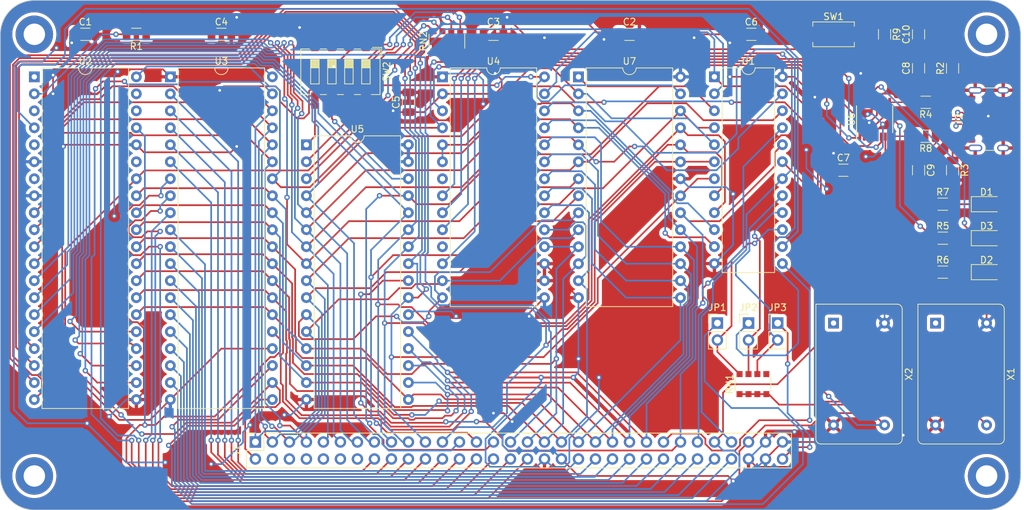
<source format=kicad_pcb>
(kicad_pcb (version 20221018) (generator pcbnew)
  (layers (0 "F.Cu" signal) (31 "B.Cu" signal) (34 "B.Paste" user) (35 "F.Paste" user) (36 "B.SilkS" user "B.Silkscreen") (37 "F.SilkS" user "F.Silkscreen") (38 "B.Mask" user) (39 "F.Mask" user) (44 "Edge.Cuts" user))
  (net 0 "")
  (net 1 "USBD-")
  (net 2 "GND")
  (net 3 "PUSBD+")
  (net 4 "VCC")
  (net 5 "Net-(D2-K)")
  (net 6 "Net-(D2-A)")
  (net 7 "Net-(D3-K)")
  (net 8 "Net-(D3-A)")
  (net 9 "~{IRQ}_{PORT}")
  (net 10 "CB_{2}")
  (net 11 "CB_{1}")
  (net 12 "PB_{7}")
  (net 13 "PB_{6}")
  (net 14 "PB_{5}")
  (net 15 "PB_{4}")
  (net 16 "PB_{3}")
  (net 17 "PB_{2}")
  (net 18 "PB_{1}")
  (net 19 "PB_{0}")
  (net 20 "CA_{2}")
  (net 21 "CA_{1}")
  (net 22 "PA_{7}")
  (net 23 "PA_{6}")
  (net 24 "PA_{5}")
  (net 25 "PA_{4}")
  (net 26 "PA_{3}")
  (net 27 "PA_{2}")
  (net 28 "PA_{1}")
  (net 29 "PA_{0}")
  (net 30 "A_{0}")
  (net 31 "A_{1}")
  (net 32 "A_{2}")
  (net 33 "A_{3}")
  (net 34 "A_{4}")
  (net 35 "A_{5}")
  (net 36 "A_{6}")
  (net 37 "A_{7}")
  (net 38 "A_{8}")
  (net 39 "A_{9}")
  (net 40 "A_{10}")
  (net 41 "A_{11}")
  (net 42 "A_{12}")
  (net 43 "A_{13}")
  (net 44 "A_{14}")
  (net 45 "A_{15}")
  (net 46 "D_{0}")
  (net 47 "D_{1}")
  (net 48 "D_{2}")
  (net 49 "D_{3}")
  (net 50 "D_{4}")
  (net 51 "D_{5}")
  (net 52 "D_{6}")
  (net 53 "D_{7}")
  (net 54 "INH")
  (net 55 "~{ROMOE}")
  (net 56 "~{RAMCS}")
  (net 57 "~{VIACS}")
  (net 58 "~{ACIACS}")
  (net 59 "CLK")
  (net 60 "Net-(J2-CC1)")
  (net 61 "PUSBD-")
  (net 62 "Net-(J2-SBU1)")
  (net 67 "~{IRQ}_{VIA}")
  (net 68 "Net-(JP1-B)")
  (net 69 "~{IRQ}_{ACIA}")
  (net 70 "Net-(JP2-B)")
  (net 71 "Net-(JP3-B)")
  (net 72 "BS_{0}")
  (net 73 "BS_{1}")
  (net 74 "BS_{2}")
  (net 75 "BS_{3}")
  (net 76 "USBD+")
  (net 77 "~{IRQ}_{CPU}")
  (net 78 "R{slash}~{W}")
  (net 79 "~{RST}")
  (net 80 "CLK_UART")
  (net 81 "~{RTS}")
  (net 82 "~{CTS}")
  (net 83 "TxD")
  (net 84 "RxD")
  (net 94 "Net-(D1-K)")
  (net 95 "Net-(U2-RDY)")
  (net 96 "Net-(U6-3V3OUT)")
  (footprint "Capacitor_SMD:C_1206_3216Metric" (layer "F.Cu") (at 157.48 45.72 -90)
    (fp_text reference "C9")
    (fp_text value "47 pF")
  )
  (footprint "Capacitor_SMD:C_1206_3216Metric" (layer "F.Cu") (at 53.34 25.4)
    (fp_text reference "C4")
    (fp_text value "100 nF")
  )
  (footprint "Package_DIP:DIP-24_W10.16mm" (layer "F.Cu") (at 126.98 31.745)
    (fp_text reference "U1")
    (fp_text value "ATF22V10B-15GM/883")
  )
  (footprint "Capacitor_SMD:C_1206_3216Metric" (layer "F.Cu") (at 33.02 25.4)
    (fp_text reference "C1")
    (fp_text value "100 nF")
  )
  (footprint "Package_DIP:DIP-40_W15.24mm" (layer "F.Cu") (at 25.395 31.755)
    (fp_text reference "U2")
    (fp_text value "W65C02SxP")
  )
  (footprint "Connector_PinSocket_2.54mm:PinSocket_2x32_P2.54mm_Vertical" (layer "F.Cu") (at 58.42 86.36 90)
    (fp_text reference "J1")
    (fp_text value "Conn_02x32_Odd_Even" hide)
  )
  (footprint "Connector_PinHeader_2.54mm:PinHeader_1x02_P2.54mm_Vertical" (layer "F.Cu") (at 136.43 68.58)
    (fp_text reference "JP3")
    (fp_text value "Jumper_2_Bridged" hide)
  )
  (footprint "Resistor_SMD:R_1206_3216Metric" (layer "F.Cu") (at 161.0975 50.8)
    (fp_text reference "R7")
    (fp_text value "1000")
  )
  (footprint "MountingHole:MountingHole_3.2mm_M3_DIN965_Pad" (layer "F.Cu") (at 167.64 25.4)
    (fp_text reference "REF**" hide)
    (fp_text value "MountingHole_3.2mm_M3_DIN965_Pad" hide)
  )
  (footprint "Resistor_SMD:R_Array_Convex_4x1206" (layer "F.Cu") (at 87.02 26.44 90)
    (fp_text reference "RN2")
    (fp_text value "R_Pack04" hide)
  )
  (footprint "Package_DIP:DIP-28_W15.24mm" (layer "F.Cu") (at 86.36 31.76)
    (fp_text reference "U4")
    (fp_text value "W65C51NxP")
  )
  (footprint "Resistor_SMD:R_1206_3216Metric" (layer "F.Cu") (at 158.5575 40.64 180)
    (fp_text reference "R8")
    (fp_text value "27")
  )
  (footprint "Capacitor_SMD:C_1206_3216Metric" (layer "F.Cu") (at 157.48 30.48 90)
    (fp_text reference "C8")
    (fp_text value "47 pF")
  )
  (footprint "Oscillator:Oscillator_DIP-14" (layer "F.Cu") (at 160.02 68.58 -90)
    (fp_text reference "X1")
    (fp_text value "ACO-1.8432MHz-A" hide)
  )
  (footprint "MountingHole:MountingHole_3.2mm_M3_DIN965_Pad" (layer "F.Cu") (at 25.4 25.4)
    (fp_text reference "REF**" hide)
    (fp_text value "MountingHole_3.2mm_M3_DIN965_Pad" hide)
  )
  (footprint "Oscillator:Oscillator_DIP-14" (layer "F.Cu") (at 144.78 68.58 -90)
    (fp_text reference "X2")
    (fp_text value "ACO-1MHz-A" hide)
  )
  (footprint "MountingHole:MountingHole_3.2mm_M3_DIN965_Pad" (layer "F.Cu") (at 167.64 91.44)
    (fp_text reference "REF**" hide)
    (fp_text value "MountingHole_3.2mm_M3_DIN965_Pad" hide)
  )
  (footprint "LED_SMD:LED_1206_3216Metric" (layer "F.Cu") (at 167.64 50.8)
    (fp_text reference "D1")
    (fp_text value "PWR")
  )
  (footprint "Resistor_SMD:R_1206_3216Metric" (layer "F.Cu") (at 161.0975 55.88)
    (fp_text reference "R5")
    (fp_text value "270")
  )
  (footprint "Capacitor_SMD:C_1206_3216Metric" (layer "F.Cu") (at 146.255 45.72)
    (fp_text reference "C7")
    (fp_text value "10 nF")
  )
  (footprint "LED_SMD:LED_1206_3216Metric" (layer "F.Cu") (at 167.64 60.96)
    (fp_text reference "D2")
    (fp_text value "LED_{Tx}")
  )
  (footprint "Button_Switch_SMD:SW_SPST_EVQPE1" (layer "F.Cu") (at 144.78 25.4)
    (fp_text reference "SW1")
    (fp_text value "SW_Push")
  )
  (footprint "Connector_PinHeader_2.54mm:PinHeader_1x02_P2.54mm_Vertical" (layer "F.Cu") (at 127.43 68.58)
    (fp_text reference "JP1")
    (fp_text value "Jumper_2_Bridged" hide)
  )
  (footprint "Package_DIP:DIP-28_W15.24mm" (layer "F.Cu") (at 106.675 31.76)
    (fp_text reference "U7")
    (fp_text value "CY62256-70PC")
  )
  (footprint "Connector_USB:USB_C_Receptacle_GCT_USB4105-xx-A_16P_TopMnt_Horizontal" (layer "F.Cu") (at 169.047846 38.083591 90)
    (fp_text reference "J2")
    (fp_text value "USB_C_Receptacle_USB2.0_16P" hide)
  )
  (footprint "Connector_PinHeader_2.54mm:PinHeader_1x02_P2.54mm_Vertical" (layer "F.Cu") (at 132.08 68.58)
    (fp_text reference "JP2")
    (fp_text value "Jumper_2_Bridged" hide)
  )
  (footprint "Package_DIP:DIP-40_W15.24mm" (layer "F.Cu") (at 45.715 31.755)
    (fp_text reference "U3")
    (fp_text value "W65C22SxP")
  )
  (footprint "LED_SMD:LED_1206_3216Metric" (layer "F.Cu") (at 167.64 55.88)
    (fp_text reference "D3")
    (fp_text value "LED_{Rx}")
  )
  (footprint "Capacitor_SMD:C_1206_3216Metric" (layer "F.Cu") (at 132.498432 25.4)
    (fp_text reference "C6")
    (fp_text value "100 nF")
  )
  (footprint "Resistor_SMD:R_Array_Convex_4x1206" (layer "F.Cu") (at 132.74 77.7 90)
    (fp_text reference "RN1")
    (fp_text value "1000")
  )
  (footprint "Capacitor_SMD:C_1206_3216Metric" (layer "F.Cu") (at 93.98 25.4)
    (fp_text reference "C3")
    (fp_text value "100 nF")
  )
  (footprint "Package_SO:SSOP-16_3.9x4.9mm_P0.635mm" (layer "F.Cu") (at 150.9375 38.1 90)
    (fp_text reference "U6")
    (fp_text value "FT230XS")
  )
  (footprint "MountingHole:MountingHole_3.2mm_M3_DIN965_Pad" (layer "F.Cu") (at 25.4 91.44)
    (fp_text reference "REF**" hide)
    (fp_text value "MountingHole_3.2mm_M3_DIN965_Pad" hide)
  )
  (footprint "Package_DIP:DIP-32_W15.24mm" (layer "F.Cu") (at 66.035 41.91)
    (fp_text reference "U5")
    (fp_text value "SST39SF040")
  )
  (footprint "Resistor_SMD:R_1206_3216Metric" (layer "F.Cu") (at 158.5575 35.56 180)
    (fp_text reference "R4")
    (fp_text value "27")
  )
  (footprint "Capacitor_SMD:C_1206_3216Metric" (layer "F.Cu") (at 157.48 25.4 90)
    (fp_text reference "C10")
    (fp_text value "10 uF")
  )
  (footprint "Resistor_SMD:R_1206_3216Metric" (layer "F.Cu") (at 152.4 25.4 -90)
    (fp_text reference "R9")
    (fp_text value "1000")
  )
  (footprint "Resistor_SMD:R_1206_3216Metric" (layer "F.Cu") (at 161.0975 60.96)
    (fp_text reference "R6")
    (fp_text value "270")
  )
  (footprint "Resistor_SMD:R_1206_3216Metric" (layer "F.Cu") (at 162.56 30.490488 90)
    (fp_text reference "R2")
    (fp_text value "5100")
  )
  (footprint "Capacitor_SMD:C_1206_3216Metric" (layer "F.Cu") (at 114.3 25.4)
    (fp_text reference "C2")
    (fp_text value "100 nF")
  )
  (footprint "Resistor_SMD:R_1206_3216Metric" (layer "F.Cu") (at 162.56 45.72 -90)
    (fp_text reference "R3")
    (fp_text value "5100")
  )
  (footprint "Button_Switch_SMD:SW_DIP_SPSTx04_Slide_6.7x11.72mm_W8.61mm_P2.54mm_LowProfile" (layer "F.Cu") (at 71.12 31.001 -90)
    (fp_text reference "SW2")
    (fp_text value "SW_DIP_x04" hide)
  )
  (footprint "Resistor_SMD:R_1206_3216Metric" (layer "F.Cu") (at 40.64 25.4 180)
    (fp_text reference "R1")
    (fp_text value "1000")
  )
  (footprint "Capacitor_SMD:C_1206_3216Metric" (layer "F.Cu") (at 81.28 35.56 90)
    (fp_text reference "C5")
    (fp_text value "100 nF")
  )
  (gr_arc (start 20.32 25.4) (mid 21.807898 21.807898) (end 25.4 20.32) (stroke (width 0.1)) (layer "Edge.Cuts"))
  (gr_arc (start 172.72 91.44) (mid 171.232102 95.032102) (end 167.64 96.52) (stroke (width 0.1)) (layer "Edge.Cuts"))
  (gr_arc (start 167.64 20.32) (mid 171.232102 21.807898) (end 172.72 25.4) (stroke (width 0.1)) (layer "Edge.Cuts"))
  (gr_line (start 20.32 25.4) (end 20.32 91.44) (stroke (width 0.1)) (layer "Edge.Cuts"))
  (gr_line (start 25.4 20.32) (end 167.64 20.32) (stroke (width 0.1)) (layer "Edge.Cuts"))
  (gr_arc (start 25.4 96.52) (mid 21.807898 95.032102) (end 20.32 91.44) (stroke (width 0.1)) (layer "Edge.Cuts"))
  (gr_line (start 167.64 96.52) (end 25.4 96.52) (stroke (width 0.1)) (layer "Edge.Cuts"))
  (gr_line (start 172.72 91.44) (end 172.72 25.4) (stroke (width 0.1)) (layer "Edge.Cuts"))
  (segment (start 153.22 35.56) (end 153.16 35.5) (width 0.2) (layer "F.Cu") (net 1))
  (segment (start 157.095 35.56) (end 153.22 35.56) (width 0.2) (layer "F.Cu") (net 1))
  (segment (start 152.146 38.862) (end 151.255 39.753) (width 0.25) (layer "F.Cu") (net 2))
  (segment (start 44.59 30.63) (end 45.715 31.755) (width 0.25) (layer "F.Cu") (net 2))
  (segment (start 78.641 38.255) (end 77.47 37.084) (width 0.25) (layer "F.Cu") (net 2))
  (segment (start 85.02 27.94) (end 84.074 28.886) (width 0.25) (layer "F.Cu") (net 2))
  (segment (start 37.846 30.988) (end 38.204 30.63) (width 0.25) (layer "F.Cu") (net 2))
  (segment (start 84.074 30.988) (end 84.846 31.76) (width 0.25) (layer "F.Cu") (net 2))
  (segment (start 77.47 36.331305) (end 78.957 34.844305) (width 0.25) (layer "F.Cu") (net 2))
  (segment (start 78.957 34.844305) (end 78.957 34.835) (width 0.25) (layer "F.Cu") (net 2))
  (segment (start 40.635 80.015) (end 41.76 78.89) (width 0.25) (layer "F.Cu") (net 2))
  (segment (start 140.716 42.672) (end 138.534 40.49) (width 0.25) (layer "F.Cu") (net 2))
  (segment (start 149.606 43.844) (end 149.606 43.688) (width 0.25) (layer "F.Cu") (net 2))
  (segment (start 88.392 67.564) (end 93.716 62.24) (width 0.25) (layer "F.Cu") (net 2))
  (segment (start 79.707 34.085) (end 81.28 34.085) (width 0.25) (layer "F.Cu") (net 2))
  (segment (start 59.145 82.296) (end 57.621 83.82) (width 0.25) (layer "F.Cu") (net 2))
  (segment (start 149.876955 37.333347) (end 150.62 36.590302) (width 0.25) (layer "F.Cu") (net 2))
  (segment (start 84.846 31.76) (end 86.36 31.76) (width 0.25) (layer "F.Cu") (net 2))
  (segment (start 138.938 84.836) (end 143.764 84.836) (width 0.25) (layer "F.Cu") (net 2))
  (segment (start 41.76 78.89) (end 41.76 69.389009) (width 0.25) (layer "F.Cu") (net 2))
  (segment (start 62.738 82.296) (end 59.145 82.296) (width 0.25) (layer "F.Cu") (net 2))
  (segment (start 150.62 36.590302) (end 150.62 35.5) (width 0.25) (layer "F.Cu") (net 2))
  (segment (start 40.810991 68.44) (end 39.992 68.44) (width 0.25) (layer "F.Cu") (net 2))
  (segment (start 138.534 40.49) (end 136.964009 40.49) (width 0.25) (layer "F.Cu") (net 2))
  (segment (start 84.074 28.886) (end 84.074 30.988) (width 0.25) (layer "F.Cu") (net 2))
  (segment (start 38.204 30.63) (end 44.59 30.63) (width 0.25) (layer "F.Cu") (net 2))
  (segment (start 133.255 90.075) (end 153.765 90.075) (width 0.25) (layer "F.Cu") (net 2))
  (segment (start 41.76 69.389009) (end 40.810991 68.44) (width 0.25) (layer "F.Cu") (net 2))
  (segment (start 92.456 35.814) (end 90.015 38.255) (width 0.25) (layer "F.Cu") (net 2))
  (segment (start 93.716 62.24) (end 101.6 62.24) (width 0.25) (layer "F.Cu") (net 2))
  (segment (start 78.957 34.835) (end 79.707 34.085) (width 0.25) (layer "F.Cu") (net 2))
  (segment (start 101.092 76.708) (end 105.918 76.708) (width 0.25) (layer "F.Cu") (net 2))
  (segment (start 151.255 39.753) (end 151.255 40.7) (width 0.25) (layer "F.Cu") (net 2))
  (segment (start 143.764 84.836) (end 144.78 83.82) (width 0.25) (layer "F.Cu") (net 2))
  (segment (start 51.816 89.662) (end 45.212 89.662) (width 0.25) (layer "F.Cu") (net 2))
  (segment (start 109.474 76.708) (end 106.68 73.914) (width 0.25) (layer "F.Cu") (net 2))
  (segment (start 45.212 89.662) (end 44.958 89.408) (width 0.25) (layer "F.Cu") (net 2))
  (segment (start 129.781 47.673009) (end 129.781 49.276) (width 0.25) (layer "F.Cu") (net 2))
  (segment (start 132.08 88.9) (end 133.255 90.075) (width 0.25) (layer "F.Cu") (net 2))
  (segment (start 149.864653 37.333347) (end 149.876955 37.333347) (width 0.25) (layer "F.Cu") (net 2))
  (segment (start 35.56 83.566) (end 36.566694 82.559306) (width 0.25) (layer "F.Cu") (net 2))
  (segment (start 147.73 45.72) (end 149.606 43.844) (width 0.25) (layer "F.Cu") (net 2))
  (segment (start 90.015 38.255) (end 78.641 38.255) (width 0.25) (layer "F.Cu") (net 2))
  (segment (start 101.6 59.7) (end 106.675 64.775) (width 0.25) (layer "F.Cu") (net 2))
  (segment (start 153.765 90.075) (end 160.02 83.82) (width 0.25) (layer "F.Cu") (net 2))
  (segment (start 37.338 65.786) (end 37.338 52.578) (width 0.25) (layer "F.Cu") (net 2))
  (segment (start 34.495 25.4) (end 32.463 27.432) (width 0.25) (layer "F.Cu") (net 2))
  (segment (start 33.274 83.566) (end 35.56 83.566) (width 0.25) (layer "F.Cu") (net 2))
  (segment (start 147.73 45.72) (end 144.936 48.514) (width 0.25) (layer "F.Cu") (net 2))
  (segment (start 136.964009 40.49) (end 129.781 47.673009) (width 0.25) (layer "F.Cu") (net 2))
  (segment (start 77.47 37.084) (end 77.47 36.331305) (width 0.25) (layer "F.Cu") (net 2))
  (segment (start 106.675 64.775) (end 106.675 64.78) (width 0.25) (layer "F.Cu") (net 2))
  (segment (start 39.992 68.44) (end 37.338 65.786) (width 0.25) (layer "F.Cu") (net 2))
  (segment (start 109.728 76.708) (end 109.474 76.708) (width 0.25) (layer "F.Cu") (net 2))
  (segment (start 32.463 27.432) (end 28.702 27.432) (width 0.25) (layer "F.Cu") (net 2))
  (segment (start 144.936 48.514) (end 143.764 48.514) (width 0.25) (layer "F.Cu") (net 2))
  (via (at 101.092 76.708) (size 0.8) (drill 0.4) (layers "F.Cu" "B.Cu") (net 2))
  (via (at 33.274 83.566) (size 0.8) (drill 0.4) (layers "F.Cu" "B.Cu") (net 2))
  (via (at 57.621 83.82) (size 0.8) (drill 0.4) (layers "F.Cu" "B.Cu") (net 2))
  (via (at 37.846 30.988) (size 0.8) (drill 0.4) (layers "F.Cu" "B.Cu") (net 2))
  (via (at 138.938 84.836) (size 0.8) (drill 0.4) (layers "F.Cu" "B.Cu") (net 2))
  (via (at 36.566694 82.559306) (size 0.8) (drill 0.4) (layers "F.Cu" "B.Cu") (net 2))
  (via (at 149.606 43.688) (size 0.8) (drill 0.4) (layers "F.Cu" "B.Cu") (net 2))
  (via (at 88.392 67.564) (size 0.8) (drill 0.4) (layers "F.Cu" "B.Cu") (net 2))
  (via (at 44.958 89.408) (size 0.8) (drill 0.4) (layers "F.Cu" "B.Cu") (net 2))
  (via (at 105.918 76.708) (size 0.8) (drill 0.4) (layers "F.Cu" "B.Cu") (net 2))
  (via (at 28.702 27.432) (size 0.8) (drill 0.4) (layers "F.Cu" "B.Cu") (net 2))
  (via (at 109.728 76.708) (size 0.8) (drill 0.4) (layers "F.Cu" "B.Cu") (net 2))
  (via (at 143.764 48.514) (size 0.8) (drill 0.4) (layers "F.Cu" "B.Cu") (net 2))
  (via (at 37.338 52.578) (size 0.8) (drill 0.4) (layers "F.Cu" "B.Cu") (net 2))
  (via (at 51.816 89.662) (size 0.8) (drill 0.4) (layers "F.Cu" "B.Cu") (net 2))
  (via (at 62.738 82.296) (size 0.8) (drill 0.4) (layers "F.Cu" "B.Cu") (net 2))
  (via (at 92.456 35.814) (size 0.8) (drill 0.4) (layers "F.Cu" "B.Cu") (net 2))
  (via (at 152.146 38.862) (size 0.8) (drill 0.4) (layers "F.Cu" "B.Cu") (net 2))
  (via (at 106.68 73.914) (size 0.8) (drill 0.4) (layers "F.Cu" "B.Cu") (net 2))
  (via (at 149.864653 37.333347) (size 0.8) (drill 0.4) (layers "F.Cu" "B.Cu") (net 2))
  (via (at 140.716 42.672) (size 0.8) (drill 0.4) (layers "F.Cu" "B.Cu") (net 2))
  (via (at 129.781 49.276) (size 0.8) (drill 0.4) (layers "F.Cu" "B.Cu") (net 2))
  (segment (start 63.749 82.296) (end 62.738 82.296) (width 0.25) (layer "B.Cu") (net 2))
  (segment (start 44.958 89.408) (end 39.116 89.408) (width 0.25) (layer "B.Cu") (net 2))
  (segment (start 105.918 76.708) (end 106.675 75.951) (width 0.25) (layer "B.Cu") (net 2))
  (segment (start 81.746 66.839) (end 87.667 66.839) (width 0.25) (layer "B.Cu") (net 2))
  (segment (start 140.716 45.466) (end 140.716 42.672) (width 0.25) (layer "B.Cu") (net 2))
  (segment (start 37.338 31.496) (end 37.846 30.988) (width 0.25) (layer "B.Cu") (net 2))
  (segment (start 104.626701 90.075) (end 105.315 89.386701) (width 0.25) (layer "B.Cu") (net 2))
  (segment (start 136.144 84.836) (end 138.938 84.836) (width 0.25) (layer "B.Cu") (net 2))
  (segment (start 26.612 29.522) (end 23.056 29.522) (width 0.25) (layer "B.Cu") (net 2))
  (segment (start 22.352 30.226) (end 22.352 81.534) (width 0.25) (layer "B.Cu") (net 2))
  (segment (start 39.116 89.408) (end 33.274 83.566) (width 0.25) (layer "B.Cu") (net 2))
  (segment (start 134.62 86.36) (end 132.08 88.9) (width 0.25) (layer "B.Cu") (net 2))
  (segment (start 56.573006 86.428994) (end 53.34 89.662) (width 0.25) (layer "B.Cu") (net 2))
  (segment (start 101.092 77.586299) (end 101.092 76.708) (width 0.25) (layer "B.Cu") (net 2))
  (segment (start 37.338 52.578) (end 37.338 31.496) (width 0.25) (layer "B.Cu") (net 2))
  (segment (start 100.425 90.075) (end 93.493299 90.075) (width 0.25) (layer "B.Cu") (net 2))
  (segment (start 93.493299 90.075) (end 92.805 89.386701) (width 0.25) (layer "B.Cu") (net 2))
  (segment (start 86.844056 31.275944) (end 91.479538 31.275944) (width 0.25) (layer "B.Cu") (net 2))
  (segment (start 150.754446 43.688) (end 152.146 42.296446) (width 0.25) (layer "B.Cu") (net 2))
  (segment (start 24.384 83.566) (end 33.274 83.566) (width 0.25) (layer "B.Cu") (net 2))
  (segment (start 36.566694 82.559306) (end 39.111 80.015) (width 0.25) (layer "B.Cu") (net 2))
  (segment (start 143.764 48.514) (end 140.716 45.466) (width 0.25) (layer "B.Cu") (net 2))
  (segment (start 149.864653 37.333347) (end 150.617347 37.333347) (width 0.25) (layer "B.Cu") (net 2))
  (segment (start 91.479538 31.275944) (end 92.456 32.252406) (width 0.25) (layer "B.Cu") (net 2))
  (segment (start 105.315 89.386701) (end 105.315 85.821396) (width 0.25) (layer "B.Cu") (net 2))
  (segment (start 57.621 83.82) (end 56.573006 84.867994) (width 0.25) (layer "B.Cu") (net 2))
  (segment (start 134.62 86.36) (end 136.144 84.836) (width 0.25) (layer "B.Cu") (net 2))
  (segment (start 128.765 48.26) (end 123.175 48.26) (width 0.25) (layer "B.Cu") (net 2))
  (segment (start 92.805 89.386701) (end 92.805 85.873299) (width 0.25) (layer "B.Cu") (net 2))
  (segment (start 126.98 59.685) (end 129.781 56.884) (width 0.25) (layer "B.Cu") (net 2))
  (segment (start 102.775 90.075) (end 104.626701 90.075) (width 0.25) (layer "B.Cu") (net 2))
  (segment (start 150.617347 37.333347) (end 152.146 38.862) (width 0.25) (layer "B.Cu") (net 2))
  (segment (start 129.781 56.884) (end 129.781 49.276) (width 0.25) (layer "B.Cu") (net 2))
  (segment (start 92.805 85.873299) (end 101.092 77.586299) (width 0.25) (layer "B.Cu") (net 2))
  (segment (start 109.728 81.408396) (end 109.728 76.708) (width 0.25) (layer "B.Cu") (net 2))
  (segment (start 56.573006 84.867994) (end 56.573006 86.428994) (width 0.25) (layer "B.Cu") (net 2))
  (segment (start 123.175 48.26) (end 121.915 47) (width 0.25) (layer "B.Cu") (net 2))
  (segment (start 92.456 32.252406) (end 92.456 35.814) (width 0.25) (layer "B.Cu") (net 2))
  (segment (start 101.6 88.9) (end 102.775 90.075) (width 0.25) (layer "B.Cu") (net 2))
  (segment (start 39.111 80.015) (end 40.635 80.015) (width 0.25) (layer "B.Cu") (net 2))
  (segment (start 105.315 85.821396) (end 109.728 81.408396) (width 0.25) (layer "B.Cu") (net 2))
  (segment (start 28.702 27.432) (end 26.612 29.522) (width 0.25) (layer "B.Cu") (net 2))
  (segment (start 81.275 67.31) (end 81.746 66.839) (width 0.25) (layer "B.Cu") (net 2))
  (segment (start 101.6 88.9) (end 100.425 90.075) (width 0.25) (layer "B.Cu") (net 2))
  (segment (start 22.352 81.534) (end 24.384 83.566) (width 0.25) (layer "B.Cu") (net 2))
  (segment (start 149.606 43.688) (end 150.754446 43.688) (width 0.25) (layer "B.Cu") (net 2))
  (segment (start 129.781 49.276) (end 128.765 48.26) (width 0.25) (layer "B.Cu") (net 2))
  (segment (start 106.675 75.951) (end 106.675 64.78) (width 0.25) (layer "B.Cu") (net 2))
  (segment (start 87.667 66.839) (end 88.392 67.564) (width 0.25) (layer "B.Cu") (net 2))
  (segment (start 23.056 29.522) (end 22.352 30.226) (width 0.25) (layer "B.Cu") (net 2))
  (segment (start 152.146 42.296446) (end 152.146 38.862) (width 0.25) (layer "B.Cu") (net 2))
  (segment (start 86.36 31.76) (end 86.844056 31.275944) (width 0.25) (layer "B.Cu") (net 2))
  (segment (start 53.34 89.662) (end 51.816 89.662) (width 0.25) (layer "B.Cu") (net 2))
  (segment (start 66.035 80.01) (end 63.749 82.296) (width 0.25) (layer "B.Cu") (net 2))
  (segment (start 160.02 41.705) (end 157.48 44.245) (width 0.2) (layer "F.Cu") (net 3))
  (segment (start 165.975256 38.333591) (end 166.242846 38.066001) (width 0.2) (layer "F.Cu") (net 3))
  (segment (start 166.242846 38.066001) (end 166.242846 37.601181) (width 0.2) (layer "F.Cu") (net 3))
  (segment (start 160.02 40.64) (end 160.02 41.705) (width 0.2) (layer "F.Cu") (net 3))
  (segment (start 160.02 40.64) (end 162.326409 38.333591) (width 0.2) (layer "F.Cu") (net 3))
  (segment (start 166.242846 37.601181) (end 165.975256 37.333591) (width 0.2) (layer "F.Cu") (net 3))
  (segment (start 165.367846 38.333591) (end 165.975256 38.333591) (width 0.2) (layer "F.Cu") (net 3))
  (segment (start 165.975256 37.333591) (end 165.367846 37.333591) (width 0.2) (layer "F.Cu") (net 3))
  (segment (start 162.326409 38.333591) (end 165.367846 38.333591) (width 0.2) (layer "F.Cu") (net 3))
  (segment (start 129.753432 26.67) (end 131.023432 25.4) (width 0.25) (layer "F.Cu") (net 4))
  (segment (start 72.39 26.696) (end 69.85 26.696) (width 0.25) (layer "F.Cu") (net 4))
  (segment (start 110.49 26.162) (end 107.188 22.86) (width 0.25) (layer "F.Cu") (net 4))
  (segment (start 167.894 38.532488) (end 167.894 37.634746) (width 0.25) (layer "F.Cu") (net 4))
  (segment (start 67.31 26.696) (end 69.85 26.696) (width 0.25) (layer "F.Cu") (net 4))
  (segment (start 38.090695 83.058) (end 42.672 83.058) (width 0.25) (layer "F.Cu") (net 4))
  (segment (start 150.114 38.608) (end 151.255 37.467) (width 0.25) (layer "F.Cu") (net 4))
  (segment (start 107.188 22.86) (end 96.012 22.86) (width 0.25) (layer "F.Cu") (net 4))
  (segment (start 40.635 41.915) (end 29.967 41.915) (width 0.25) (layer "F.Cu") (net 4))
  (segment (start 34.085 22.86) (end 41.148 22.86) (width 0.25) (layer "F.Cu") (net 4))
  (segment (start 123.952 25.908) (end 124.46 25.4) (width 0.25) (layer "F.Cu") (net 4))
  (segment (start 129.286 26.67) (end 129.753432 26.67) (width 0.25) (layer "F.Cu") (net 4))
  (segment (start 42.1025 25.4) (end 51.865 25.4) (width 0.25) (layer "F.Cu") (net 4))
  (segment (start 95.504 82.042) (end 93.98 82.042) (width 0.25) (layer "F.Cu") (net 4))
  (segment (start 95.213 32.221) (end 94.234 31.242) (width 0.25) (layer "F.Cu") (net 4))
  (segment (start 86.36 34.3) (end 94.233305 34.3) (width 0.25) (layer "F.Cu") (net 4))
  (segment (start 148.844 31.242) (end 148.844 30.4185) (width 0.25) (layer "F.Cu") (net 4))
  (segment (start 29.967 41.915) (end 29.718 42.164) (width 0.25) (layer "F.Cu") (net 4))
  (segment (start 99.314 67.564) (end 99.314 67.066) (width 0.25) (layer "F.Cu") (net 4))
  (segment (start 144.78 45.72) (end 144.78 43.18) (width 0.25) (layer "F.Cu") (net 4))
  (segment (start 152.908 80.772) (end 136.652 80.772) (width 0.25) (layer "F.Cu") (net 4))
  (segment (start 155.194 85.344) (end 155.194 83.058) (width 0.25) (layer "F.Cu") (net 4))
  (segment (start 65.639776 37.970467) (end 66.425 37.185243) (width 0.25) (layer "F.Cu") (net 4))
  (segment (start 134.74 79.2) (end 133.4 79.2) (width 0.25) (layer "F.Cu") (net 4))
  (segment (start 54.75 43.04) (end 55.626 42.164) (width 0.25) (layer "F.Cu") (net 4))
  (segment (start 66.425 33.905) (end 70.104 30.226) (width 0.25) (layer "F.Cu") (net 4))
  (segment (start 62.08 35.41) (end 64.640467 37.970467) (width 0.25) (layer "F.Cu") (net 4))
  (segment (start 60.955 72.395) (end 53.335 72.395) (width 0.25) (layer "F.Cu") (net 4))
  (segment (start 53.698 33.17) (end 61.420991 33.17) (width 0.25) (layer "F.Cu") (net 4))
  (segment (start 51.865 24.589) (end 51.865 25.4) (width 0.25) (layer "F.Cu") (net 4))
  (segment (start 28.194 31.496036) (end 28.194036 31.496) (width 0.25) (layer "F.Cu") (net 4))
  (segment (start 151.89 35.5) (end 151.255 35.5) (width 0.25) (layer "F.Cu") (net 4))
  (segment (start 83.625 37.035) (end 86.36 34.3) (width 0.25) (layer "F.Cu") (net 4))
  (segment (start 66.425 37.185243) (end 66.425 33.905) (width 0.25) (layer "F.Cu") (net 4))
  (segment (start 53.335 72.395) (end 45.715 80.015) (width 0.25) (layer "F.Cu") (net 4))
  (segment (start 167.64 67.31) (end 167.64 68.58) (width 0.25) (layer "F.Cu") (net 4))
  (segment (start 136.652 80.772) (end 135.08 79.2) (width 0.25) (layer "F.Cu") (net 4))
  (segment (start 28.194 34.29) (end 28.194 31.496036) (width 0.25) (layer "F.Cu") (net 4))
  (segment (start 61.420991 33.17) (end 62.08 33.829009) (width 0.25) (layer "F.Cu") (net 4))
  (segment (start 165.942845 35.683591) (end 167.894 37.634746) (width 0.25) (layer "F.Cu") (net 4))
  (segment (start 165.942845 35.683591) (end 165.367846 35.683591) (width 0.25) (layer "F.Cu") (net 4))
  (segment (start 95.213 33.320305) (end 95.213 32.221) (width 0.25) (layer "F.Cu") (net 4))
  (segment (start 154.178 86.36) (end 155.194 85.344) (width 0.25) (layer "F.Cu") (net 4))
  (segment (start 94.233305 34.3) (end 95.213 33.320305) (width 0.25) (layer "F.Cu") (net 4))
  (segment (start 106.675347 91.435347) (end 104.14 88.9) (width 0.25) (layer "F.Cu") (net 4))
  (segment (start 110.49 26.162) (end 112.063 26.162) (width 0.25) (layer "F.Cu") (net 4))
  (segment (start 40.635 41.915) (end 41.76 43.04) (width 0.25) (layer "F.Cu") (net 4))
  (segment (start 137.14 31.745) (end 138.933 31.745) (width 0.25) (layer "F.Cu") (net 4))
  (segment (start 72.39 27.94) (end 72.39 26.696) (width 0.25) (layer "F.Cu") (net 4))
  (segment (start 64.640467 37.970467) (end 65.639776 37.970467) (width 0.25) (layer "F.Cu") (net 4))
  (segment (start 30.988 25.957) (end 31.545 25.4) (width 0.25) (layer "F.Cu") (net 4))
  (segment (start 112.063 26.162) (end 112.825 25.4) (width 0.25) (layer "F.Cu") (net 4))
  (segment (start 81.28 37.035) (end 79.199 37.035) (width 0.25) (layer "F.Cu") (net 4))
  (segment (start 101.6 25.908) (end 99.06 25.908) (width 0.25) (layer "F.Cu") (net 4))
  (segment (start 130.74 79.2) (end 132.08 79.2) (width 0.25) (layer "F.Cu") (net 4))
  (segment (start 129.798652 92.206653) (end 129.027346 91.435347) (width 0.25) (layer "F.Cu") (net 4))
  (segment (start 79.199 37.035) (end 78.994 36.83) (width 0.25) (layer "F.Cu") (net 4))
  (segment (start 167.894 37.634746) (end 167.894 49.654) (width 0.25) (layer "F.Cu") (net 4))
  (segment (start 99.314 67.066) (end 101.6 64.78) (width 0.25) (layer "F.Cu") (net 4))
  (segment (start 137.14 31.745) (end 129.291 31.745) (width 0.25) (layer "F.Cu") (net 4))
  (segment (start 96.012 22.86) (end 95.045 22.86) (width 0.25) (layer "F.Cu") (net 4))
  (segment (start 31.545 25.4) (end 34.085 22.86) (width 0.25) (layer "F.Cu") (net 4))
  (segment (start 41.148 22.86) (end 42.1025 23.8145) (width 0.25) (layer "F.Cu") (net 4))
  (segment (start 155.194 83.058) (end 152.908 80.772) (width 0.25) (layer "F.Cu") (net 4))
  (segment (start 129.027346 91.435347) (end 106.675347 91.435347) (width 0.25) (layer "F.Cu") (net 4))
  (segment (start 138.933 31.745) (end 141.986 34.798) (width 0.25) (layer "F.Cu") (net 4))
  (segment (start 170.942 64.008) (end 167.64 67.31) (width 0.25) (layer "F.Cu") (net 4))
  (segment (start 135.08 79.2) (end 134.74 79.2) (width 0.25) (layer "F.Cu") (net 4))
  (segment (start 165.367846 40.483591) (end 165.942897 40.483591) (width 0.25) (layer "F.Cu") (net 4))
  (segment (start 53.594 22.86) (end 51.865 24.589) (width 0.25) (layer "F.Cu") (net 4))
  (segment (start 29.718 42.164) (end 29.559 42.323) (width 0.25) (layer "F.Cu") (net 4))
  (segment (start 53.086 33.782) (end 53.698 33.17) (width 0.25) (layer "F.Cu") (net 4))
  (segment (start 170.942 52.702) (end 170.942 64.008) (width 0.25) (layer "F.Cu") (net 4))
  (segment (start 30.988 26.67) (end 30.988 25.957) (width 0.25) (layer "F.Cu") (net 4))
  (segment (start 165.942897 40.483591) (end 167.894 38.532488) (width 0.25) (layer "F.Cu") (net 4))
  (segment (start 70.104 30.226) (end 72.39 27.94) (width 0.25) (layer "F.Cu") (net 4))
  (segment (start 169.04 50.8) (end 170.942 52.702) (width 0.25) (layer "F.Cu") (net 4))
  (segment (start 95.045 22.86) (end 92.505 25.4) (width 0.25) (layer "F.Cu") (net 4))
  (segment (start 72.39 26.696) (end 74.93 26.696) (width 0.25) (layer "F.Cu") (net 4))
  (segment (start 29.559 42.323) (end 29.559 74.526305) (width 0.25) (layer "F.Cu") (net 4))
  (segment (start 132.08 79.2) (end 133.4 79.2) (width 0.25) (layer "F.Cu") (net 4))
  (segment (start 99.06 25.908) (end 96.012 22.86) (width 0.25) (layer "F.Cu") (net 4))
  (segment (start 167.894 49.654) (end 169.04 50.8) (width 0.25) (layer "F.Cu") (net 4))
  (segment (start 42.672 83.058) (end 45.715 80.015) (width 0.25) (layer "F.Cu") (net 4))
  (segment (start 42.1025 23.8145) (end 42.1025 25.4) (width 0.25) (layer "F.Cu") (net 4))
  (segment (start 81.28 37.035) (end 83.625 37.035) (width 0.25) (layer "F.Cu") (net 4))
  (segment (start 124.46 25.4) (end 131.023432 25.4) (width 0.25) (layer "F.Cu") (net 4))
  (segment (start 67.31 26.67) (end 65.024 24.384) (width 0.25) (layer "F.Cu") (net 4))
  (segment (start 151.255 37.467) (end 151.255 35.5) (width 0.25) (layer "F.Cu") (net 4))
  (segment (start 96.774 83.312) (end 95.504 82.042) (width 0.25) (layer "F.Cu") (net 4))
  (segment (start 137.16 86.36) (end 134.62 88.9) (width 0.25) (layer "F.Cu") (net 4))
  (segment (start 137.16 86.36) (end 154.178 86.36) (width 0.25) (layer "F.Cu") (net 4))
  (segment (start 41.76 43.04) (end 54.75 43.04) (width 0.25) (layer "F.Cu") (net 4))
  (segment (start 67.31 26.696) (end 67.31 26.67) (width 0.25) (layer "F.Cu") (net 4))
  (segment (start 62.08 33.829009) (end 62.08 35.41) (width 0.25) (layer "F.Cu") (net 4))
  (segment (start 148.844 30.4185) (end 152.4 26.8625) (width 0.25) (layer "F.Cu") (net 4))
  (segment (start 55.626 22.86) (end 53.594 22.86) (width 0.25) (layer "F.Cu") (net 4))
  (segment (start 29.559 74.526305) (end 38.090695 83.058) (width 0.25) (layer "F.Cu") (net 4))
  (via (at 55.626 42.164) (size 0.8) (drill 0.4) (layers "F.Cu" "B.Cu") (net 4))
  (via (at 167.894 37.634746) (size 0.8) (drill 0.4) (layers "F.Cu" "B.Cu") (net 4))
  (via (at 78.994 36.83) (size 0.8) (drill 0.4) (layers "F.Cu" "B.Cu") (net 4))
  (via (at 28.194 34.29) (size 0.8) (drill 0.4) (layers "F.Cu" "B.Cu") (net 4))
  (via (at 53.086 33.782) (size 0.8) (drill 0.4) (layers "F.Cu" "B.Cu") (net 4))
  (via (at 150.114 38.608) (size 0.8) (drill 0.4) (layers "F.Cu" "B.Cu") (net 4))
  (via (at 93.98 82.042) (size 0.8) (drill 0.4) (layers "F.Cu" "B.Cu") (net 4))
  (via (at 123.952 25.908) (size 0.8) (drill 0.4) (layers "F.Cu" "B.Cu") (net 4))
  (via (at 129.798652 92.206653) (size 0.8) (drill 0.4) (layers "F.Cu" "B.Cu") (net 4))
  (via (at 65.024 24.384) (size 0.8) (drill 0.4) (layers "F.Cu" "B.Cu") (net 4))
  (via (at 155.194 85.344) (size 0.8) (drill 0.4) (layers "F.Cu" "B.Cu") (net 4))
  (via (at 70.104 30.226) (size 0.8) (drill 0.4) (layers "F.Cu" "B.Cu") (net 4))
  (via (at 28.194036 31.496) (size 0.8) (drill 0.4) (layers "F.Cu" "B.Cu") (net 4))
  (via (at 30.988 26.67) (size 0.8) (drill 0.4) (layers "F.Cu" "B.Cu") (net 4))
  (via (at 129.291 31.745) (size 0.8) (drill 0.4) (layers "F.Cu" "B.Cu") (net 4))
  (via (at 94.234 31.242) (size 0.8) (drill 0.4) (layers "F.Cu" "B.Cu") (net 4))
  (via (at 129.286 26.67) (size 0.8) (drill 0.4) (layers "F.Cu" "B.Cu") (net 4))
  (via (at 99.314 67.564) (size 0.8) (drill 0.4) (layers "F.Cu" "B.Cu") (net 4))
  (via (at 110.49 26.162) (size 0.8) (drill 0.4) (layers "F.Cu" "B.Cu") (net 4))
  (via (at 144.78 43.18) (size 0.8) (drill 0.4) (layers "F.Cu" "B.Cu") (net 4))
  (via (at 29.718 42.164) (size 0.8) (drill 0.4) (layers "F.Cu" "B.Cu") (net 4))
  (via (at 148.844 31.242) (size 0.8) (drill 0.4) (layers "F.Cu" "B.Cu") (net 4))
  (via (at 96.012 22.86) (size 0.8) (drill 0.4) (layers "F.Cu" "B.Cu") (net 4))
  (via (at 55.626 22.86) (size 0.8) (drill 0.4) (layers "F.Cu" "B.Cu") (net 4))
  (via (at 101.6 25.908) (size 0.8) (drill 0.4) (layers "F.Cu" "B.Cu") (net 4))
  (via (at 96.774 83.312) (size 0.8) (drill 0.4) (layers "F.Cu" "B.Cu") (net 4))
  (via (at 141.986 34.798) (size 0.8) (drill 0.4) (layers "F.Cu" "B.Cu") (net 4))
  (segment (start 55.626 36.322) (end 53.086 33.782) (width 0.25) (layer "B.Cu") (net 4))
  (segment (start 146.558 30.226) (end 141.986 34.798) (width 0.25) (layer "B.Cu") (net 4))
  (segment (start 104.14 88.9) (end 102.965 87.725) (width 0.25) (layer "B.Cu") (net 4))
  (segment (start 95.345 84.741) (end 96.774 83.312) (width 0.25) (layer "B.Cu") (net 4))
  (segment (start 27.427 44.455) (end 25.395 44.455) (width 0.25) (layer "B.Cu") (net 4))
  (segment (start 28.448 40.894) (end 28.194 40.64) (width 0.25) (layer "B.Cu") (net 4))
  (segment (start 129.798652 92.206653) (end 131.313347 92.206653) (width 0.25) (layer "B.Cu") (net 4))
  (segment (start 121.915 31.76) (end 116.088 31.76) (width 0.25) (layer "B.Cu") (net 4))
  (segment (start 147.828 30.226) (end 146.558 30.226) (width 0.25) (layer "B.Cu") (net 4))
  (segment (start 148.844 37.338) (end 148.844 31.242) (width 0.25) (layer "B.Cu") (net 4))
  (segment (start 121.915 31.76) (end 121.915 27.945) (width 0.25) (layer "B.Cu") (net 4))
  (segment (start 96.223299 87.725) (end 95.345 86.846701) (width 0.25) (layer "B.Cu") (net 4))
  (segment (start 96.266 31.242) (end 94.234 31.242) (width 0.25) (layer "B.Cu") (net 4))
  (segment (start 131.313347 92.206653) (end 134.62 88.9) (width 0.25) (layer "B.Cu") (net 4))
  (segment (start 93.98 73.406) (end 97.282 70.104) (width 0.25) (layer "B.Cu") (net 4))
  (segment (start 93.98 82.042) (end 93.98 73.406) (width 0.25) (layer "B.Cu") (net 4))
  (segment (start 95.345 86.846701) (end 95.345 84.741) (width 0.25) (layer "B.Cu") (net 4))
  (segment (start 97.282 70.104) (end 99.314 68.072) (width 0.25) (layer "B.Cu") (net 4))
  (segment (start 30.988 26.67) (end 30.988 28.702036) (width 0.25) (layer "B.Cu") (net 4))
  (segment (start 155.194 85.344) (end 155.194 71.374) (width 0.25) (layer "B.Cu") (net 4))
  (segment (start 144.78 43.18) (end 152.4 50.8) (width 0.25) (layer "B.Cu") (net 4))
  (segment (start 70.104 30.226) (end 72.39 30.226) (width 0.25) (layer "B.Cu") (net 4))
  (segment (start 102.965 87.725) (end 96.223299 87.725) (width 0.25) (layer "B.Cu") (net 4))
  (segment (start 57.15 24.384) (end 55.626 22.86) (width 0.25) (layer "B.Cu") (net 4))
  (segment (start 116.088 31.76) (end 110.49 26.162) (width 0.25) (layer "B.Cu") (net 4))
  (segment (start 152.4 50.8) (end 152.4 68.58) (width 0.25) (layer "B.Cu") (net 4))
  (segment (start 148.844 31.242) (end 147.828 30.226) (width 0.25) (layer "B.Cu") (net 4))
  (segment (start 29.718 42.164) (end 28.448 40.894) (width 0.25) (layer "B.Cu") (net 4))
  (segment (start 155.194 71.374) (end 152.4 68.58) (width 0.25) (layer "B.Cu") (net 4))
  (segment (start 72.39 30.226) (end 78.994 36.83) (width 0.25) (layer "B.Cu") (net 4))
  (segment (start 28.194 40.64) (end 28.194 34.29) (width 0.25) (layer "B.Cu") (net 4))
  (segment (start 29.718 42.164) (end 27.427 44.455) (width 0.25) (layer "B.Cu") (net 4))
  (segment (start 129.291 31.745) (end 129.286 31.74) (width 0.25) (layer "B.Cu") (net 4))
  (segment (start 121.915 27.945) (end 123.952 25.908) (width 0.25) (layer "B.Cu") (net 4))
  (segment (start 129.286 31.74) (end 129.286 26.67) (width 0.25) (layer "B.Cu") (net 4))
  (segment (start 30.988 28.702036) (end 28.194036 31.496) (width 0.25) (layer "B.Cu") (net 4))
  (segment (start 99.314 68.072) (end 99.314 67.564) (width 0.25) (layer "B.Cu") (net 4))
  (segment (start 101.6 25.908) (end 96.266 31.242) (width 0.25) (layer "B.Cu") (net 4))
  (segment (start 55.626 42.164) (end 55.626 36.322) (width 0.25) (layer "B.Cu") (net 4))
  (segment (start 150.114 38.608) (end 148.844 37.338) (width 0.25) (layer "B.Cu") (net 4))
  (segment (start 65.024 24.384) (end 57.15 24.384) (width 0.25) (layer "B.Cu") (net 4))
  (segment (start 157.988 63.754) (end 163.446 63.754) (width 0.25) (layer "F.Cu") (net 5))
  (segment (start 152.525 40.7) (end 152.525 58.291) (width 0.25) (layer "F.Cu") (net 5))
  (segment (start 163.446 63.754) (end 166.24 60.96) (width 0.25) (layer "F.Cu") (net 5))
  (segment (start 152.525 58.291) (end 157.988 63.754) (width 0.25) (layer "F.Cu") (net 5))
  (segment (start 164.846 58.674) (end 166.754 58.674) (width 0.25) (layer "F.Cu") (net 6))
  (segment (start 162.56 60.96) (end 164.846 58.674) (width 0.25) (layer "F.Cu") (net 6))
  (segment (start 166.754 58.674) (end 169.04 60.96) (width 0.25) (layer "F.Cu") (net 6))
  (segment (start 164.338 53.594) (end 164.338 53.978) (width 0.25) (layer "F.Cu") (net 7))
  (segment (start 149.985 34.65) (end 151.361 33.274) (width 0.25) (layer "F.Cu") (net 7))
  (segment (start 149.985 35.5) (end 149.985 34.65) (width 0.25) (layer "F.Cu") (net 7))
  (segment (start 151.361 33.274) (end 151.892 33.274) (width 0.25) (layer "F.Cu") (net 7))
  (segment (start 164.338 53.978) (end 166.24 55.88) (width 0.25) (layer "F.Cu") (net 7))
  (via (at 151.892 33.274) (size 0.8) (drill 0.4) (layers "F.Cu" "B.Cu") (net 7))
  (via (at 164.338 53.594) (size 0.8) (drill 0.4) (layers "F.Cu" "B.Cu") (net 7))
  (segment (start 151.892 33.274) (end 164.338 45.72) (width 0.25) (layer "B.Cu") (net 7))
  (segment (start 164.338 45.72) (end 164.338 53.594) (width 0.25) (layer "B.Cu") (net 7))
  (segment (start 166.696 58.224) (end 169.04 55.88) (width 0.25) (layer "F.Cu") (net 8))
  (segment (start 164.904 58.224) (end 166.696 58.224) (width 0.25) (layer "F.Cu") (net 8))
  (segment (start 162.56 55.88) (end 164.904 58.224) (width 0.25) (layer "F.Cu") (net 8))
  (segment (start 137.16 88.9) (end 138.925 87.135) (width 0.25) (layer "F.Cu") (net 9))
  (segment (start 137.922 70.072) (end 137.922 74.676) (width 0.25) (layer "F.Cu") (net 9))
  (segment (start 138.925 87.135) (end 141.224 87.135) (width 0.25) (layer "F.Cu") (net 9))
  (segment (start 136.43 68.58) (end 137.922 70.072) (width 0.25) (layer "F.Cu") (net 9))
  (via (at 137.922 74.676) (size 0.8) (drill 0.4) (layers "F.Cu" "B.Cu") (net 9))
  (via (at 141.224 87.135) (size 0.8) (drill 0.4) (layers "F.Cu" "B.Cu") (net 9))
  (segment (start 141.224 87.135) (end 141.224 85.344) (width 0.25) (layer "B.Cu") (net 9))
  (segment (start 141.224 85.344) (end 137.922 82.042) (width 0.25) (layer "B.Cu") (net 9))
  (segment (start 137.922 82.042) (end 137.922 74.676) (width 0.25) (layer "B.Cu") (net 9))
  (segment (start 129.54 88.9) (end 123.698 94.742) (width 0.25) (layer "B.Cu") (net 10))
  (segment (start 49.276 94.742) (end 46.84 92.306) (width 0.25) (layer "B.Cu") (net 10))
  (segment (start 46.84 92.306) (end 46.84 78.6) (width 0.25) (layer "B.Cu") (net 10))
  (segment (start 123.698 94.742) (end 49.276 94.742) (width 0.25) (layer "B.Cu") (net 10))
  (segment (start 46.84 78.6) (end 45.715 77.475) (width 0.25) (layer "B.Cu") (net 10))
  (segment (start 121.608 94.292) (end 49.462396 94.292) (width 0.25) (layer "B.Cu") (net 11))
  (segment (start 49.462396 94.292) (end 47.29 92.119604) (width 0.25) (layer "B.Cu") (net 11))
  (segment (start 47.29 76.51) (end 45.715 74.935) (width 0.25) (layer "B.Cu") (net 11))
  (segment (start 127 88.9) (end 121.608 94.292) (width 0.25) (layer "B.Cu") (net 11))
  (segment (start 47.29 92.119604) (end 47.29 76.51) (width 0.25) (layer "B.Cu") (net 11))
  (segment (start 45.715 72.395) (end 47.74 74.42) (width 0.25) (layer "B.Cu") (net 12))
  (segment (start 49.648792 93.842) (end 119.518 93.842) (width 0.25) (layer "B.Cu") (net 12))
  (segment (start 119.518 93.842) (end 124.46 88.9) (width 0.25) (layer "B.Cu") (net 12))
  (segment (start 47.74 74.42) (end 47.74 91.933208) (width 0.25) (layer "B.Cu") (net 12))
  (segment (start 47.74 91.933208) (end 49.648792 93.842) (width 0.25) (layer "B.Cu") (net 12))
  (segment (start 48.19 91.746812) (end 49.821188 93.378) (width 0.25) (layer "B.Cu") (net 13))
  (segment (start 117.442 93.378) (end 121.92 88.9) (width 0.25) (layer "B.Cu") (net 13))
  (segment (start 45.715 69.855) (end 48.19 72.33) (width 0.25) (layer "B.Cu") (net 13))
  (segment (start 48.19 72.33) (end 48.19 91.746812) (width 0.25) (layer "B.Cu") (net 13))
  (segment (start 49.821188 93.378) (end 117.442 93.378) (width 0.25) (layer "B.Cu") (net 13))
  (segment (start 119.38 88.9) (end 115.352 92.928) (width 0.25) (layer "B.Cu") (net 14))
  (segment (start 48.64 70.24) (end 45.715 67.315) (width 0.25) (layer "B.Cu") (net 14))
  (segment (start 50.007584 92.928) (end 48.64 91.560416) (width 0.25) (layer "B.Cu") (net 14))
  (segment (start 115.352 92.928) (end 50.007584 92.928) (width 0.25) (layer "B.Cu") (net 14))
  (segment (start 48.64 91.560416) (end 48.64 70.24) (width 0.25) (layer "B.Cu") (net 14))
  (segment (start 49.09 91.37402) (end 49.09 68.15) (width 0.25) (layer "B.Cu") (net 15))
  (segment (start 113.262 92.478) (end 50.19398 92.478) (width 0.25) (layer "B.Cu") (net 15))
  (segment (start 116.84 88.9) (end 113.262 92.478) (width 0.25) (layer "B.Cu") (net 15))
  (segment (start 49.09 68.15) (end 45.715 64.775) (width 0.25) (layer "B.Cu") (net 15))
  (segment (start 50.19398 92.478) (end 49.09 91.37402) (width 0.25) (layer "B.Cu") (net 15))
  (segment (start 111.172 92.028) (end 114.3 88.9) (width 0.25) (layer "B.Cu") (net 16))
  (segment (start 45.715 62.235) (end 49.54 66.06) (width 0.25) (layer "B.Cu") (net 16))
  (segment (start 49.54 91.187624) (end 50.380376 92.028) (width 0.25) (layer "B.Cu") (net 16))
  (segment (start 50.380376 92.028) (end 111.172 92.028) (width 0.25) (layer "B.Cu") (net 16))
  (segment (start 49.54 66.06) (end 49.54 91.187624) (width 0.25) (layer "B.Cu") (net 16))
  (segment (start 50.566772 91.578) (end 49.99 91.001228) (width 0.25) (layer "B.Cu") (net 17))
  (segment (start 109.082 91.578) (end 50.566772 91.578) (width 0.25) (layer "B.Cu") (net 17))
  (segment (start 111.76 88.9) (end 109.082 91.578) (width 0.25) (layer "B.Cu") (net 17))
  (segment (start 49.99 91.001228) (end 49.99 63.97) (width 0.25) (layer "B.Cu") (net 17))
  (segment (start 49.99 63.97) (end 45.715 59.695) (width 0.25) (layer "B.Cu") (net 17))
  (segment (start 50.44 90.814832) (end 50.753168 91.128) (width 0.25) (layer "B.Cu") (net 18))
  (segment (start 50.44 61.88) (end 50.44 90.814832) (width 0.25) (layer "B.Cu") (net 18))
  (segment (start 45.715 57.155) (end 50.44 61.88) (width 0.25) (layer "B.Cu") (net 18))
  (segment (start 106.992 91.128) (end 109.22 88.9) (width 0.25) (layer "B.Cu") (net 18))
  (segment (start 50.753168 91.128) (end 106.992 91.128) (width 0.25) (layer "B.Cu") (net 18))
  (segment (start 50.89 59.79) (end 45.715 54.615) (width 0.25) (layer "B.Cu") (net 19))
  (segment (start 50.939564 90.678) (end 50.89 90.628436) (width 0.25) (layer "B.Cu") (net 19))
  (segment (start 50.89 90.628436) (end 50.89 59.79) (width 0.25) (layer "B.Cu") (net 19))
  (segment (start 104.902 90.678) (end 50.939564 90.678) (width 0.25) (layer "B.Cu") (net 19))
  (segment (start 106.68 88.9) (end 104.902 90.678) (width 0.25) (layer "B.Cu") (net 19))
  (segment (start 45.228416 94.764) (end 39.943008 89.478592) (width 0.25) (layer "F.Cu") (net 20))
  (segment (start 99.06 88.9) (end 93.196 94.764) (width 0.25) (layer "F.Cu") (net 20))
  (segment (start 35.627006 32.445) (end 34.544006 33.528) (width 0.25) (layer "F.Cu") (net 20))
  (segment (start 38.862 32.445) (end 35.627006 32.445) (width 0.25) (layer "F.Cu") (net 20))
  (segment (start 39.943008 89.478592) (end 39.943008 86.121008) (width 0.25) (layer "F.Cu") (net 20))
  (segment (start 93.196 94.764) (end 45.228416 94.764) (width 0.25) (layer "F.Cu") (net 20))
  (via (at 39.943008 86.121008) (size 0.8) (drill 0.4) (layers "F.Cu" "B.Cu") (net 20))
  (via (at 34.544006 33.528) (size 0.8) (drill 0.4) (layers "F.Cu" "B.Cu") (net 20))
  (via (at 38.862 32.445) (size 0.8) (drill 0.4) (layers "F.Cu" "B.Cu") (net 20))
  (segment (start 38.862 32.445) (end 39.297 32.88) (width 0.25) (layer "B.Cu") (net 20))
  (segment (start 33.938294 58.782874) (end 34.405 58.316168) (width 0.25) (layer "B.Cu") (net 20))
  (segment (start 34.405 33.667006) (end 34.544006 33.528) (width 0.25) (layer "B.Cu") (net 20))
  (segment (start 47.208 32.512) (end 59.172 32.512) (width 0.25) (layer "B.Cu") (net 20))
  (segment (start 34.405 58.316168) (end 34.405 33.667006) (width 0.25) (layer "B.Cu") (net 20))
  (segment (start 39.297 32.88) (end 46.84 32.88) (width 0.25) (layer "B.Cu") (net 20))
  (segment (start 59.172 32.512) (end 60.955 34.295) (width 0.25) (layer "B.Cu") (net 20))
  (segment (start 46.84 32.88) (end 47.208 32.512) (width 0.25) (layer "B.Cu") (net 20))
  (segment (start 37.861008 86.121008) (end 33.938294 82.198294) (width 0.25) (layer "B.Cu") (net 20))
  (segment (start 39.943008 86.121008) (end 37.861008 86.121008) (width 0.25) (layer "B.Cu") (net 20))
  (segment (start 33.938294 82.198294) (end 33.938294 58.782874) (width 0.25) (layer "B.Cu") (net 20))
  (segment (start 45.414812 94.314) (end 40.992884 89.892072) (width 0.25) (layer "F.Cu") (net 21))
  (segment (start 96.52 88.9) (end 91.106 94.314) (width 0.25) (layer "F.Cu") (net 21))
  (segment (start 40.992884 89.892072) (end 40.992884 86.104714) (width 0.25) (layer "F.Cu") (net 21))
  (segment (start 91.106 94.314) (end 45.414812 94.314) (width 0.25) (layer "F.Cu") (net 21))
  (via (at 40.992884 86.104714) (size 0.8) (drill 0.4) (layers "F.Cu" "B.Cu") (net 21))
  (segment (start 59.745 30.545) (end 59.100923 30.545) (width 0.25) (layer "B.Cu") (net 21))
  (segment (start 37.898008 85.396008) (end 40.284178 85.396008) (width 0.25) (layer "B.Cu") (net 21))
  (segment (start 60.955 31.755) (end 59.745 30.545) (width 0.25) (layer "B.Cu") (net 21))
  (segment (start 59.100923 30.545) (end 58.317923 29.762) (width 0.25) (layer "B.Cu") (net 21))
  (segment (start 35.319 82.817) (end 37.898008 85.396008) (width 0.25) (layer "B.Cu") (net 21))
  (segment (start 58.317923 29.762) (end 37.548 29.762) (width 0.25) (layer "B.Cu") (net 21))
  (segment (start 35.319 31.991) (end 35.319 82.817) (width 0.25) (layer "B.Cu") (net 21))
  (segment (start 40.284178 85.396008) (end 40.992884 86.104714) (width 0.25) (layer "B.Cu") (net 21))
  (segment (start 37.548 29.762) (end 35.319 31.991) (width 0.25) (layer "B.Cu") (net 21))
  (segment (start 93.98 88.9) (end 89.016 93.864) (width 0.25) (layer "F.Cu") (net 22))
  (segment (start 89.016 93.864) (end 45.601208 93.864) (width 0.25) (layer "F.Cu") (net 22))
  (segment (start 42.042886 90.305678) (end 42.042886 86.106186) (width 0.25) (layer "F.Cu") (net 22))
  (segment (start 45.601208 93.864) (end 42.042886 90.305678) (width 0.25) (layer "F.Cu") (net 22))
  (via (at 42.042886 86.106186) (size 0.8) (drill 0.4) (layers "F.Cu" "B.Cu") (net 22))
  (segment (start 42.926 85.223072) (end 42.042886 86.106186) (width 0.25) (layer "B.Cu") (net 22))
  (segment (start 42.926 54.864) (end 42.926 85.223072) (width 0.25) (layer "B.Cu") (net 22))
  (segment (start 45.715 52.075) (end 42.926 54.864) (width 0.25) (layer "B.Cu") (net 22))
  (segment (start 40.459009 53.2) (end 39.51 54.149009) (width 0.25) (layer "F.Cu") (net 23))
  (segment (start 86.926 93.414) (end 45.787604 93.414) (width 0.25) (layer "F.Cu") (net 23))
  (segment (start 45.787604 93.414) (end 43.092888 90.719284) (width 0.25) (layer "F.Cu") (net 23))
  (segment (start 42.289604 54.864) (end 44.196 54.864) (width 0.25) (layer "F.Cu") (net 23))
  (segment (start 39.51 54.149009) (end 39.51 55.080991) (width 0.25) (layer "F.Cu") (net 23))
  (segment (start 41.413604 53.2) (end 40.459009 53.2) (width 0.25) (layer "F.Cu") (net 23))
  (segment (start 44.196 51.816) (end 42.797604 51.816) (width 0.25) (layer "F.Cu") (net 23))
  (segment (start 41.413604 55.74) (end 42.289604 54.864) (width 0.25) (layer "F.Cu") (net 23))
  (segment (start 43.092888 90.719284) (end 43.092888 86.105965) (width 0.25) (layer "F.Cu") (net 23))
  (segment (start 39.51 55.080991) (end 40.169009 55.74) (width 0.25) (layer "F.Cu") (net 23))
  (segment (start 91.44 88.9) (end 86.926 93.414) (width 0.25) (layer "F.Cu") (net 23))
  (segment (start 42.797604 51.816) (end 41.413604 53.2) (width 0.25) (layer "F.Cu") (net 23))
  (segment (start 40.169009 55.74) (end 41.413604 55.74) (width 0.25) (layer "F.Cu") (net 23))
  (via (at 44.196 54.864) (size 0.8) (drill 0.4) (layers "F.Cu" "B.Cu") (net 23))
  (via (at 44.196 51.816) (size 0.8) (drill 0.4) (layers "F.Cu" "B.Cu") (net 23))
  (via (at 43.092888 86.105965) (size 0.8) (drill 0.4) (layers "F.Cu" "B.Cu") (net 23))
  (segment (start 44.196 54.864) (end 43.471 55.589) (width 0.25) (layer "B.Cu") (net 23))
  (segment (start 44.196 51.054) (end 45.715 49.535) (width 0.25) (layer "B.Cu") (net 23))
  (segment (start 43.471 55.589) (end 43.471 85.727853) (width 0.25) (layer "B.Cu") (net 23))
  (segment (start 44.196 51.816) (end 44.196 51.054) (width 0.25) (layer "B.Cu") (net 23))
  (segment (start 43.471 85.727853) (end 43.092888 86.105965) (width 0.25) (layer "B.Cu") (net 23))
  (segment (start 44.315008 49.529466) (end 42.544138 49.529466) (width 0.25) (layer "F.Cu") (net 24))
  (segment (start 40.169009 50.95) (end 38.862 52.257009) (width 0.25) (layer "F.Cu") (net 24))
  (segment (start 41.273604 58.42) (end 42.543604 57.15) (width 0.25) (layer "F.Cu") (net 24))
  (segment (start 40.132 58.42) (end 41.273604 58.42) (width 0.25) (layer "F.Cu") (net 24))
  (segment (start 38.862 52.257009) (end 38.862 57.15) (width 0.25) (layer "F.Cu") (net 24))
  (segment (start 43.942 90.932) (end 43.942 86.306898) (width 0.25) (layer "F.Cu") (net 24))
  (segment (start 43.942 86.306898) (end 44.14289 86.106008) (width 0.25) (layer "F.Cu") (net 24))
  (segment (start 38.862 57.15) (end 40.132 58.42) (width 0.25) (layer "F.Cu") (net 24))
  (segment (start 42.544138 49.529466) (end 41.123604 50.95) (width 0.25) (layer "F.Cu") (net 24))
  (segment (start 88.9 88.9) (end 84.836 92.964) (width 0.25) (layer "F.Cu") (net 24))
  (segment (start 84.836 92.964) (end 45.974 92.964) (width 0.25) (layer "F.Cu") (net 24))
  (segment (start 42.543604 57.15) (end 44.196 57.15) (width 0.25) (layer "F.Cu") (net 24))
  (segment (start 41.123604 50.95) (end 40.169009 50.95) (width 0.25) (layer "F.Cu") (net 24))
  (segment (start 45.974 92.964) (end 43.942 90.932) (width 0.25) (layer "F.Cu") (net 24))
  (via (at 44.315008 49.529466) (size 0.8) (drill 0.4) (layers "F.Cu" "B.Cu") (net 24))
  (via (at 44.14289 86.106008) (size 0.8) (drill 0.4) (layers "F.Cu" "B.Cu") (net 24))
  (via (at 44.196 57.15) (size 0.8) (drill 0.4) (layers "F.Cu" "B.Cu") (net 24))
  (segment (start 44.196 86.052898) (end 44.14289 86.106008) (width 0.25) (layer "B.Cu") (net 24))
  (segment (start 44.315008 48.394992) (end 45.715 46.995) (width 0.25) (layer "B.Cu") (net 24))
  (segment (start 44.196 57.15) (end 44.196 86.052898) (width 0.25) (layer "B.Cu") (net 24))
  (segment (start 44.315008 49.529466) (end 44.315008 48.394992) (width 0.25) (layer "B.Cu") (net 24))
  (segment (start 51.816 87.889584) (end 56.404416 92.478) (width 0.25) (layer "F.Cu") (net 25))
  (segment (start 51.816 86.106) (end 51.816 87.889584) (width 0.25) (layer "F.Cu") (net 25))
  (segment (start 56.404416 92.478) (end 82.782 92.478) (width 0.25) (layer "F.Cu") (net 25))
  (segment (start 82.782 92.478) (end 86.36 88.9) (width 0.25) (layer "F.Cu") (net 25))
  (via (at 51.816 86.106) (size 0.8) (drill 0.4) (layers "F.Cu" "B.Cu") (net 25))
  (segment (start 51.816 50.556) (end 51.816 86.106) (width 0.25) (layer "B.Cu") (net 25))
  (segment (start 45.715 44.455) (end 51.816 50.556) (width 0.25) (layer "B.Cu") (net 25))
  (segment (start 52.832 88.269188) (end 52.832 86.106) (width 0.25) (layer "F.Cu") (net 26))
  (segment (start 56.590812 92.028) (end 52.832 88.269188) (width 0.25) (layer "F.Cu") (net 26))
  (segment (start 80.692 92.028) (end 56.590812 92.028) (width 0.25) (layer "F.Cu") (net 26))
  (segment (start 83.82 88.9) (end 80.692 92.028) (width 0.25) (layer "F.Cu") (net 26))
  (via (at 52.832 86.106) (size 0.8) (drill 0.4) (layers "F.Cu" "B.Cu") (net 26))
  (segment (start 52.832 49.032) (end 52.832 86.106) (width 0.25) (layer "B.Cu") (net 26))
  (segment (start 45.715 41.915) (end 52.832 49.032) (width 0.25) (layer "B.Cu") (net 26))
  (segment (start 78.602 91.578) (end 81.28 88.9) (width 0.25) (layer "F.Cu") (net 27))
  (segment (start 53.848 88.648792) (end 56.777208 91.578) (width 0.25) (layer "F.Cu") (net 27))
  (segment (start 56.777208 91.578) (end 78.602 91.578) (width 0.25) (layer "F.Cu") (net 27))
  (segment (start 53.848 86.106) (end 53.848 88.648792) (width 0.25) (layer "F.Cu") (net 27))
  (via (at 53.848 86.106) (size 0.8) (drill 0.4) (layers "F.Cu" "B.Cu") (net 27))
  (segment (start 45.715 39.375) (end 53.848 47.508) (width 0.25) (layer "B.Cu") (net 27))
  (segment (start 53.848 47.508) (end 53.848 86.106) (width 0.25) (layer "B.Cu") (net 27))
  (segment (start 56.963604 91.128) (end 54.848003 89.012399) (width 0.25) (layer "F.Cu") (net 28))
  (segment (start 54.848003 89.012399) (end 54.848003 86.106) (width 0.25) (layer "F.Cu") (net 28))
  (segment (start 76.512 91.128) (end 56.963604 91.128) (width 0.25) (layer "F.Cu") (net 28))
  (segment (start 78.74 88.9) (end 76.512 91.128) (width 0.25) (layer "F.Cu") (net 28))
  (via (at 54.848003 86.106) (size 0.8) (drill 0.4) (layers "F.Cu" "B.Cu") (net 28))
  (segment (start 54.848003 45.968003) (end 54.848003 86.106) (width 0.25) (layer "B.Cu") (net 28))
  (segment (start 45.715 36.835) (end 54.848003 45.968003) (width 0.25) (layer "B.Cu") (net 28))
  (segment (start 55.848006 86.106) (end 55.848006 89.376006) (width 0.25) (layer "F.Cu") (net 29))
  (segment (start 57.15 90.678) (end 74.422 90.678) (width 0.25) (layer "F.Cu") (net 29))
  (segment (start 55.848006 89.376006) (end 57.15 90.678) (width 0.25) (layer "F.Cu") (net 29))
  (segment (start 74.422 90.678) (end 76.2 88.9) (width 0.25) (layer "F.Cu") (net 29))
  (via (at 55.848006 86.106) (size 0.8) (drill 0.4) (layers "F.Cu" "B.Cu") (net 29))
  (segment (start 55.848006 44.428006) (end 55.848006 86.106) (width 0.25) (layer "B.Cu") (net 29))
  (segment (start 45.715 34.295) (end 55.848006 44.428006) (width 0.25) (layer "B.Cu") (net 29))
  (segment (start 85.862 62.738) (end 82.357991 62.738) (width 0.25) (layer "F.Cu") (net 30))
  (segment (start 79.901 63.355) (end 78.232 65.024) (width 0.25) (layer "F.Cu") (net 30))
  (segment (start 78.232 65.024) (end 70.861 65.024) (width 0.25) (layer "F.Cu") (net 30))
  (segment (start 58.918 34.798) (end 60.955 36.835) (width 0.25) (layer "F.Cu") (net 30))
  (segment (start 86.36 62.24) (end 85.862 62.738) (width 0.25) (layer "F.Cu") (net 30))
  (segment (start 46.180991 33.17) (end 47.808991 34.798) (width 0.25) (layer "F.Cu") (net 30))
  (segment (start 70.861 65.024) (end 66.035 69.85) (width 0.25) (layer "F.Cu") (net 30))
  (segment (start 47.808991 34.798) (end 58.918 34.798) (width 0.25) (layer "F.Cu") (net 30))
  (segment (start 37.056812 33.17) (end 46.180991 33.17) (width 0.25) (layer "F.Cu") (net 30))
  (segment (start 32.576812 35.11) (end 35.116812 35.11) (width 0.25) (layer "F.Cu") (net 30))
  (segment (start 35.116812 35.11) (end 37.056812 33.17) (width 0.25) (layer "F.Cu") (net 30))
  (segment (start 27.178 40.508812) (end 32.576812 35.11) (width 0.25) (layer "F.Cu") (net 30))
  (segment (start 27.178 50.292) (end 27.178 40.508812) (width 0.25) (layer "F.Cu") (net 30))
  (segment (start 82.357991 62.738) (end 81.740991 63.355) (width 0.25) (layer "F.Cu") (net 30))
  (segment (start 81.740991 63.355) (end 79.901 63.355) (width 0.25) (layer "F.Cu") (net 30))
  (segment (start 25.395 52.075) (end 27.178 50.292) (width 0.25) (layer "F.Cu") (net 30))
  (segment (start 67.44 81.658) (end 67.44 71.255) (width 0.25) (layer "B.Cu") (net 30))
  (segment (start 101.289009 55.88) (end 105.415 55.88) (width 0.25) (layer "B.Cu") (net 30))
  (segment (start 58.42 86.36) (end 58.42 86.106) (width 0.25) (layer "B.Cu") (net 30))
  (segment (start 60.955 36.835) (end 58.42 39.37) (width 0.25) (layer "B.Cu") (net 30))
  (segment (start 58.42 39.37) (end 58.42 86.36) (width 0.25) (layer "B.Cu") (net 30))
  (segment (start 67.44 71.255) (end 66.035 69.85) (width 0.25) (layer "B.Cu") (net 30))
  (segment (start 86.36 62.24) (end 94.929008 62.24) (width 0.25) (layer "B.Cu") (net 30))
  (segment (start 58.42 86.106) (end 59.791 84.735) (width 0.25) (layer "B.Cu") (net 30))
  (segment (start 64.363 84.735) (end 67.44 81.658) (width 0.25) (layer "B.Cu") (net 30))
  (segment (start 105.415 55.88) (end 106.675 54.62) (width 0.25) (layer "B.Cu") (net 30))
  (segment (start 94.929008 62.24) (end 101.289009 55.88) (width 0.25) (layer "B.Cu") (net 30))
  (segment (start 59.791 84.735) (end 64.363 84.735) (width 0.25) (layer "B.Cu") (net 30))
  (segment (start 76.451847 67.566153) (end 79.504153 67.566153) (width 0.25) (layer "F.Cu") (net 31))
  (segment (start 66.035 67.31) (end 64.91 68.435) (width 0.25) (layer "F.Cu") (net 31))
  (segment (start 27.628 40.695208) (end 32.763208 35.56) (width 0.25) (layer "F.Cu") (net 31))
  (segment (start 59.890449 85.290449) (end 60.96 86.36) (width 0.25) (layer "F.Cu") (net 31))
  (segment (start 84.328 67.564) (end 84.328 66.812) (width 0.25) (layer "F.Cu") (net 31))
  (segment (start 59.890449 84.01) (end 59.890449 85.290449) (width 0.25) (layer "F.Cu") (net 31))
  (segment (start 57.14 35.56) (end 60.955 39.375) (width 0.25) (layer "F.Cu") (net 31))
  (segment (start 64.91 68.435) (end 64.91 70.498) (width 0.25) (layer "F.Cu") (net 31))
  (segment (start 27.628 52.382) (end 27.628 40.695208) (width 0.25) (layer "F.Cu") (net 31))
  (segment (start 65.387 70.975) (end 73.043 70.975) (width 0.25) (layer "F.Cu") (net 31))
  (segment (start 84.328 66.812) (end 86.36 64.78) (width 0.25) (layer "F.Cu") (net 31))
  (segment (start 64.91 70.498) (end 65.387 70.975) (width 0.25) (layer "F.Cu") (net 31))
  (segment (start 73.043 70.975) (end 76.451847 67.566153) (width 0.25) (layer "F.Cu") (net 31))
  (segment (start 32.763208 35.56) (end 57.14 35.56) (width 0.25) (layer "F.Cu") (net 31))
  (segment (start 25.395 54.615) (end 27.628 52.382) (width 0.25) (layer "F.Cu") (net 31))
  (via (at 79.504153 67.566153) (size 0.8) (drill 0.4) (layers "F.Cu" "B.Cu") (net 31))
  (via (at 84.328 67.564) (size 0.8) (drill 0.4) (layers "F.Cu" "B.Cu") (net 31))
  (via (at 59.890449 84.01) (size 0.8) (drill 0.4) (layers "F.Cu" "B.Cu") (net 31))
  (segment (start 85.235 63.655) (end 85.235 61.577) (width 0.25) (layer "B.Cu") (net 31))
  (segment (start 58.93 41.4) (end 60.955 39.375) (width 0.25) (layer "B.Cu") (net 31))
  (segment (start 105.55 53.205) (end 106.675 52.08) (width 0.25) (layer "B.Cu") (net 31))
  (segment (start 86.36 64.78) (end 85.235 63.655) (width 0.25) (layer "B.Cu") (net 31))
  (segment (start 62.135 85.185) (end 64.549396 85.185) (width 0.25) (layer "B.Cu") (net 31))
  (segment (start 58.93 83.049551) (end 58.93 41.4) (width 0.25) (layer "B.Cu") (net 31))
  (segment (start 83.457 68.435) (end 84.328 67.564) (width 0.25) (layer "B.Cu") (net 31))
  (segment (start 85.235 61.577) (end 85.852 60.96) (width 0.25) (layer "B.Cu") (net 31))
  (segment (start 80.373 68.435) (end 83.457 68.435) (width 0.25) (layer "B.Cu") (net 31))
  (segment (start 67.89 81.844396) (end 67.89 69.165) (width 0.25) (layer "B.Cu") (net 31))
  (segment (start 101.227 53.205) (end 105.55 53.205) (width 0.25) (layer "B.Cu") (net 31))
  (segment (start 93.472 60.96) (end 101.227 53.205) (width 0.25) (layer "B.Cu") (net 31))
  (segment (start 85.852 60.96) (end 93.472 60.96) (width 0.25) (layer "B.Cu") (net 31))
  (segment (start 79.504153 67.566153) (end 80.373 68.435) (width 0.25) (layer "B.Cu") (net 31))
  (segment (start 67.89 69.165) (end 66.035 67.31) (width 0.25) (layer "B.Cu") (net 31))
  (segment (start 60.96 86.36) (end 62.135 85.185) (width 0.25) (layer "B.Cu") (net 31))
  (segment (start 64.549396 85.185) (end 67.89 81.844396) (width 0.25) (layer "B.Cu") (net 31))
  (segment (start 59.890449 84.01) (end 58.93 83.049551) (width 0.25) (layer "B.Cu") (net 31))
  (segment (start 106.675 49.54) (end 102.875 53.34) (width 0.25) (layer "F.Cu") (net 32))
  (segment (start 25.395 57.155) (end 28.078 54.472) (width 0.25) (layer "F.Cu") (net 32))
  (segment (start 88.9 60.96) (end 77.978 60.96) (width 0.25) (layer "F.Cu") (net 32))
  (segment (start 28.078 54.472) (end 28.078 40.881604) (width 0.25) (layer "F.Cu") (net 32))
  (segment (start 102.875 53.34) (end 96.52 53.34) (width 0.25) (layer "F.Cu") (net 32))
  (segment (start 67.45 63.355) (end 66.035 64.77) (width 0.25) (layer "F.Cu") (net 32))
  (segment (start 30.859604 38.1) (end 57.14 38.1) (width 0.25) (layer "F.Cu") (net 32))
  (segment (start 77.978 60.96) (end 75.583 63.355) (width 0.25) (layer "F.Cu") (net 32))
  (segment (start 61.15 84.01) (end 63.5 86.36) (width 0.25) (layer "F.Cu") (net 32))
  (segment (start 57.14 38.1) (end 60.955 41.915) (width 0.25) (layer "F.Cu") (net 32))
  (segment (start 60.890452 84.01) (end 61.15 84.01) (width 0.25) (layer "F.Cu") (net 32))
  (segment (start 75.583 63.355) (end 67.45 63.355) (width 0.25) (layer "F.Cu") (net 32))
  (segment (start 96.52 53.34) (end 88.9 60.96) (width 0.25) (layer "F.Cu") (net 32))
  (segment (start 28.078 40.881604) (end 30.859604 38.1) (width 0.25) (layer "F.Cu") (net 32))
  (via (at 60.890452 84.01) (size 0.8) (drill 0.4) (layers "F.Cu" "B.Cu") (net 32))
  (segment (start 68.34 82.030792) (end 64.010792 86.36) (width 0.25) (layer "B.Cu") (net 32))
  (segment (start 60.890452 84.01) (end 60.615449 83.734997) (width 0.25) (layer "B.Cu") (net 32))
  (segment (start 59.38 43.49) (end 60.955 41.915) (width 0.25) (layer "B.Cu") (net 32))
  (segment (start 68.34 67.075) (end 68.34 82.030792) (width 0.25) (layer "B.Cu") (net 32))
  (segment (start 60.165452 83.285) (end 59.38 82.499548) (width 0.25) (layer "B.Cu") (net 32))
  (segment (start 66.035 64.77) (end 68.34 67.075) (width 0.25) (layer "B.Cu") (net 32))
  (segment (start 64.010792 86.36) (end 63.5 86.36) (width 0.25) (layer "B.Cu") (net 32))
  (segment (start 60.615449 83.734997) (end 60.615449 83.709695) (width 0.25) (layer "B.Cu") (net 32))
  (segment (start 60.615449 83.709695) (end 60.190754 83.285) (width 0.25) (layer "B.Cu") (net 32))
  (segment (start 60.190754 83.285) (end 60.165452 83.285) (width 0.25) (layer "B.Cu") (net 32))
  (segment (start 64.262 86.36) (end 63.5 86.36) (width 0.25) (layer "B.Cu") (net 32))
  (segment (start 59.38 82.499548) (end 59.38 43.49) (width 0.25) (layer "B.Cu") (net 32))
  (segment (start 40.169009 40.5) (end 57 40.5) (width 0.25) (layer "F.Cu") (net 33))
  (segment (start 72.385 55.88) (end 89.533603 55.88) (width 0.25) (layer "F.Cu") (net 33))
  (segment (start 89.533603 55.88) (end 97.153603 48.26) (width 0.25) (layer "F.Cu") (net 33))
  (segment (start 97.153603 48.26) (end 105.415 48.26) (width 0.25) (layer "F.Cu") (net 33))
  (segment (start 28.528 41.068) (end 29.464 40.132) (width 0.25) (layer "F.Cu") (net 33))
  (segment (start 25.395 59.695) (end 28.528 56.562) (width 0.25) (layer "F.Cu") (net 33))
  (segment (start 29.464 40.132) (end 39.801009 40.132) (width 0.25) (layer "F.Cu") (net 33))
  (segment (start 39.801009 40.132) (end 40.169009 40.5) (width 0.25) (layer "F.Cu") (net 33))
  (segment (start 105.415 48.26) (end 106.675 47) (width 0.25) (layer "F.Cu") (net 33))
  (segment (start 28.528 56.562) (end 28.528 41.068) (width 0.25) (layer "F.Cu") (net 33))
  (segment (start 62.069775 83.904469) (end 63.584469 83.904469) (width 0.25) (layer "F.Cu") (net 33))
  (segment (start 66.035 62.23) (end 72.385 55.88) (width 0.25) (layer "F.Cu") (net 33))
  (segment (start 63.584469 83.904469) (end 66.04 86.36) (width 0.25) (layer "F.Cu") (net 33))
  (segment (start 57 40.5) (end 60.955 44.455) (width 0.25) (layer "F.Cu") (net 33))
  (via (at 62.069775 83.904469) (size 0.8) (drill 0.4) (layers "F.Cu" "B.Cu") (net 33))
  (segment (start 66.035 62.23) (end 68.79 64.985) (width 0.25) (layer "B.Cu") (net 33))
  (segment (start 59.83 45.58) (end 60.955 44.455) (width 0.25) (layer "B.Cu") (net 33))
  (segment (start 62.069775 82.720766) (end 59.83 80.480991) (width 0.25) (layer "B.Cu") (net 33))
  (segment (start 59.83 80.480991) (end 59.83 45.58) (width 0.25) (layer "B.Cu") (net 33))
  (segment (start 68.79 82.34) (end 66.04 85.09) (width 0.25) (layer "B.Cu") (net 33))
  (segment (start 66.04 85.09) (end 66.04 86.36) (width 0.25) (layer "B.Cu") (net 33))
  (segment (start 62.069775 83.904469) (end 62.069775 82.720766) (width 0.25) (layer "B.Cu") (net 33))
  (segment (start 68.79 64.985) (end 68.79 82.34) (width 0.25) (layer "B.Cu") (net 33))
  (segment (start 62.738 28.727302) (end 60.706 26.695302) (width 0.25) (layer "F.Cu") (net 34))
  (segment (start 88.9 53.34) (end 96.52 45.72) (width 0.25) (layer "F.Cu") (net 34))
  (segment (start 63.145 56.8) (end 66.035 59.69) (width 0.25) (layer "F.Cu") (net 34))
  (segment (start 108.194 44.46) (end 106.675 44.46) (width 0.25) (layer "F.Cu") (net 34))
  (segment (start 96.52 45.72) (end 105.415 45.72) (width 0.25) (layer "F.Cu") (net 34))
  (segment (start 60.706 26.695302) (end 60.706 26.67) (width 0.25) (layer "F.Cu") (net 34))
  (segment (start 122.811 35.715) (end 116.939 35.715) (width 0.25) (layer "F.Cu") (net 34))
  (segment (start 137.14 36.825) (end 135.725 38.24) (width 0.25) (layer "F.Cu") (net 34))
  (segment (start 63.145 49.784) (end 63.145 56.8) (width 0.25) (layer "F.Cu") (net 34))
  (segment (start 105.415 45.72) (end 106.675 44.46) (width 0.25) (layer "F.Cu") (net 34))
  (segment (start 116.939 35.715) (end 108.194 44.46) (width 0.25) (layer "F.Cu") (net 34))
  (segment (start 62.738 34.985) (end 62.738 28.727302) (width 0.25) (layer "F.Cu") (net 34))
  (segment (start 62.805 35.052) (end 62.738 34.985) (width 0.25) (layer "F.Cu") (net 34))
  (segment (start 125.336 38.24) (end 122.811 35.715) (width 0.25) (layer "F.Cu") (net 34))
  (segment (start 135.725 38.24) (end 125.336 38.24) (width 0.25) (layer "F.Cu") (net 34))
  (segment (start 72.385 53.34) (end 88.9 53.34) (width 0.25) (layer "F.Cu") (net 34))
  (segment (start 66.035 59.69) (end 72.385 53.34) (width 0.25) (layer "F.Cu") (net 34))
  (via (at 63.145 49.784) (size 0.8) (drill 0.4) (layers "F.Cu" "B.Cu") (net 34))
  (via (at 60.706 26.67) (size 0.8) (drill 0.4) (layers "F.Cu" "B.Cu") (net 34))
  (via (at 62.805 35.052) (size 0.8) (drill 0.4) (layers "F.Cu" "B.Cu") (net 34))
  (segment (start 30.48 57.15) (end 25.395 62.235) (width 0.25) (layer "B.Cu") (net 34))
  (segment (start 60.706 26.67) (end 60.198 26.162) (width 0.25) (layer "B.Cu") (net 34))
  (segment (start 30.48 31.496) (end 30.48 57.15) (width 0.25) (layer "B.Cu") (net 34))
  (segment (start 35.814 26.162) (end 30.48 31.496) (width 0.25) (layer "B.Cu") (net 34))
  (segment (start 66.035 59.69) (end 69.24 62.895) (width 0.25) (layer "B.Cu") (net 34))
  (segment (start 69.24 62.895) (end 69.24 85.7) (width 0.25) (layer "B.Cu") (net 34))
  (segment (start 60.198 26.162) (end 35.814 26.162) (width 0.25) (layer "B.Cu") (net 34))
  (segment (start 69.24 85.7) (end 68.58 86.36) (width 0.25) (layer "B.Cu") (net 34))
  (segment (start 62.805 35.052) (end 63.145 35.392) (width 0.25) (layer "B.Cu") (net 34))
  (segment (start 63.145 35.392) (end 63.145 49.784) (width 0.25) (layer "B.Cu") (net 34))
  (segment (start 89.230991 48.26) (end 74.925 48.26) (width 0.25) (layer "F.Cu") (net 35))
  (segment (start 63.87 35.091695) (end 63.246 34.467695) (width 0.25) (layer "F.Cu") (net 35))
  (segment (start 106.675 41.92) (end 105.55 40.795) (width 0.25) (layer "F.Cu") (net 35))
  (segment (start 101.134009 40.795) (end 101.035009 40.894) (width 0.25) (layer "F.Cu") (net 35))
  (segment (start 112.014 44.45) (end 114.3 42.164) (width 0.25) (layer "F.Cu") (net 35))
  (segment (start 114.3 42.164) (end 115.062 42.164) (width 0.25) (layer "F.Cu") (net 35))
  (segment (start 61.706003 27.058909) (end 61.706003 26.67) (width 0.25) (layer "F.Cu") (net 35))
  (segment (start 109.325 44.45) (end 112.014 44.45) (width 0.25) (layer "F.Cu") (net 35))
  (segment (start 63.246 34.467695) (end 63.246 28.598906) (width 0.25) (layer "F.Cu") (net 35))
  (segment (start 96.596991 40.894) (end 89.230991 48.26) (width 0.25) (layer "F.Cu") (net 35))
  (segment (start 105.55 40.795) (end 101.134009 40.795) (width 0.25) (layer "F.Cu") (net 35))
  (segment (start 101.035009 40.894) (end 96.596991 40.894) (width 0.25) (layer "F.Cu") (net 35))
  (segment (start 74.925 48.26) (end 66.035 57.15) (width 0.25) (layer "F.Cu") (net 35))
  (segment (start 63.87 35.9468) (end 63.87 35.091695) (width 0.25) (layer "F.Cu") (net 35))
  (segment (start 63.246 28.598906) (end 61.706003 27.058909) (width 0.25) (layer "F.Cu") (net 35))
  (via (at 61.706003 26.67) (size 0.8) (drill 0.4) (layers "F.Cu" "B.Cu") (net 35))
  (via (at 115.062 42.164) (size 0.8) (drill 0.4) (layers "F.Cu" "B.Cu") (net 35))
  (via (at 109.325 44.45) (size 0.8) (drill 0.4) (layers "F.Cu" "B.Cu") (net 35))
  (via (at 63.87 35.9468) (size 0.8) (drill 0.4) (layers "F.Cu" "B.Cu") (net 35))
  (segment (start 61.006305 27.395) (end 61.706003 26.695302) (width 0.25) (layer "B.Cu") (net 35))
  (segment (start 63.87 35.9468) (end 63.87 54.985) (width 0.25) (layer "B.Cu") (net 35))
  (segment (start 66.035 57.15) (end 70.104 61.219) (width 0.25) (layer "B.Cu") (net 35))
  (segment (start 25.395 64.775) (end 30.32 59.85) (width 0.25) (layer "B.Cu") (net 35))
  (segment (start 130.556 40.869) (end 137.14 34.285) (width 0.25) (layer "B.Cu") (net 35))
  (segment (start 63.87 54.985) (end 66.035 57.15) (width 0.25) (layer "B.Cu") (net 35))
  (segment (start 60.405695 27.395) (end 61.006305 27.395) (width 0.25) (layer "B.Cu") (net 35))
  (segment (start 109.325 44.45) (end 109.205 44.45) (width 0.25) (layer "B.Cu") (net 35))
  (segment (start 130.556 42.459991) (end 130.556 40.869) (width 0.25) (layer "B.Cu") (net 35))
  (segment (start 30.32 57.946396) (end 30.93 57.336396) (width 0.25) (layer "B.Cu") (net 35))
  (segment (start 127.295991 45.72) (end 130.556 42.459991) (width 0.25) (layer "B.Cu") (net 35))
  (segment (start 30.32 59.85) (end 30.32 57.946396) (width 0.25) (layer "B.Cu") (net 35))
  (segment (start 61.706003 26.695302) (end 61.706003 26.67) (width 0.25) (layer "B.Cu") (net 35))
  (segment (start 70.104 85.344) (end 71.12 86.36) (width 0.25) (layer "B.Cu") (net 35))
  (segment (start 59.622695 26.612) (end 60.405695 27.395) (width 0.25) (layer "B.Cu") (net 35))
  (segment (start 30.93 31.682396) (end 36.000396 26.612) (width 0.25) (layer "B.Cu") (net 35))
  (segment (start 36.000396 26.612) (end 59.622695 26.612) (width 0.25) (layer "B.Cu") (net 35))
  (segment (start 30.93 57.336396) (end 30.93 31.682396) (width 0.25) (layer "B.Cu") (net 35))
  (segment (start 70.104 61.219) (end 70.104 85.344) (width 0.25) (layer "B.Cu") (net 35))
  (segment (start 115.062 42.164) (end 116.332 42.164) (width 0.25) (layer "B.Cu") (net 35))
  (segment (start 116.332 42.164) (end 119.888 45.72) (width 0.25) (layer "B.Cu") (net 35))
  (segment (start 109.205 44.45) (end 106.675 41.92) (width 0.25) (layer "B.Cu") (net 35))
  (segment (start 119.888 45.72) (end 127.295991 45.72) (width 0.25) (layer "B.Cu") (net 35))
  (segment (start 126.98 57.145) (end 125.58 55.745) (width 0.25) (layer "F.Cu") (net 36))
  (segment (start 125.58 55.745) (end 120.261 55.745) (width 0.25) (layer "F.Cu") (net 36))
  (segment (start 120.261 55.745) (end 119.634 55.118) (width 0.25) (layer "F.Cu") (net 36))
  (segment (start 105.395 38.1) (end 96.850991 38.1) (width 0.25) (layer "F.Cu") (net 36))
  (segment (start 64.734731 35.32003) (end 63.696 34.281299) (width 0.25) (layer "F.Cu") (net 36))
  (segment (start 63.696 34.281299) (end 63.696 28.41251) (width 0.25) (layer "F.Cu") (net 36))
  (segment (start 64.734731 36.44904) (end 64.734731 35.32003) (width 0.25) (layer "F.Cu") (net 36))
  (segment (start 62.706006 27.422516) (end 62.706006 26.67) (width 0.25) (layer "F.Cu") (net 36))
  (segment (start 74.925 45.72) (end 66.035 54.61) (width 0.25) (layer "F.Cu") (net 36))
  (segment (start 106.675 39.38) (end 105.395 38.1) (width 0.25) (layer "F.Cu") (net 36))
  (segment (start 63.696 28.41251) (end 62.706006 27.422516) (width 0.25) (layer "F.Cu") (net 36))
  (segment (start 96.850991 38.1) (end 89.230991 45.72) (width 0.25) (layer "F.Cu") (net 36))
  (segment (start 89.230991 45.72) (end 74.925 45.72) (width 0.25) (layer "F.Cu") (net 36))
  (via (at 119.634 55.118) (size 0.8) (drill 0.4) (layers "F.Cu" "B.Cu") (net 36))
  (via (at 62.706006 26.67) (size 0.8) (drill 0.4) (layers "F.Cu" "B.Cu") (net 36))
  (via (at 64.734731 36.44904) (size 0.8) (drill 0.4) (layers "F.Cu" "B.Cu") (net 36))
  (segment (start 30.77 61.94) (end 30.77 58.132792) (width 0.25) (layer "B.Cu") (net 36))
  (segment (start 119.634 49.278792) (end 109.735208 39.38) (width 0.25) (layer "B.Cu") (net 36))
  (segment (start 30.77 58.132792) (end 31.38 57.522792) (width 0.25) (layer "B.Cu") (net 36))
  (segment (start 25.395 67.315) (end 30.77 61.94) (width 0.25) (layer "B.Cu") (net 36))
  (segment (start 119.634 55.118) (end 119.634 49.278792) (width 0.25) (layer "B.Cu") (net 36))
  (segment (start 61.556308 27.845) (end 62.706006 26.695302) (width 0.25) (layer "B.Cu") (net 36))
  (segment (start 71.12 84.582) (end 71.12 59.695) (width 0.25) (layer "B.Cu") (net 36))
  (segment (start 31.38 31.868792) (end 36.186792 27.062) (width 0.25) (layer "B.Cu") (net 36))
  (segment (start 72.898 86.36) (end 71.12 84.582) (width 0.25) (layer "B.Cu") (net 36))
  (segment (start 59.436299 27.062) (end 60.219299 27.845) (width 0.25) (layer "B.Cu") (net 36))
  (segment (start 109.735208 39.38) (end 106.675 39.38) (width 0.25) (layer "B.Cu") (net 36))
  (segment (start 60.219299 27.845) (end 61.556308 27.845) (width 0.25) (layer "B.Cu") (net 36))
  (segment (start 36.186792 27.062) (end 59.436299 27.062) (width 0.25) (layer "B.Cu") (net 36))
  (segment (start 71.12 59.695) (end 66.035 54.61) (width 0.25) (layer "B.Cu") (net 36))
  (segment (start 62.706006 26.695302) (end 62.706006 26.67) (width 0.25) (layer "B.Cu") (net 36))
  (segment (start 31.38 57.522792) (end 31.38 31.868792) (width 0.25) (layer "B.Cu") (net 36))
  (segment (start 73.66 86.36) (end 72.898 86.36) (width 0.25) (layer "B.Cu") (net 36))
  (segment (start 64.734731 36.44904) (end 64.32 36.863771) (width 0.25) (layer "B.Cu") (net 36))
  (segment (start 64.32 36.863771) (end 64.32 52.895) (width 0.25) (layer "B.Cu") (net 36))
  (segment (start 64.32 52.895) (end 66.035 54.61) (width 0.25) (layer "B.Cu") (net 36))
  (segment (start 96.596991 35.814) (end 89.230991 43.18) (width 0.25) (layer "F.Cu") (net 37))
  (segment (start 65.339471 37.245467) (end 65.459731 37.125207) (width 0.25) (layer "F.Cu") (net 37))
  (segment (start 74.925 43.18) (end 66.035 52.07) (width 0.25) (layer "F.Cu") (net 37))
  (segment (start 89.230991 43.18) (end 74.925 43.18) (width 0.25) (layer "F.Cu") (net 37))
  (segment (start 105.55 35.715) (end 101.134009 35.715) (width 0.25) (layer "F.Cu") (net 37))
  (segment (start 64.146 34.094903) (end 64.146 27.109991) (width 0.25) (layer "F.Cu") (net 37))
  (segment (start 65.459731 37.125207) (end 65.459731 35.408634) (width 0.25) (layer "F.Cu") (net 37))
  (segment (start 64.146 27.109991) (end 63.706009 26.67) (width 0.25) (layer "F.Cu") (net 37))
  (segment (start 106.675 36.84) (end 105.55 35.715) (width 0.25) (layer "F.Cu") (net 37))
  (segment (start 65.459731 35.408634) (end 64.146 34.094903) (width 0.25) (layer "F.Cu") (net 37))
  (segment (start 101.134009 35.715) (end 101.035009 35.814) (width 0.25) (layer "F.Cu") (net 37))
  (segment (start 101.035009 35.814) (end 96.596991 35.814) (width 0.25) (layer "F.Cu") (net 37))
  (via (at 65.339471 37.245467) (size 0.8) (drill 0.4) (layers "F.Cu" "B.Cu") (net 37))
  (via (at 63.706009 26.67) (size 0.8) (drill 0.4) (layers "F.Cu" "B.Cu") (net 37))
  (segment (start 64.77 37.814938) (end 64.77 50.805) (width 0.25) (layer "B.Cu") (net 37))
  (segment (start 72.136 83.058) (end 72.136 58.171) (width 0.25) (layer "B.Cu") (net 37))
  (segment (start 62.106311 28.295) (end 63.706009 26.695302) (width 0.25) (layer "B.Cu") (net 37))
  (segment (start 36.373188 27.512) (end 59.249903 27.512) (width 0.25) (layer "B.Cu") (net 37))
  (segment (start 75.438 86.36) (end 72.136 83.058) (width 0.25) (layer "B.Cu") (net 37))
  (segment (start 72.136 58.171) (end 66.035 52.07) (width 0.25) (layer "B.Cu") (net 37))
  (segment (start 31.22 58.319188) (end 31.83 57.709188) (width 0.25) (layer "B.Cu") (net 37))
  (segment (start 76.2 86.36) (end 75.438 86.36) (width 0.25) (layer "B.Cu") (net 37))
  (segment (start 60.032903 28.295) (end 62.106311 28.295) (width 0.25) (layer "B.Cu") (net 37))
  (segment (start 108.468 36.84) (end 106.675 36.84) (width 0.25) (layer "B.Cu") (net 37))
  (segment (start 25.395 69.855) (end 31.22 64.03) (width 0.25) (layer "B.Cu") (net 37))
  (segment (start 59.249903 27.512) (end 60.032903 28.295) (width 0.25) (layer "B.Cu") (net 37))
  (segment (start 120.79 49.162) (end 108.468 36.84) (width 0.25) (layer "B.Cu") (net 37))
  (segment (start 31.83 32.055188) (end 36.373188 27.512) (width 0.25) (layer "B.Cu") (net 37))
  (segment (start 126.98 54.605) (end 123.04 50.665) (width 0.25) (layer "B.Cu") (net 37))
  (segment (start 64.77 50.805) (end 66.035 52.07) (width 0.25) (layer "B.Cu") (net 37))
  (segment (start 123.04 50.665) (end 121.449009 50.665) (width 0.25) (layer "B.Cu") (net 37))
  (segment (start 63.706009 26.695302) (end 63.706009 26.67) (width 0.25) (layer "B.Cu") (net 37))
  (segment (start 65.339471 37.245467) (end 64.77 37.814938) (width 0.25) (layer "B.Cu") (net 37))
  (segment (start 31.83 57.709188) (end 31.83 32.055188) (width 0.25) (layer "B.Cu") (net 37))
  (segment (start 31.22 64.03) (end 31.22 58.319188) (width 0.25) (layer "B.Cu") (net 37))
  (segment (start 120.79 50.005991) (end 120.79 49.162) (width 0.25) (layer "B.Cu") (net 37))
  (segment (start 121.449009 50.665) (end 120.79 50.005991) (width 0.25) (layer "B.Cu") (net 37))
  (segment (start 80.772 29.036016) (end 82.309 27.499016) (width 0.25) (layer "F.Cu") (net 38))
  (segment (start 82.309 26.560188) (end 78.688812 22.94) (width 0.25) (layer "F.Cu") (net 38))
  (segment (start 23.546394 29.875) (end 23.114 30.307394) (width 0.25) (layer "F.Cu") (net 38))
  (segment (start 79.756 65.786) (end 80.155 66.185) (width 0.25) (layer "F.Cu") (net 38))
  (segment (start 108.201698 53.093302) (end 121.915 39.38) (width 0.25) (layer "F.Cu") (net 38))
  (segment (start 127.612 40.49) (end 123.025 40.49) (width 0.25) (layer "F.Cu") (net 38))
  (segment (start 128.555 41.433) (end 127.612 40.49) (width 0.25) (layer "F.Cu") (net 38))
  (segment (start 78.688812 22.94) (end 63.297188 22.94) (width 0.25) (layer "F.Cu") (net 38))
  (segment (start 23.114 70.114) (end 25.395 72.395) (width 0.25) (layer "F.Cu") (net 38))
  (segment (start 56.362188 29.875) (end 23.546394 29.875) (width 0.25) (layer "F.Cu") (net 38))
  (segment (start 76.708 65.786) (end 79.756 65.786) (width 0.25) (layer "F.Cu") (net 38))
  (segment (start 63.297188 22.94) (end 56.362188 29.875) (width 0.25) (layer "F.Cu") (net 38))
  (segment (start 128.555 50.49) (end 128.555 41.433) (width 0.25) (layer "F.Cu") (net 38))
  (segment (start 84.135991 68.58) (end 104.648 68.58) (width 0.25) (layer "F.Cu") (net 38))
  (segment (start 104.648 68.58) (end 108.201698 65.026302) (width 0.25) (layer "F.Cu") (net 38))
  (segment (start 123.025 40.49) (end 121.915 39.38) (width 0.25) (layer "F.Cu") (net 38))
  (segment (start 82.309 27.499016) (end 82.309 26.560188) (width 0.25) (layer "F.Cu") (net 38))
  (segment (start 80.772 32.004) (end 80.772 29.036016) (width 0.25) (layer "F.Cu") (net 38))
  (segment (start 23.114 30.307394) (end 23.114 70.114) (width 0.25) (layer "F.Cu") (net 38))
  (segment (start 81.740991 66.185) (end 84.135991 68.58) (width 0.25) (layer "F.Cu") (net 38))
  (segment (start 108.201698 65.026302) (end 108.201698 53.093302) (width 0.25) (layer "F.Cu") (net 38))
  (segment (start 126.98 52.065) (end 128.555 50.49) (width 0.25) (layer "F.Cu") (net 38))
  (segment (start 80.155 66.185) (end 81.740991 66.185) (width 0.25) (layer "F.Cu") (net 38))
  (via (at 76.708 65.786) (size 0.8) (drill 0.4) (layers "F.Cu" "B.Cu") (net 38))
  (via (at 80.772 32.004) (size 0.8) (drill 0.4) (layers "F.Cu" "B.Cu") (net 38))
  (segment (start 76.766 82.1) (end 77.216 82.55) (width 0.25) (layer "B.Cu") (net 38))
  (segment (start 81.275 54.61) (end 76.766 59.119) (width 0.25) (layer "B.Cu") (net 38))
  (segment (start 77.216 84.836) (end 78.74 86.36) (width 0.25) (layer "B.Cu") (net 38))
  (segment (start 76.766 59.119) (end 76.766 82.1) (width 0.25) (layer "B.Cu") (net 38))
  (segment (start 80.772 32.004) (end 80.772 39.624) (width 0.25) (layer "B.Cu") (net 38))
  (segment (start 77.216 82.55) (end 77.216 84.836) (width 0.25) (layer "B.Cu") (net 38))
  (segment (start 80.772 39.624) (end 82.4 41.252) (width 0.25) (layer "B.Cu") (net 38))
  (segment (start 82.4 53.485) (end 81.275 54.61) (width 0.25) (layer "B.Cu") (net 38))
  (segment (start 82.4 41.252) (end 82.4 53.485) (width 0.25) (layer "B.Cu") (net 38))
  (segment (start 128.105 48.4) (end 128.105 43.979009) (width 0.25) (layer "F.Cu") (net 39))
  (segment (start 108.651698 65.212698) (end 108.651698 53.279698) (width 0.25) (layer "F.Cu") (net 39))
  (segment (start 81.534 31.242) (end 81.534 28.910412) (width 0.25) (layer "F.Cu") (net 39))
  (segment (start 77.724 68.58) (end 83.499595 68.58) (width 0.25) (layer "F.Cu") (net 39))
  (segment (start 23.344198 29.425) (end 22.664 30.105198) (width 0.25) (layer "F.Cu") (net 39))
  (segment (start 120.011396 41.92) (end 121.915 41.92) (width 0.25) (layer "F.Cu") (net 39))
  (segment (start 126.98 49.525) (end 128.105 48.4) (width 0.25) (layer "F.Cu") (net 39))
  (segment (start 123.025 43.03) (end 121.915 41.92) (width 0.25) (layer "F.Cu") (net 39))
  (segment (start 22.664 72.204) (end 25.395 74.935) (width 0.25) (layer "F.Cu") (net 39))
  (segment (start 108.651698 53.279698) (end 120.011396 41.92) (width 0.25) (layer "F.Cu") (net 39))
  (segment (start 128.105 43.979009) (end 127.155991 43.03) (width 0.25) (layer "F.Cu") (net 39))
  (segment (start 22.664 30.105198) (end 22.664 72.204) (width 0.25) (layer "F.Cu") (net 39))
  (segment (start 83.949595 69.03) (end 104.834396 69.03) (width 0.25) (layer "F.Cu") (net 39))
  (segment (start 127.155991 43.03) (end 123.025 43.03) (width 0.25) (layer "F.Cu") (net 39))
  (segment (start 56.175792 29.425) (end 23.344198 29.425) (width 0.25) (layer "F.Cu") (net 39))
  (segment (start 63.110792 22.49) (end 56.175792 29.425) (width 0.25) (layer "F.Cu") (net 39))
  (segment (start 78.875208 22.49) (end 63.110792 22.49) (width 0.25) (layer "F.Cu") (net 39))
  (segment (start 81.534 28.910412) (end 82.759 27.685412) (width 0.25) (layer "F.Cu") (net 39))
  (segment (start 82.759 26.373792) (end 78.875208 22.49) (width 0.25) (layer "F.Cu") (net 39))
  (segment (start 82.759 27.685412) (end 82.759 26.373792) (width 0.25) (layer "F.Cu") (net 39))
  (segment (start 104.834396 69.03) (end 108.651698 65.212698) (width 0.25) (layer "F.Cu") (net 39))
  (segment (start 83.499595 68.58) (end 83.949595 69.03) (width 0.25) (layer "F.Cu") (net 39))
  (via (at 77.724 68.58) (size 0.8) (drill 0.4) (layers "F.Cu" "B.Cu") (net 39))
  (via (at 81.534 31.242) (size 0.8) (drill 0.4) (layers "F.Cu" "B.Cu") (net 39))
  (segment (start 77.724 83.682299) (end 77.724 60.701) (width 0.25) (layer "B.Cu") (net 39))
  (segment (start 77.724 60.701) (end 81.275 57.15) (width 0.25) (layer "B.Cu") (net 39))
  (segment (start 82.85 41.065604) (end 82.85 55.575) (width 0.25) (layer "B.Cu") (net 39))
  (segment (start 80.401701 86.36) (end 77.724 83.682299) (width 0.25) (layer "B.Cu") (net 39))
  (segment (start 81.534 39.749604) (end 82.85 41.065604) (width 0.25) (layer "B.Cu") (net 39))
  (segment (start 82.85 55.575) (end 81.275 57.15) (width 0.25) (layer "B.Cu") (net 39))
  (segment (start 81.28 86.36) (end 80.401701 86.36) (width 0.25) (layer "B.Cu") (net 39))
  (segment (start 81.534 31.242) (end 81.534 39.749604) (width 0.25) (layer "B.Cu") (net 39))
  (segment (start 121.915 49.54) (end 109.551698 61.903302) (width 0.25) (layer "F.Cu") (net 40))
  (segment (start 83.659 26.001) (end 79.248 21.59) (width 0.25) (layer "F.Cu") (net 40))
  (segment (start 21.764 73.844) (end 25.395 77.475) (width 0.25) (layer "F.Cu") (net 40))
  (segment (start 83.058 29.718) (end 83.058 28.659204) (width 0.25) (layer "F.Cu") (net 40))
  (segment (start 109.551698 65.58549) (end 101.477188 73.66) (width 0.25) (layer "F.Cu") (net 40))
  (segment (start 62.738 21.59) (end 55.803 28.525) (width 0.25) (layer "F.Cu") (net 40))
  (segment (start 83.659 28.058204) (end 83.659 26.001) (width 0.25) (layer "F.Cu") (net 40))
  (segment (start 124.47 46.985) (end 121.915 49.54) (width 0.25) (layer "F.Cu") (net 40))
  (segment (start 82.688 64.77) (end 81.275 64.77) (width 0.25) (layer "F.Cu") (net 40))
  (segment (start 101.477188 73.66) (end 78.74 73.66) (width 0.25) (layer "F.Cu") (net 40))
  (segment (start 126.98 46.985) (end 124.47 46.985) (width 0.25) (layer "F.Cu") (net 40))
  (segment (start 83.058 28.659204) (end 83.659 28.058204) (width 0.25) (layer "F.Cu") (net 40))
  (segment (start 79.248 21.59) (end 62.738 21.59) (width 0.25) (layer "F.Cu") (net 40))
  (segment (start 22.91 28.525) (end 21.764 29.671) (width 0.25) (layer "F.Cu") (net 40))
  (segment (start 21.764 29.671) (end 21.764 73.844) (width 0.25) (layer "F.Cu") (net 40))
  (segment (start 109.551698 61.903302) (end 109.551698 65.58549) (width 0.25) (layer "F.Cu") (net 40))
  (segment (start 55.803 28.525) (end 22.91 28.525) (width 0.25) (layer "F.Cu") (net 40))
  (segment (start 83.958 63.5) (end 82.688 64.77) (width 0.25) (layer "F.Cu") (net 40))
  (via (at 83.958 63.5) (size 0.8) (drill 0.4) (layers "F.Cu" "B.Cu") (net 40))
  (via (at 83.058 29.718) (size 0.8) (drill 0.4) (layers "F.Cu" "B.Cu") (net 40))
  (via (at 78.74 73.66) (size 0.8) (drill 0.4) (layers "F.Cu" "B.Cu") (net 40))
  (segment (start 83.75 40.692812) (end 83.058 40.000812) (width 0.25) (layer "B.Cu") (net 40))
  (segment (start 78.74 67.305) (end 78.74 81.28) (width 0.25) (layer "B.Cu") (net 40))
  (segment (start 83.058 62.6) (end 83.058 58.543396) (width 0.25) (layer "B.Cu") (net 40))
  (segment (start 81.275 64.77) (end 78.74 67.305) (width 0.25) (layer "B.Cu") (net 40))
  (segment (start 78.74 81.28) (end 83.82 86.36) (width 0.25) (layer "B.Cu") (net 40))
  (segment (start 83.058 40.000812) (end 83.058 29.718) (width 0.25) (layer "B.Cu") (net 40))
  (segment (start 83.058 58.543396) (end 83.75 57.851396) (width 0.25) (layer "B.Cu") (net 40))
  (segment (start 83.75 57.851396) (end 83.75 40.692812) (width 0.25) (layer "B.Cu") (net 40))
  (segment (start 83.958 63.5) (end 83.058 62.6) (width 0.25) (layer "B.Cu") (net 40))
  (segment (start 83.209 26.187396) (end 83.209 27.871808) (width 0.25) (layer "F.Cu") (net 41))
  (segment (start 126.98 44.445) (end 121.93 44.445) (width 0.25) (layer "F.Cu") (net 41))
  (segment (start 118.107792 44.46) (end 121.915 44.46) (width 0.25) (layer "F.Cu") (net 41))
  (segment (start 62.924396 22.04) (end 79.061604 22.04) (width 0.25) (layer "F.Cu") (net 41))
  (segment (start 22.214 73.522) (end 22.214 29.918802) (width 0.25) (layer "F.Cu") (net 41))
  (segment (start 25.860991 76.35) (end 25.042 76.35) (width 0.25) (layer "F.Cu") (net 41))
  (segment (start 25.395 80.015) (end 26.52 78.89) (width 0.25) (layer "F.Cu") (net 41))
  (segment (start 105.020792 69.48) (end 109.101698 65.399094) (width 0.25) (layer "F.Cu") (net 41))
  (segment (start 22.214 29.918802) (end 23.157802 28.975) (width 0.25) (layer "F.Cu") (net 41))
  (segment (start 104.237 69.48) (end 105.020792 69.48) (width 0.25) (layer "F.Cu") (net 41))
  (segment (start 109.101698 53.466094) (end 118.107792 44.46) (width 0.25) (layer "F.Cu") (net 41))
  (segment (start 82.296 28.784808) (end 82.296 30.48) (width 0.25) (layer "F.Cu") (net 41))
  (segment (start 26.52 77.009009) (end 25.860991 76.35) (width 0.25) (layer "F.Cu") (net 41))
  (segment (start 79.061604 22.04) (end 83.209 26.187396) (width 0.25) (layer "F.Cu") (net 41))
  (segment (start 121.93 44.445) (end 121.915 44.46) (width 0.25) (layer "F.Cu") (net 41))
  (segment (start 25.042 76.35) (end 22.214 73.522) (width 0.25) (layer "F.Cu") (net 41))
  (segment (start 55.989396 28.975) (end 62.924396 22.04) (width 0.25) (layer "F.Cu") (net 41))
  (segment (start 109.101698 65.399094) (end 109.101698 53.466094) (width 0.25) (layer "F.Cu") (net 41))
  (segment (start 83.209 27.871808) (end 82.296 28.784808) (width 0.25) (layer "F.Cu") (net 41))
  (segment (start 26.52 78.89) (end 26.52 77.009009) (width 0.25) (layer "F.Cu") (net 41))
  (segment (start 101.835 71.882) (end 104.237 69.48) (width 0.25) (layer "F.Cu") (net 41))
  (segment (start 23.157802 28.975) (end 55.989396 28.975) (width 0.25) (layer "F.Cu") (net 41))
  (via (at 82.296 30.48) (size 0.8) (drill 0.4) (layers "F.Cu" "B.Cu") (net 41))
  (via (at 101.835 71.882) (size 0.8) (drill 0.4) (layers "F.Cu" "B.Cu") (net 41))
  (segment (start 82.296 39.875208) (end 83.3 40.879208) (width 0.25) (layer "B.Cu") (net 41))
  (segment (start 95.999 82.042903) (end 93.909903 84.132) (width 0.25) (layer "B.Cu") (net 41))
  (segment (start 95.999 77.718) (end 95.999 82.042903) (width 0.25) (layer "B.Cu") (net 41))
  (segment (start 93.909903 84.132) (end 88.588 84.132) (width 0.25) (layer "B.Cu") (net 41))
  (segment (start 101.835 71.882) (end 95.999 77.718) (width 0.25) (layer "B.Cu") (net 41))
  (segment (start 82.608 59.69) (end 81.275 59.69) (width 0.25) (layer "B.Cu") (net 41))
  (segment (start 88.588 84.132) (end 86.36 86.36) (width 0.25) (layer "B.Cu") (net 41))
  (segment (start 101.835 71.882) (end 101.835 68.561) (width 0.25) (layer "B.Cu") (net 41))
  (segment (start 83.3 57.665) (end 81.275 59.69) (width 0.25) (layer "B.Cu") (net 41))
  (segment (start 85.707613 66.355) (end 82.608 63.255387) (width 0.25) (layer "B.Cu") (net 41))
  (segment (start 82.608 63.255387) (end 82.608 59.69) (width 0.25) (layer "B.Cu") (net 41))
  (segment (start 83.3 40.879208) (end 83.3 57.665) (width 0.25) (layer "B.Cu") (net 41))
  (segment (start 82.296 30.48) (end 82.296 39.875208) (width 0.25) (layer "B.Cu") (net 41))
  (segment (start 101.835 68.561) (end 99.629 66.355) (width 0.25) (layer "B.Cu") (net 41))
  (segment (start 99.629 66.355) (end 85.707613 66.355) (width 0.25) (layer "B.Cu") (net 41))
  (segment (start 99.390991 30.48) (end 89.230991 40.64) (width 0.25) (layer "F.Cu") (net 42))
  (segment (start 89.230991 40.64) (end 74.925 40.64) (width 0.25) (layer "F.Cu") (net 42))
  (segment (start 33.02 75.692) (end 34.803 77.475) (width 0.25) (layer "F.Cu") (net 42))
  (segment (start 102.855 30.48) (end 99.390991 30.48) (width 0.25) (layer "F.Cu") (net 42))
  (segment (start 74.925 40.64) (end 66.035 49.53) (width 0.25) (layer "F.Cu") (net 42))
  (segment (start 34.803 77.475) (end 40.635 77.475) (width 0.25) (layer "F.Cu") (net 42))
  (segment (start 106.675 34.3) (end 102.855 30.48) (width 0.25) (layer "F.Cu") (net 42))
  (via (at 33.02 75.692) (size 0.8) (drill 0.4) (layers "F.Cu" "B.Cu") (net 42))
  (segment (start 77.375 86.656701) (end 78.348299 87.63) (width 0.25) (layer "B.Cu") (net 42))
  (segment (start 73.152 56.647) (end 73.152 82.296) (width 0.25) (layer "B.Cu") (net 42))
  (segment (start 33.02 75.692) (end 33.02 59.064772) (width 0.25) (layer "B.Cu") (net 42))
  (segment (start 66.918 36.127009) (end 66.918 38.349396) (width 0.25) (layer "B.Cu") (net 42))
  (segment (start 67.818 47.747) (end 66.035 49.53) (width 0.25) (layer "B.Cu") (net 42))
  (segment (start 123.04 37.965) (end 111.625 37.965) (width 0.25) (layer "B.Cu") (net 42))
  (segment (start 33.02 59.064772) (end 33.63 58.454772) (width 0.25) (layer "B.Cu") (net 42))
  (segment (start 76.041 85.185) (end 76.686701 85.185) (width 0.25) (layer "B.Cu") (net 42))
  (segment (start 66.918 38.349396) (end 67.818 39.249396) (width 0.25) (layer "B.Cu") (net 42))
  (segment (start 66.035 49.53) (end 73.152 56.647) (width 0.25) (layer "B.Cu") (net 42))
  (segment (start 126.98 41.905) (end 123.04 37.965) (width 0.25) (layer "B.Cu") (net 42))
  (segment (start 78.348299 87.63) (end 87.63 87.63) (width 0.25) (layer "B.Cu") (net 42))
  (segment (start 67.818 39.249396) (end 67.818 47.747) (width 0.25) (layer "B.Cu") (net 42))
  (segment (start 107.96 34.3) (end 106.675 34.3) (width 0.25) (layer "B.Cu") (net 42))
  (segment (start 33.63 32.800772) (end 37.118772 29.312) (width 0.25) (layer "B.Cu") (net 42))
  (segment (start 77.375 85.873299) (end 77.375 86.656701) (width 0.25) (layer "B.Cu") (net 42))
  (segment (start 111.625 37.965) (end 107.96 34.3) (width 0.25) (layer "B.Cu") (net 42))
  (segment (start 76.686701 85.185) (end 77.375 85.873299) (width 0.25) (layer "B.Cu") (net 42))
  (segment (start 37.118772 29.312) (end 58.504319 29.312) (width 0.25) (layer "B.Cu") (net 42))
  (segment (start 58.504319 29.312) (end 59.287319 30.095) (width 0.25) (layer "B.Cu") (net 42))
  (segment (start 33.63 58.454772) (end 33.63 32.800772) (width 0.25) (layer "B.Cu") (net 42))
  (segment (start 59.287319 30.095) (end 60.885991 30.095) (width 0.25) (layer "B.Cu") (net 42))
  (segment (start 73.152 82.296) (end 76.041 85.185) (width 0.25) (layer "B.Cu") (net 42))
  (segment (start 87.63 87.63) (end 88.9 86.36) (width 0.25) (layer "B.Cu") (net 42))
  (segment (start 60.885991 30.095) (end 66.918 36.127009) (width 0.25) (layer "B.Cu") (net 42))
  (segment (start 89.662 58.42) (end 97.282 50.8) (width 0.25) (layer "F.Cu") (net 43))
  (segment (start 76.491 83.566) (end 76.708 83.566) (width 0.25) (layer "F.Cu") (net 43))
  (segment (start 124.44 39.365) (end 121.915 36.84) (width 0.25) (layer "F.Cu") (net 43))
  (segment (start 78.994 58.42) (end 89.662 58.42) (width 0.25) (layer "F.Cu") (net 43))
  (segment (start 97.282 50.8) (end 103.824009 50.8) (width 0.25) (layer "F.Cu") (net 43))
  (segment (start 110.34 48.415) (end 121.915 36.84) (width 0.25) (layer "F.Cu") (net 43))
  (segment (start 78.116 84.974) (end 90.054 84.974) (width 0.25) (layer "F.Cu") (net 43))
  (segment (start 106.209009 48.415) (end 110.34 48.415) (width 0.25) (layer "F.Cu") (net 43))
  (segment (start 32.258 73.152) (end 34.041 74.935) (width 0.25) (layer "F.Cu") (net 43))
  (segment (start 76.708 83.566) (end 78.116 84.974) (width 0.25) (layer "F.Cu") (net 43))
  (segment (start 103.824009 50.8) (end 106.209009 48.415) (width 0.25) (layer "F.Cu") (net 43))
  (segment (start 90.054 84.974) (end 91.44 86.36) (width 0.25) (layer "F.Cu") (net 43))
  (segment (start 34.041 74.935) (end 40.635 74.935) (width 0.25) (layer "F.Cu") (net 43))
  (segment (start 126.98 39.365) (end 124.44 39.365) (width 0.25) (layer "F.Cu") (net 43))
  (segment (start 75.692 61.722) (end 78.994 58.42) (width 0.25) (layer "F.Cu") (net 43))
  (via (at 32.258 73.152) (size 0.8) (drill 0.4) (layers "F.Cu" "B.Cu") (net 43))
  (via (at 76.491 83.566) (size 0.8) (drill 0.4) (layers "F.Cu" "B.Cu") (net 43))
  (via (at 75.692 61.722) (size 0.8) (drill 0.4) (layers "F.Cu" "B.Cu") (net 43))
  (segment (start 67.368 38.163) (end 81.275 52.07) (width 0.25) (layer "B.Cu") (net 43))
  (segment (start 36.932376 28.862) (end 58.690715 28.862) (width 0.25) (layer "B.Cu") (net 43))
  (segment (start 32.258 73.152) (end 32.57 72.84) (width 0.25) (layer "B.Cu") (net 43))
  (segment (start 33.18 58.268376) (end 33.18 32.614376) (width 0.25) (layer "B.Cu") (net 43))
  (segment (start 61.072387 29.645) (end 67.368 35.940613) (width 0.25) (layer "B.Cu") (net 43))
  (segment (start 67.368 35.940613) (end 67.368 38.163) (width 0.25) (layer "B.Cu") (net 43))
  (segment (start 32.57 58.878376) (end 33.18 58.268376) (width 0.25) (layer "B.Cu") (net 43))
  (segment (start 59.473715 29.645) (end 61.072387 29.645) (width 0.25) (layer "B.Cu") (net 43))
  (segment (start 58.690715 28.862) (end 59.473715 29.645) (width 0.25) (layer "B.Cu") (net 43))
  (segment (start 75.692 82.55) (end 75.692 61.722) (width 0.25) (layer "B.Cu") (net 43))
  (segment (start 32.57 72.84) (end 32.57 58.878376) (width 0.25) (layer "B.Cu") (net 43))
  (segment (start 75.692 61.722) (end 75.692 57.653) (width 0.25) (layer "B.Cu") (net 43))
  (segment (start 76.491 83.349) (end 75.692 82.55) (width 0.25) (layer "B.Cu") (net 43))
  (segment (start 75.692 57.653) (end 81.275 52.07) (width 0.25) (layer "B.Cu") (net 43))
  (segment (start 33.18 32.614376) (end 36.932376 28.862) (width 0.25) (layer "B.Cu") (net 43))
  (segment (start 76.491 83.566) (end 76.491 83.349) (width 0.25) (layer "B.Cu") (net 43))
  (segment (start 92.805 87.535) (end 93.98 86.36) (width 0.25) (layer "F.Cu") (net 44))
  (segment (start 31.496 71.12) (end 32.004 71.628) (width 0.25) (layer "F.Cu") (net 44))
  (segment (start 108.557 43.335) (end 118.717 33.175) (width 0.25) (layer "F.Cu") (net 44))
  (segment (start 118.872 33.175) (end 123.33 33.175) (width 0.25) (layer "F.Cu") (net 44))
  (segment (start 123.33 33.175) (end 126.98 36.825) (width 0.25) (layer "F.Cu") (net 44))
  (segment (start 77.565 86.846701) (end 78.253299 87.535) (width 0.25) (layer "F.Cu") (net 44))
  (segment (start 75.490997 83.989296) (end 77.565 86.063299) (width 0.25) (layer "F.Cu") (net 44))
  (segment (start 32.004 71.628) (end 39.868 71.628) (width 0.25) (layer "F.Cu") (net 44))
  (segment (start 81.275 49.53) (end 82.545 50.8) (width 0.25) (layer "F.Cu") (net 44))
  (segment (start 39.868 71.628) (end 40.635 72.395) (width 0.25) (layer "F.Cu") (net 44))
  (segment (start 75.490997 83.566) (end 75.490997 83.989296) (width 0.25) (layer "F.Cu") (net 44))
  (segment (start 87.327387 50.8) (end 94.792387 43.335) (width 0.25) (layer "F.Cu") (net 44))
  (segment (start 77.565 86.063299) (end 77.565 86.846701) (width 0.25) (layer "F.Cu") (net 44))
  (segment (start 78.253299 87.535) (end 92.805 87.535) (width 0.25) (layer "F.Cu") (net 44))
  (segment (start 81.275 49.53) (end 76.962 49.53) (width 0.25) (layer "F.Cu") (net 44))
  (segment (start 82.545 50.8) (end 87.327387 50.8) (width 0.25) (layer "F.Cu") (net 44))
  (segment (start 118.717 33.175) (end 118.872 33.175) (width 0.25) (layer "F.Cu") (net 44))
  (segment (start 106.675 31.76) (end 108.09 33.175) (width 0.25) (layer "F.Cu") (net 44))
  (segment (start 94.792387 43.335) (end 108.557 43.335) (width 0.25) (layer "F.Cu") (net 44))
  (segment (start 108.09 33.175) (end 118.872 33.175) (width 0.25) (layer "F.Cu") (net 44))
  (via (at 76.962 49.53) (size 0.8) (drill 0.4) (layers "F.Cu" "B.Cu") (net 44))
  (via (at 75.490997 83.566) (size 0.8) (drill 0.4) (layers "F.Cu" "B.Cu") (net 44))
  (via (at 31.496 71.12) (size 0.8) (drill 0.4) (layers "F.Cu" "B.Cu") (net 44))
  (segment (start 75.438 83.566) (end 74.967 83.095) (width 0.25) (layer "B.Cu") (net 44))
  (segment (start 74.967 83.095) (end 74.967 51.525) (width 0.25) (layer "B.Cu") (net 44))
  (segment (start 80.14363 49.53) (end 81.275 49.53) (width 0.25) (layer "B.Cu") (net 44))
  (segment (start 61.258783 29.195) (end 67.818 35.754217) (width 0.25) (layer "B.Cu") (net 44))
  (segment (start 75.490997 83.566) (end 75.438 83.566) (width 0.25) (layer "B.Cu") (net 44))
  (segment (start 32.12 70.496) (end 32.12 58.69198) (width 0.25) (layer "B.Cu") (net 44))
  (segment (start 67.818 35.754217) (end 67.818 37.20437) (width 0.25) (layer "B.Cu") (net 44))
  (segment (start 36.74598 28.412) (end 58.877111 28.412) (width 0.25) (layer "B.Cu") (net 44))
  (segment (start 31.496 71.12) (end 32.12 70.496) (width 0.25) (layer "B.Cu") (net 44))
  (segment (start 32.12 58.69198) (end 32.73 58.08198) (width 0.25) (layer "B.Cu") (net 44))
  (segment (start 67.818 37.20437) (end 80.14363 49.53) (width 0.25) (layer "B.Cu") (net 44))
  (segment (start 74.967 51.525) (end 76.962 49.53) (width 0.25) (layer "B.Cu") (net 44))
  (segment (start 59.660111 29.195) (end 61.258783 29.195) (width 0.25) (layer "B.Cu") (net 44))
  (segment (start 32.73 32.42798) (end 36.74598 28.412) (width 0.25) (layer "B.Cu") (net 44))
  (segment (start 32.73 58.08198) (end 32.73 32.42798) (width 0.25) (layer "B.Cu") (net 44))
  (segment (start 58.877111 28.412) (end 59.660111 29.195) (width 0.25) (layer "B.Cu") (net 44))
  (segment (start 32.263 69.855) (end 40.635 69.855) (width 0.25) (layer "F.Cu") (net 45))
  (segment (start 30.734 68.326) (end 32.263 69.855) (width 0.25) (layer "F.Cu") (net 45))
  (via (at 30.734 68.326) (size 0.8) (drill 0.4) (layers "F.Cu" "B.Cu") (net 45))
  (segment (start 126.112396 24.638) (end 128.27 26.795604) (width 0.25) (layer "B.Cu") (net 45))
  (segment (start 84.683 63.199695) (end 84.683 64.693991) (width 0.25) (layer "B.Cu") (net 45))
  (segment (start 84.2 40.506416) (end 84.2 58.037792) (width 0.25) (layer "B.Cu") (net 45))
  (segment (start 102.56 80.32) (end 96.52 86.36) (width 0.25) (layer "B.Cu") (net 45))
  (segment (start 36.559584 27.962) (end 59.063507 27.962) (width 0.25) (layer "B.Cu") (net 45))
  (segment (start 84.2 58.037792) (end 83.82 58.417792) (width 0.25) (layer "B.Cu") (net 45))
  (segment (start 102.56 69.919604) (end 102.56 80.32) (width 0.25) (layer "B.Cu") (net 45))
  (segment (start 128.27 32.995) (end 126.98 34.285) (width 0.25) (layer "B.Cu") (net 45))
  (segment (start 59.846507 28.745) (end 62.292707 28.745) (width 0.25) (layer "B.Cu") (net 45))
  (segment (start 82.18 28.448) (end 82.55 28.818) (width 0.25) (layer "B.Cu") (net 45))
  (segment (start 82.55 28.818) (end 86.73 24.638) (width 0.25) (layer "B.Cu") (net 45))
  (segment (start 85.894009 65.905) (end 99.815396 65.905) (width 0.25) (layer "B.Cu") (net 45))
  (segment (start 32.28 57.895584) (end 32.28 32.241584) (width 0.25) (layer "B.Cu") (net 45))
  (segment (start 86.73 24.638) (end 126.112396 24.638) (width 0.25) (layer "B.Cu") (net 45))
  (segment (start 82.55 28.818) (end 83.682 28.818) (width 0.25) (layer "B.Cu") (net 45))
  (segment (start 32.28 32.241584) (end 36.559584 27.962) (width 0.25) (layer "B.Cu") (net 45))
  (segment (start 83.82 28.956) (end 83.82 40.126416) (width 0.25) (layer "B.Cu") (net 45))
  (segment (start 128.27 26.795604) (end 128.27 32.995) (width 0.25) (layer "B.Cu") (net 45))
  (segment (start 31.67 67.39) (end 31.67 58.505584) (width 0.25) (layer "B.Cu") (net 45))
  (segment (start 83.682 28.818) (end 83.82 28.956) (width 0.25) (layer "B.Cu") (net 45))
  (segment (start 62.589707 28.448) (end 82.18 28.448) (width 0.25) (layer "B.Cu") (net 45))
  (segment (start 83.82 62.336695) (end 84.683 63.199695) (width 0.25) (layer "B.Cu") (net 45))
  (segment (start 30.734 68.326) (end 31.67 67.39) (width 0.25) (layer "B.Cu") (net 45))
  (segment (start 83.82 40.126416) (end 84.2 40.506416) (width 0.25) (layer "B.Cu") (net 45))
  (segment (start 99.815396 65.905) (end 102.285 68.374604) (width 0.25) (layer "B.Cu") (net 45))
  (segment (start 102.285 68.374604) (end 102.285 69.644604) (width 0.25) (layer "B.Cu") (net 45))
  (segment (start 83.82 58.417792) (end 83.82 62.336695) (width 0.25) (layer "B.Cu") (net 45))
  (segment (start 59.063507 27.962) (end 59.846507 28.745) (width 0.25) (layer "B.Cu") (net 45))
  (segment (start 102.285 69.644604) (end 102.56 69.919604) (width 0.25) (layer "B.Cu") (net 45))
  (segment (start 84.683 64.693991) (end 85.894009 65.905) (width 0.25) (layer "B.Cu") (net 45))
  (segment (start 62.292707 28.745) (end 62.589707 28.448) (width 0.25) (layer "B.Cu") (net 45))
  (segment (start 31.67 58.505584) (end 32.28 57.895584) (width 0.25) (layer "B.Cu") (net 45))
  (segment (start 78.101396 76.2) (end 74.291396 72.39) (width 0.25) (layer "F.Cu") (net 46))
  (segment (start 81.788 76.2) (end 78.101396 76.2) (width 0.25) (layer "F.Cu") (net 46))
  (segment (start 40.635 49.535) (end 41.76 48.41) (width 0.25) (layer "F.Cu") (net 46))
  (segment (start 83.312 74.676) (end 102.616 74.676) (width 0.25) (layer "F.Cu") (net 46))
  (segment (start 74.291396 72.39) (end 66.035 72.39) (width 0.25) (layer "F.Cu") (net 46))
  (segment (start 41.76 48.41) (end 59.83 48.41) (width 0.25) (layer "F.Cu") (net 46))
  (segment (start 102.616 74.676) (end 103.378 73.914) (width 0.25) (layer "F.Cu") (net 46))
  (segment (start 59.83 48.41) (end 60.955 49.535) (width 0.25) (layer "F.Cu") (net 46))
  (segment (start 83.312 74.676) (end 81.788 76.2) (width 0.25) (layer "F.Cu") (net 46))
  (via (at 103.378 73.914) (size 0.8) (drill 0.4) (layers "F.Cu" "B.Cu") (net 46))
  (segment (start 62.98 51.56) (end 62.98 69.335) (width 0.25) (layer "B.Cu") (net 46))
  (segment (start 60.955 49.535) (end 62.98 51.56) (width 0.25) (layer "B.Cu") (net 46))
  (segment (start 62.98 69.335) (end 66.035 72.39) (width 0.25) (layer "B.Cu") (net 46))
  (segment (start 103.378 82.042) (end 99.06 86.36) (width 0.25) (layer "B.Cu") (net 46))
  (segment (start 103.378 60.457) (end 103.378 82.042) (width 0.25) (layer "B.Cu") (net 46))
  (segment (start 106.675 57.16) (end 103.378 60.457) (width 0.25) (layer "B.Cu") (net 46))
  (segment (start 101.6 57.16) (end 106.675 57.16) (width 0.25) (layer "B.Cu") (net 46))
  (segment (start 59.83 50.95) (end 60.955 52.075) (width 0.25) (layer "F.Cu") (net 47))
  (segment (start 40.635 52.075) (end 41.76 50.95) (width 0.25) (layer "F.Cu") (net 47))
  (segment (start 41.76 50.95) (end 59.83 50.95) (width 0.25) (layer "F.Cu") (net 47))
  (segment (start 81.740991 81.135) (end 81.907991 80.968) (width 0.25) (layer "F.Cu") (net 47))
  (segment (start 96.208 80.968) (end 101.6 86.36) (width 0.25) (layer "F.Cu") (net 47))
  (segment (start 66.035 74.93) (end 73.023604 74.93) (width 0.25) (layer "F.Cu") (net 47))
  (segment (start 79.228604 81.135) (end 81.740991 81.135) (width 0.25) (layer "F.Cu") (net 47))
  (segment (start 73.023604 74.93) (end 79.228604 81.135) (width 0.25) (layer "F.Cu") (net 47))
  (segment (start 81.907991 80.968) (end 96.208 80.968) (width 0.25) (layer "F.Cu") (net 47))
  (segment (start 107.343 53.495) (end 107.8 53.952) (width 0.25) (layer "B.Cu") (net 47))
  (segment (start 105.084009 54.62) (end 106.209009 53.495) (width 0.25) (layer "B.Cu") (net 47))
  (segment (start 101.6 54.62) (end 105.084009 54.62) (width 0.25) (layer "B.Cu") (net 47))
  (segment (start 62.53 53.65) (end 62.53 71.425) (width 0.25) (layer "B.Cu") (net 47))
  (segment (start 106.209009 53.495) (end 107.343 53.495) (width 0.25) (layer "B.Cu") (net 47))
  (segment (start 106.675 59.7) (end 104.394 61.981) (width 0.25) (layer "B.Cu") (net 47))
  (segment (start 104.394 61.981) (end 104.394 83.566) (width 0.25) (layer "B.Cu") (net 47))
  (segment (start 62.53 71.425) (end 66.035 74.93) (width 0.25) (layer "B.Cu") (net 47))
  (segment (start 107.8 58.575) (end 106.675 59.7) (width 0.25) (layer "B.Cu") (net 47))
  (segment (start 60.955 52.075) (end 62.53 53.65) (width 0.25) (layer "B.Cu") (net 47))
  (segment (start 107.8 53.952) (end 107.8 58.575) (width 0.25) (layer "B.Cu") (net 47))
  (segment (start 104.394 83.566) (end 101.6 86.36) (width 0.25) (layer "B.Cu") (net 47))
  (segment (start 74.290812 77.47) (end 66.035 77.47) (width 0.25) (layer "F.Cu") (net 48))
  (segment (start 85.852 80.243) (end 86.127 80.518) (width 0.25) (layer "F.Cu") (net 48))
  (segment (start 40.635 54.615) (end 41.76 53.49) (width 0.25) (layer "F.Cu") (net 48))
  (segment (start 81.774 82.296) (end 79.116812 82.296) (width 0.25) (layer "F.Cu") (net 48))
  (segment (start 98.298 80.518) (end 104.14 86.36) (width 0.25) (layer "F.Cu") (net 48))
  (segment (start 86.127 80.518) (end 98.298 80.518) (width 0.25) (layer "F.Cu") (net 48))
  (segment (start 59.83 53.49) (end 60.955 54.615) (width 0.25) (layer "F.Cu") (net 48))
  (segment (start 41.76 53.49) (end 59.83 53.49) (width 0.25) (layer "F.Cu") (net 48))
  (segment (start 81.788 82.31) (end 81.774 82.296) (width 0.25) (layer "F.Cu") (net 48))
  (segment (start 79.116812 82.296) (end 74.290812 77.47) (width 0.25) (layer "F.Cu") (net 48))
  (via (at 81.788 82.31) (size 0.8) (drill 0.4) (layers "F.Cu" "B.Cu") (net 48))
  (via (at 85.852 80.243) (size 0.8) (drill 0.4) (layers "F.Cu" "B.Cu") (net 48))
  (segment (start 107.95 82.55) (end 104.14 86.36) (width 0.25) (layer "B.Cu") (net 48))
  (segment (start 107.95 63.515) (end 107.95 82.55) (width 0.25) (layer "B.Cu") (net 48))
  (segment (start 60.955 54.615) (end 62.08 55.74) (width 0.25) (layer "B.Cu") (net 48))
  (segment (start 62.08 73.515) (end 66.035 77.47) (width 0.25) (layer "B.Cu") (net 48))
  (segment (start 62.08 55.74) (end 62.08 73.515) (width 0.25) (layer "B.Cu") (net 48))
  (segment (start 106.675 62.24) (end 107.95 63.515) (width 0.25) (layer "B.Cu") (net 48))
  (segment (start 107.140991 50.955) (end 108.25 52.064009) (width 0.25) (layer "B.Cu") (net 48))
  (segment (start 102.725 50.955) (end 107.140991 50.955) (width 0.25) (layer "B.Cu") (net 48))
  (segment (start 81.788 82.31) (end 83.785 82.31) (width 0.25) (layer "B.Cu") (net 48))
  (segment (start 83.785 82.31) (end 85.852 80.243) (width 0.25) (layer "B.Cu") (net 48))
  (segment (start 108.25 52.064009) (end 108.25 60.665) (width 0.25) (layer "B.Cu") (net 48))
  (segment (start 101.6 52.08) (end 102.725 50.955) (width 0.25) (layer "B.Cu") (net 48))
  (segment (start 108.25 60.665) (end 106.675 62.24) (width 0.25) (layer "B.Cu") (net 48))
  (segment (start 60.955 57.155) (end 64.353 60.553) (width 0.25) (layer "F.Cu") (net 49))
  (segment (start 65.423 73.805) (end 75.07 73.805) (width 0.25) (layer "F.Cu") (net 49))
  (segment (start 59.68 55.88) (end 60.955 57.155) (width 0.25) (layer "F.Cu") (net 49))
  (segment (start 41.91 55.88) (end 59.68 55.88) (width 0.25) (layer "F.Cu") (net 49))
  (segment (start 64.353 60.553) (end 64.353 70.56902) (width 0.25) (layer "F.Cu") (net 49))
  (segment (start 100.293 79.973) (end 106.68 86.36) (width 0.25) (layer "F.Cu") (net 49))
  (segment (start 82.037 79.248) (end 86.096695 79.248) (width 0.25) (layer "F.Cu") (net 49))
  (segment (start 64.48 72.862) (end 65.423 73.805) (width 0.25) (layer "F.Cu") (net 49))
  (segment (start 81.275 80.01) (end 82.037 79.248) (width 0.25) (layer "F.Cu") (net 49))
  (segment (start 75.07 73.805) (end 81.275 80.01) (width 0.25) (layer "F.Cu") (net 49))
  (segment (start 64.353 70.56902) (end 64.48 70.69602) (width 0.25) (layer "F.Cu") (net 49))
  (segment (start 40.635 57.155) (end 41.91 55.88) (width 0.25) (layer "F.Cu") (net 49))
  (segment (start 64.48 70.69602) (end 64.48 72.862) (width 0.25) (layer "F.Cu") (net 49))
  (segment (start 86.821695 79.973) (end 100.293 79.973) (width 0.25) (layer "F.Cu") (net 49))
  (segment (start 86.096695 79.248) (end 86.821695 79.973) (width 0.25) (layer "F.Cu") (net 49))
  (segment (start 107.140991 48.415) (end 108.7 49.974009) (width 0.25) (layer "B.Cu") (net 49))
  (segment (start 101.6 49.54) (end 102.725 48.415) (width 0.25) (layer "B.Cu") (net 49))
  (segment (start 108.7 59.69) (end 113.79 64.78) (width 0.25) (layer "B.Cu") (net 49))
  (segment (start 108.7 49.974009) (end 108.7 59.69) (width 0.25) (layer "B.Cu") (net 49))
  (segment (start 113.79 64.78) (end 121.915 64.78) (width 0.25) (layer "B.Cu") (net 49))
  (segment (start 121.915 64.78) (end 121.915 71.125) (width 0.25) (layer "B.Cu") (net 49))
  (segment (start 121.915 71.125) (end 106.68 86.36) (width 0.25) (layer "B.Cu") (net 49))
  (segment (start 102.725 48.415) (end 107.140991 48.415) (width 0.25) (layer "B.Cu") (net 49))
  (segment (start 64.03 70.882416) (end 63.903 70.755416) (width 0.25) (layer "F.Cu") (net 50))
  (segment (start 87.014 81.585) (end 79.042208 81.585) (width 0.25) (layer "F.Cu") (net 50))
  (segment (start 65.714009 76.2) (end 64.03 74.515991) (width 0.25) (layer "F.Cu") (net 50))
  (segment (start 64.03 74.515991) (end 64.03 70.882416) (width 0.25) (layer "F.Cu") (net 50))
  (segment (start 40.635 59.695) (end 42.05 58.28) (width 0.25) (layer "F.Cu") (net 50))
  (segment (start 87.122 81.693) (end 87.014 81.585) (width 0.25) (layer "F.Cu") (net 50))
  (segment (start 87.122 79.248) (end 102.108 79.248) (width 0.25) (layer "F.Cu") (net 50))
  (segment (start 102.108 79.248) (end 109.22 86.36) (width 0.25) (layer "F.Cu") (net 50))
  (segment (start 79.042208 81.585) (end 73.657208 76.2) (width 0.25) (layer "F.Cu") (net 50))
  (segment (start 42.05 58.28) (end 59.54 58.28) (width 0.25) (layer "F.Cu") (net 50))
  (segment (start 63.903 62.643) (end 60.955 59.695) (width 0.25) (layer "F.Cu") (net 50))
  (segment (start 59.54 58.28) (end 60.955 59.695) (width 0.25) (layer "F.Cu") (net 50))
  (segment (start 73.657208 76.2) (end 65.714009 76.2) (width 0.25) (layer "F.Cu") (net 50))
  (segment (start 63.903 70.755416) (end 63.903 62.643) (width 0.25) (layer "F.Cu") (net 50))
  (via (at 87.122 81.693) (size 0.8) (drill 0.4) (layers "F.Cu" "B.Cu") (net 50))
  (via (at 87.122 79.248) (size 0.8) (drill 0.4) (layers "F.Cu" "B.Cu") (net 50))
  (segment (start 121.905 62.23) (end 121.915 62.24) (width 0.25) (layer "B.Cu") (net 50))
  (segment (start 121.915 62.24) (end 123.04 63.365) (width 0.25) (layer "B.Cu") (net 50))
  (segment (start 109.15 47.884009) (end 109.15 57.588) (width 0.25) (layer "B.Cu") (net 50))
  (segment (start 113.792 62.23) (end 121.905 62.23) (width 0.25) (layer "B.Cu") (net 50))
  (segment (start 107.140991 45.875) (end 109.15 47.884009) (width 0.25) (layer "B.Cu") (net 50))
  (segment (start 85.344 77.47) (end 81.275 77.47) (width 0.25) (layer "B.Cu") (net 50))
  (segment (start 102.725 45.875) (end 107.140991 45.875) (width 0.25) (layer "B.Cu") (net 50))
  (segment (start 87.122 79.248) (end 87.122 81.693) (width 0.25) (layer "B.Cu") (net 50))
  (segment (start 123.04 65.245991) (end 122.365 65.920991) (width 0.25) (layer "B.Cu") (net 50))
  (segment (start 122.365 65.920991) (end 122.365 73.215) (width 0.25) (layer "B.Cu") (net 50))
  (segment (start 122.365 73.215) (end 109.22 86.36) (width 0.25) (layer "B.Cu") (net 50))
  (segment (start 109.15 57.588) (end 113.792 62.23) (width 0.25) (layer "B.Cu") (net 50))
  (segment (start 87.122 79.248) (end 85.344 77.47) (width 0.25) (layer "B.Cu") (net 50))
  (segment (start 101.6 47) (end 102.725 45.875) (width 0.25) (layer "B.Cu") (net 50))
  (segment (start 123.04 63.365) (end 123.04 65.245991) (width 0.25) (layer "B.Cu") (net 50))
  (segment (start 64.644396 78.74) (end 63.58 77.675604) (width 0.25) (layer "F.Cu") (net 51))
  (segment (start 81.256695 82.804) (end 78.988416 82.804) (width 0.25) (layer "F.Cu") (net 51))
  (segment (start 82.319305 82.804) (end 82.088305 83.035) (width 0.25) (layer "F.Cu") (net 51))
  (segment (start 78.988416 82.804) (end 74.924416 78.74) (width 0.25) (layer "F.Cu") (net 51))
  (segment (start 63.58 71.068812) (end 63.453 70.941812) (width 0.25) (layer "F.Cu") (net 51))
  (segment (start 40.635 62.235) (end 42.05 60.82) (width 0.25) (layer "F.Cu") (net 51))
  (segment (start 63.453 70.941812) (end 63.453 64.733) (width 0.25) (layer "F.Cu") (net 51))
  (segment (start 86.368135 82.804) (end 82.319305 82.804) (width 0.25) (layer "F.Cu") (net 51))
  (segment (start 63.453 64.733) (end 60.955 62.235) (width 0.25) (layer "F.Cu") (net 51))
  (segment (start 87.667 82.418) (end 86.754135 82.418) (width 0.25) (layer "F.Cu") (net 51))
  (segment (start 81.487695 83.035) (end 81.256695 82.804) (width 0.25) (layer "F.Cu") (net 51))
  (segment (start 63.58 77.675604) (end 63.58 71.068812) (width 0.25) (layer "F.Cu") (net 51))
  (segment (start 74.924416 78.74) (end 64.644396 78.74) (width 0.25) (layer "F.Cu") (net 51))
  (segment (start 88.392 81.693) (end 87.667 82.418) (width 0.25) (layer "F.Cu") (net 51))
  (segment (start 86.754135 82.418) (end 86.368135 82.804) (width 0.25) (layer "F.Cu") (net 51))
  (segment (start 42.05 60.82) (end 59.54 60.82) (width 0.25) (layer "F.Cu") (net 51))
  (segment (start 87.119532 78.220226) (end 103.620226 78.220226) (width 0.25) (layer "F.Cu") (net 51))
  (segment (start 59.54 60.82) (end 60.955 62.235) (width 0.25) (layer "F.Cu") (net 51))
  (segment (start 103.620226 78.220226) (end 111.76 86.36) (width 0.25) (layer "F.Cu") (net 51))
  (segment (start 82.088305 83.035) (end 81.487695 83.035) (width 0.25) (layer "F.Cu") (net 51))
  (via (at 87.119532 78.220226) (size 0.8) (drill 0.4) (layers "F.Cu" "B.Cu") (net 51))
  (via (at 88.392 81.693) (size 0.8) (drill 0.4) (layers "F.Cu" "B.Cu") (net 51))
  (segment (start 87.119532 78.220226) (end 88.646 79.746694) (width 0.25) (layer "B.Cu") (net 51))
  (segment (start 101.6 44.46) (end 102.725 43.335) (width 0.25) (layer "B.Cu") (net 51))
  (segment (start 109.6 55.498) (end 113.802 59.7) (width 0.25) (layer "B.Cu") (net 51))
  (segment (start 122.815 66.107387) (end 122.815 73.401396) (width 0.25) (layer "B.Cu") (net 51))
  (segment (start 88.646 81.439) (end 88.392 81.693) (width 0.25) (layer "B.Cu") (net 51))
  (segment (start 109.6 45.794009) (end 109.6 55.498) (width 0.25) (layer "B.Cu") (net 51))
  (segment (start 88.646 79.746694) (end 88.646 81.439) (width 0.25) (layer "B.Cu") (net 51))
  (segment (start 111.76 84.456396) (end 111.76 86.36) (width 0.25) (layer "B.Cu") (net 51))
  (segment (start 113.802 59.7) (end 121.915 59.7) (width 0.25) (layer "B.Cu") (net 51))
  (segment (start 107.140991 43.335) (end 109.6 45.794009) (width 0.25) (layer "B.Cu") (net 51))
  (segment (start 123.49 61.275) (end 123.49 65.432387) (width 0.25) (layer "B.Cu") (net 51))
  (segment (start 83.829306 74.93) (end 81.275 74.93) (width 0.25) (layer "B.Cu") (net 51))
  (segment (start 102.725 43.335) (end 107.140991 43.335) (width 0.25) (layer "B.Cu") (net 51))
  (segment (start 121.915 59.7) (end 123.49 61.275) (width 0.25) (layer "B.Cu") (net 51))
  (segment (start 123.49 65.432387) (end 122.815 66.107387) (width 0.25) (layer "B.Cu") (net 51))
  (segment (start 87.119532 78.220226) (end 83.829306 74.93) (width 0.25) (layer "B.Cu") (net 51))
  (segment (start 122.815 73.401396) (end 111.76 84.456396) (width 0.25) (layer "B.Cu") (net 51))
  (segment (start 105.423 77.483) (end 114.3 86.36) (width 0.25) (layer "F.Cu") (net 52))
  (segment (start 41.76 63.65) (end 59.83 63.65) (width 0.25) (layer "F.Cu") (net 52))
  (segment (start 63.13 71.255208) (end 63.003 71.128208) (width 0.25) (layer "F.Cu") (net 52))
  (segment (start 63.003 73.143792) (end 63.13 73.016792) (width 0.25) (layer "F.Cu") (net 52))
  (segment (start 59.83 63.65) (end 60.955 64.775) (width 0.25) (layer "F.Cu") (net 52))
  (segment (start 78.645701 84.059) (end 76.940701 82.354) (width 0.25) (layer "F.Cu") (net 52))
  (segment (start 76.940701 82.354) (end 65.336 82.354) (width 0.25) (layer "F.Cu") (net 52))
  (segment (start 40.635 64.775) (end 41.76 63.65) (width 0.25) (layer "F.Cu") (net 52))
  (segment (start 89.662 81.788) (end 87.391 84.059) (width 0.25) (layer "F.Cu") (net 52))
  (segment (start 87.407612 77.483) (end 105.423 77.483) (width 0.25) (layer "F.Cu") (net 52))
  (segment (start 87.391 84.059) (end 78.645701 84.059) (width 0.25) (layer "F.Cu") (net 52))
  (segment (start 87.119723 77.195111) (end 87.407612 77.483) (width 0.25) (layer "F.Cu") (net 52))
  (segment (start 63.003 66.823) (end 60.955 64.775) (width 0.25) (layer "F.Cu") (net 52))
  (segment (start 65.336 82.354) (end 63.003 80.021) (width 0.25) (layer "F.Cu") (net 52))
  (segment (start 63.003 80.021) (end 63.003 73.143792) (width 0.25) (layer "F.Cu") (net 52))
  (segment (start 63.13 73.016792) (end 63.13 71.255208) (width 0.25) (layer "F.Cu") (net 52))
  (segment (start 63.003 71.128208) (end 63.003 66.823) (width 0.25) (layer "F.Cu") (net 52))
  (via (at 87.119723 77.195111) (size 0.8) (drill 0.4) (layers "F.Cu" "B.Cu") (net 52))
  (via (at 89.662 81.788) (size 0.8) (drill 0.4) (layers "F.Cu" "B.Cu") (net 52))
  (segment (start 109.121 40.795) (end 110.05 41.724) (width 0.25) (layer "B.Cu") (net 52))
  (segment (start 87.345805 77.195111) (end 89.662 79.511306) (width 0.25) (layer "B.Cu") (net 52))
  (segment (start 110.05 41.724) (end 110.05 53.408) (width 0.25) (layer "B.Cu") (net 52))
  (segment (start 123.265 73.587792) (end 123.265 66.293783) (width 0.25) (layer "B.Cu") (net 52))
  (segment (start 123.94 65.618783) (end 123.94 59.185) (width 0.25) (layer "B.Cu") (net 52))
  (segment (start 84.577694 74.427) (end 83.312 74.427) (width 0.25) (layer "B.Cu") (net 52))
  (segment (start 123.265 66.293783) (end 123.94 65.618783) (width 0.25) (layer "B.Cu") (net 52))
  (segment (start 114.3 86.36) (end 114.3 82.552792) (width 0.25) (layer "B.Cu") (net 52))
  (segment (start 102.725 40.795) (end 109.121 40.795) (width 0.25) (layer "B.Cu") (net 52))
  (segment (start 83.312 74.427) (end 81.275 72.39) (width 0.25) (layer "B.Cu") (net 52))
  (segment (start 114.3 82.552792) (end 123.265 73.587792) (width 0.25) (layer "B.Cu") (net 52))
  (segment (start 87.119723 77.195111) (end 87.345805 77.195111) (width 0.25) (layer "B.Cu") (net 52))
  (segment (start 87.119723 76.969029) (end 84.577694 74.427) (width 0.25) (layer "B.Cu") (net 52))
  (segment (start 87.119723 77.195111) (end 87.119723 76.969029) (width 0.25) (layer "B.Cu") (net 52))
  (segment (start 113.802 57.16) (end 121.915 57.16) (width 0.25) (layer "B.Cu") (net 52))
  (segment (start 101.6 41.92) (end 102.725 40.795) (width 0.25) (layer "B.Cu") (net 52))
  (segment (start 89.662 79.511306) (end 89.662 81.788) (width 0.25) (layer "B.Cu") (net 52))
  (segment (start 110.05 53.408) (end 113.802 57.16) (width 0.25) (layer "B.Cu") (net 52))
  (segment (start 123.94 59.185) (end 121.915 57.16) (width 0.25) (layer "B.Cu") (net 52))
  (segment (start 90.662003 81.813302) (end 90.662003 81.788) (width 0.25) (layer "F.Cu") (net 53))
  (segment (start 87.122 75.946) (end 106.426 75.946) (width 0.25) (layer "F.Cu") (net 53))
  (segment (start 41.76 66.19) (end 59.83 66.19) (width 0.25) (layer "F.Cu") (net 53))
  (segment (start 106.426 75.946) (end 116.84 86.36) (width 0.25) (layer "F.Cu") (net 53))
  (segment (start 59.83 66.19) (end 60.955 67.315) (width 0.25) (layer "F.Cu") (net 53))
  (segment (start 62.553 68.913) (end 62.553 73.024387) (width 0.25) (layer "F.Cu") (net 53))
  (segment (start 87.951305 84.524) (end 90.662003 81.813302) (width 0.25) (layer "F.Cu") (net 53))
  (segment (start 60.955 67.315) (end 62.553 68.913) (width 0.25) (layer "F.Cu") (net 53))
  (segment (start 62.208 73.369387) (end 62.208 77.576396) (width 0.25) (layer "F.Cu") (net 53))
  (segment (start 78.474305 84.524) (end 87.951305 84.524) (width 0.25) (layer "F.Cu") (net 53))
  (segment (start 65.024 82.804) (end 76.754305 82.804) (width 0.25) (layer "F.Cu") (net 53))
  (segment (start 62.208 77.576396) (end 62.53 77.898396) (width 0.25) (layer "F.Cu") (net 53))
  (segment (start 76.754305 82.804) (end 78.474305 84.524) (width 0.25) (layer "F.Cu") (net 53))
  (segment (start 40.635 67.315) (end 41.76 66.19) (width 0.25) (layer "F.Cu") (net 53))
  (segment (start 62.53 80.31) (end 65.024 82.804) (width 0.25) (layer "F.Cu") (net 53))
  (segment (start 62.53 77.898396) (end 62.53 80.31) (width 0.25) (layer "F.Cu") (net 53))
  (segment (start 62.553 73.024387) (end 62.208 73.369387) (width 0.25) (layer "F.Cu") (net 53))
  (via (at 87.122 75.946) (size 0.8) (drill 0.4) (layers "F.Cu" "B.Cu") (net 53))
  (via (at 90.662003 81.788) (size 0.8) (drill 0.4) (layers "F.Cu" "B.Cu") (net 53))
  (segment (start 101.6 39.38) (end 102.725 38.255) (width 0.25) (layer "B.Cu") (net 53))
  (segment (start 109.246604 38.255) (end 120.142 49.150396) (width 0.25) (layer "B.Cu") (net 53))
  (segment (start 87.122 75.946) (end 90.662003 79.486003) (width 0.25) (layer "B.Cu") (net 53))
  (segment (start 120.142 49.150396) (end 120.142 52.832) (width 0.25) (layer "B.Cu") (net 53))
  (segment (start 121.915 54.62) (end 124.39 57.095) (width 0.25) (layer "B.Cu") (net 53))
  (segment (start 90.662003 79.486003) (end 90.662003 81.788) (width 0.25) (layer "B.Cu") (net 53))
  (segment (start 85.593 74.168) (end 81.275 69.85) (width 0.25) (layer "B.Cu") (net 53))
  (segment (start 85.598 74.422) (end 85.598 74.168) (width 0.25) (layer "B.Cu") (net 53))
  (segment (start 123.715 66.480179) (end 123.715 73.774188) (width 0.25) (layer "B.Cu") (net 53))
  (segment (start 85.598 74.168) (end 85.593 74.168) (width 0.25) (layer "B.Cu") (net 53))
  (segment (start 116.84 80.649188) (end 116.84 86.36) (width 0.25) (layer "B.Cu") (net 53))
  (segment (start 123.715 73.774188) (end 116.84 80.649188) (width 0.25) (layer "B.Cu") (net 53))
  (segment (start 124.39 57.095) (end 124.39 65.805179) (width 0.25) (layer "B.Cu") (net 53))
  (segment (start 87.122 75.946) (end 85.598 74.422) (width 0.25) (layer "B.Cu") (net 53))
  (segment (start 121.915 54.605) (end 121.915 54.62) (width 0.25) (layer "B.Cu") (net 53))
  (segment (start 120.142 52.832) (end 121.915 54.605) (width 0.25) (layer "B.Cu") (net 53))
  (segment (start 102.725 38.255) (end 109.246604 38.255) (width 0.25) (layer "B.Cu") (net 53))
  (segment (start 124.39 65.805179) (end 123.715 66.480179) (width 0.25) (layer "B.Cu") (net 53))
  (segment (start 130.81 85.968299) (end 133.675299 83.103) (width 0.25) (layer "F.Cu") (net 54))
  (segment (start 120.65 85.09) (end 124.851701 85.09) (width 0.25) (layer "F.Cu") (net 54))
  (segment (start 125.635 85.873299) (end 125.635 86.656701) (width 0.25) (layer "F.Cu") (net 54))
  (segment (start 124.851701 85.09) (end 125.635 85.873299) (width 0.25) (layer "F.Cu") (net 54))
  (segment (start 133.675299 83.103) (end 141.213829 83.103) (width 0.25) (layer "F.Cu") (net 54))
  (segment (start 130.81 86.868) (end 130.81 85.968299) (width 0.25) (layer "F.Cu") (net 54))
  (segment (start 126.608299 87.63) (end 130.048 87.63) (width 0.25) (layer "F.Cu") (net 54))
  (segment (start 119.38 86.36) (end 120.65 85.09) (width 0.25) (layer "F.Cu") (net 54))
  (segment (start 125.635 86.656701) (end 126.608299 87.63) (width 0.25) (layer "F.Cu") (net 54))
  (segment (start 130.048 87.63) (end 130.81 86.868) (width 0.25) (layer "F.Cu") (net 54))
  (via (at 141.213829 83.103) (size 0.8) (drill 0.4) (layers "F.Cu" "B.Cu") (net 54))
  (segment (start 141.213829 63.758829) (end 141.213829 83.103) (width 0.25) (layer "B.Cu") (net 54))
  (segment (start 137.14 59.685) (end 141.213829 63.758829) (width 0.25) (layer "B.Cu") (net 54))
  (segment (start 75.438 64.262) (end 74.168 64.262) (width 0.25) (layer "F.Cu") (net 55))
  (segment (start 125.260788 65.570788) (end 125.260788 63.371015) (width 0.25) (layer "F.Cu") (net 55))
  (segment (start 75.438 81.788) (end 74.168 80.518) (width 0.25) (layer "F.Cu") (net 55))
  (segment (start 86.71244 83.485) (end 78.708097 83.485) (width 0.25) (layer "F.Cu") (net 55))
  (segment (start 92.783701 83.312) (end 91.44 83.312) (width 0.25) (layer "F.Cu") (net 55))
  (segment (start 77.011097 81.788) (end 75.438 81.788) (width 0.25) (layer "F.Cu") (net 55))
  (segment (start 95.345 86.846701) (end 95.345 85.873299) (width 0.25) (layer "F.Cu") (net 55))
  (segment (start 78.708097 83.485) (end 77.011097 81.788) (width 0.25) (layer "F.Cu") (net 55))
  (segment (start 125.260788 63.371015) (end 126.021001 62.610802) (width 0.25) (layer "F.Cu") (net 55))
  (segment (start 81.275 62.23) (end 77.47 62.23) (width 0.25) (layer "F.Cu") (net 55))
  (segment (start 96.128299 87.63) (end 95.345 86.846701) (width 0.25) (layer "F.Cu") (net 55))
  (segment (start 120.65 87.63) (end 96.128299 87.63) (width 0.25) (layer "F.Cu") (net 55))
  (segment (start 77.47 62.23) (end 75.438 64.262) (width 0.25) (layer "F.Cu") (net 55))
  (segment (start 121.92 86.36) (end 120.65 87.63) (width 0.25) (layer "F.Cu") (net 55))
  (segment (start 86.86344 83.334) (end 86.71244 83.485) (width 0.25) (layer "F.Cu") (net 55))
  (segment (start 95.345 85.873299) (end 92.783701 83.312) (width 0.25) (layer "F.Cu") (net 55))
  (via (at 126.021001 62.610802) (size 0.8) (drill 0.4) (layers "F.Cu" "B.Cu") (net 55))
  (via (at 74.168 64.262) (size 0.8) (drill 0.4) (layers "F.Cu" "B.Cu") (net 55))
  (via (at 86.86344 83.334) (size 0.8) (drill 0.4) (layers "F.Cu" "B.Cu") (net 55))
  (via (at 74.168 80.518) (size 0.8) (drill 0.4) (layers "F.Cu" "B.Cu") (net 55))
  (via (at 125.260788 65.570788) (size 0.8) (drill 0.4) (layers "F.Cu" "B.Cu") (net 55))
  (via (at 91.44 83.312) (size 0.8) (drill 0.4) (layers "F.Cu" "B.Cu") (net 55))
  (segment (start 86.86344 83.334) (end 91.418 83.334) (width 0.25) (layer "B.Cu") (net 55))
  (segment (start 126.111198 62.610802) (end 131.318 57.404) (width 0.25) (layer "B.Cu") (net 55))
  (segment (start 125.260788 65.570788) (end 124.165 66.666575) (width 0.25) (layer "B.Cu") (net 55))
  (segment (start 121.92 76.205584) (end 121.92 86.36) (width 0.25) (layer "B.Cu") (net 55))
  (segment (start 124.165 73.960584) (end 121.92 76.205584) (width 0.25) (layer "B.Cu") (net 55))
  (segment (start 131.318 57.404) (end 131.318 45.187) (width 0.25) (layer "B.Cu") (net 55))
  (segment (start 126.021001 62.610802) (end 126.111198 62.610802) (width 0.25) (layer "B.Cu") (net 55))
  (segment (start 131.318 45.187) (end 137.14 39.365) (width 0.25) (layer "B.Cu") (net 55))
  (segment (start 124.165 66.666575) (end 124.165 73.960584) (width 0.25) (layer "B.Cu") (net 55))
  (segment (start 91.418 83.334) (end 91.44 83.312) (width 0.25) (layer "B.Cu") (net 55))
  (segment (start 74.168 64.262) (end 74.168 80.518) (width 0.25) (layer "B.Cu") (net 55))
  (segment (start 136.015 45.087) (end 127.762 53.34) (width 0.25) (layer "F.Cu") (net 56))
  (segment (start 127.762 53.34) (end 123.175 53.34) (width 0.25) (layer "F.Cu") (net 56))
  (segment (start 123.175 53.34) (end 121.915 52.08) (width 0.25) (layer "F.Cu") (net 56))
  (segment (start 137.14 41.905) (end 136.015 43.03) (width 0.25) (layer "F.Cu") (net 56))
  (segment (start 136.015 43.03) (end 136.015 45.087) (width 0.25) (layer "F.Cu") (net 56))
  (segment (start 124.615 67.409) (end 125.985788 66.038212) (width 0.25) (layer "B.Cu") (net 56))
  (segment (start 125.222 55.387) (end 121.915 52.08) (width 0.25) (layer "B.Cu") (net 56))
  (segment (start 124.615 86.205) (end 124.615 67.409) (width 0.25) (layer "B.Cu") (net 56))
  (segment (start 124.46 86.36) (end 124.615 86.205) (width 0.25) (layer "B.Cu") (net 56))
  (segment (start 125.985788 66.038212) (end 125.985788 65.270483) (width 0.25) (layer "B.Cu") (net 56))
  (segment (start 125.985788 65.270483) (end 125.222 64.506695) (width 0.25) (layer "B.Cu") (net 56))
  (segment (start 125.222 64.506695) (end 125.222 55.387) (width 0.25) (layer "B.Cu") (net 56))
  (segment (start 141.986 49.291) (end 137.14 44.445) (width 0.25) (layer "F.Cu") (net 57))
  (segment (start 141.986 72.136) (end 141.986 49.291) (width 0.25) (layer "F.Cu") (net 57))
  (segment (start 129.54 77.724) (end 136.398 77.724) (width 0.25) (layer "F.Cu") (net 57))
  (segment (start 136.398 77.724) (end 141.986 72.136) (width 0.25) (layer "F.Cu") (net 57))
  (segment (start 128.27 85.09) (end 128.27 78.994) (width 0.25) (layer "F.Cu") (net 57))
  (segment (start 52.869 83.021) (end 47.027 83.021) (width 0.25) (layer "F.Cu") (net 57))
  (segment (start 128.27 78.994) (end 129.54 77.724) (width 0.25) (layer "F.Cu") (net 57))
  (segment (start 60.955 74.935) (end 52.869 83.021) (width 0.25) (layer "F.Cu") (net 57))
  (segment (start 47.027 83.021) (end 45.974 84.074) (width 0.25) (layer "F.Cu") (net 57))
  (segment (start 127 86.36) (end 128.27 85.09) (width 0.25) (layer "F.Cu") (net 57))
  (via (at 45.974 84.074) (size 0.8) (drill 0.4) (layers "F.Cu" "B.Cu") (net 57))
  (segment (start 128.27 87.63) (end 129.931701 87.63) (width 0.25) (layer "B.Cu") (net 57))
  (segment (start 127 86.36) (end 128.27 87.63) (width 0.25) (layer "B.Cu") (net 57))
  (segment (start 46.39 84.49) (end 45.974 84.074) (width 0.25) (layer "B.Cu") (net 57))
  (segment (start 49.089604 95.192) (end 46.39 92.492396) (width 0.25) (layer "B.Cu") (net 57))
  (segment (start 125.787999 95.192) (end 49.089604 95.192) (width 0.25) (layer "B.Cu") (net 57))
  (segment (start 129.931701 87.63) (end 130.715 88.413299) (width 0.25) (layer "B.Cu") (net 57))
  (segment (start 130.715 88.413299) (end 130.715 90.265) (width 0.25) (layer "B.Cu") (net 57))
  (segment (start 130.715 90.265) (end 125.787999 95.192) (width 0.25) (layer "B.Cu") (net 57))
  (segment (start 46.39 92.492396) (end 46.39 84.49) (width 0.25) (layer "B.Cu") (net 57))
  (segment (start 89.893396 29.615) (end 89.890604 29.615) (width 0.25) (layer "F.Cu") (net 58))
  (segment (start 89.890604 29.615) (end 89.237604 30.268) (width 0.25) (layer "F.Cu") (net 58))
  (segment (start 137.037 28.23) (end 98.459011 28.23) (width 0.25) (layer "F.Cu") (net 58))
  (segment (start 98.263011 28.426) (end 91.082396 28.426) (width 0.25) (layer "F.Cu") (net 58))
  (segment (start 98.459011 28.23) (end 98.263011 28.426) (width 0.25) (layer "F.Cu") (net 58))
  (segment (start 89.237604 30.268) (end 85.852 30.268) (width 0.25) (layer "F.Cu") (net 58))
  (segment (start 91.082396 28.426) (end 89.893396 29.615) (width 0.25) (layer "F.Cu") (net 58))
  (segment (start 137.16 28.353) (end 137.037 28.23) (width 0.25) (layer "F.Cu") (net 58))
  (via (at 85.852 30.268) (size 0.8) (drill 0.4) (layers "F.Cu" "B.Cu") (net 58))
  (via (at 137.16 28.353) (size 0.8) (drill 0.4) (layers "F.Cu" "B.Cu") (net 58))
  (segment (start 137.14 46.985) (end 131.768 52.357) (width 0.25) (layer "B.Cu") (net 58))
  (segment (start 85.09 35.57) (end 86.36 36.84) (width 0.25) (layer "B.Cu") (net 58))
  (segment (start 125.065 67.595396) (end 125.065 81.885) (width 0.25) (layer "B.Cu") (net 58))
  (segment (start 85.602 30.268) (end 85.852 30.268) (width 0.25) (layer "B.Cu") (net 58))
  (segment (start 138.546 45.579) (end 137.14 46.985) (width 0.25) (layer "B.Cu") (net 58))
  (segment (start 137.16 28.353) (end 138.546 29.739) (width 0.25) (layer "B.Cu") (net 58))
  (segment (start 131.768 57.590396) (end 126.746 62.612396) (width 0.25) (layer "B.Cu") (net 58))
  (segment (start 85.09 30.78) (end 85.09 35.57) (width 0.25) (layer "B.Cu") (net 58))
  (segment (start 138.546 29.739) (end 138.546 45.579) (width 0.25) (layer "B.Cu") (net 58))
  (segment (start 85.09 30.78) (end 85.602 30.268) (width 0.25) (layer "B.Cu") (net 58))
  (segment (start 131.768 52.357) (end 131.768 57.590396) (width 0.25) (layer "B.Cu") (net 58))
  (segment (start 126.746 62.612396) (end 126.746 65.914396) (width 0.25) (layer "B.Cu") (net 58))
  (segment (start 126.746 65.914396) (end 125.065 67.595396) (width 0.25) (layer "B.Cu") (net 58))
  (segment (start 125.065 81.885) (end 129.54 86.36) (width 0.25) (layer "B.Cu") (net 58))
  (segment (start 134.562 83.878) (end 132.08 86.36) (width 0.25) (layer "F.Cu") (net 59))
  (segment (start 62.103 72.837991) (end 62.103 71.003) (width 0.25) (layer "F.Cu") (net 59))
  (segment (start 132.08 86.36) (end 130.715 87.725) (width 0.25) (layer "F.Cu") (net 59))
  (segment (start 143.300134 82.042) (end 141.464134 83.878) (width 0.25) (layer "F.Cu") (net 59))
  (segment (start 62.103 71.003) (end 60.955 69.855) (width 0.25) (layer "F.Cu") (net 59))
  (segment (start 59.182 75.692) (end 59.182 75.117009) (width 0.25) (layer "F.Cu") (net 59))
  (segment (start 128.395 33.16) (end 137.605991 33.16) (width 0.25) (layer "F.Cu") (net 59))
  (segment (start 44.770991 82.55) (end 52.324 82.55) (width 0.25) (layer "F.Cu") (net 59))
  (segment (start 126.98 31.745) (end 128.395 33.16) (width 0.25) (layer "F.Cu") (net 59))
  (segment (start 137.605991 33.16) (end 142.886 38.440009) (width 0.25) (layer "F.Cu") (net 59))
  (segment (start 45.04202 95.214) (end 39.153 89.32498) (width 0.25) (layer "F.Cu") (net 59))
  (segment (start 59.182 75.117009) (end 60.639009 73.66) (width 0.25) (layer "F.Cu") (net 59))
  (segment (start 39.153 85.815) (end 41.148 83.82) (width 0.25) (layer "F.Cu") (net 59))
  (segment (start 152.4 83.82) (end 150.622 82.042) (width 0.25) (layer "F.Cu") (net 59))
  (segment (start 39.153 89.32498) (end 39.153 85.815) (width 0.25) (layer "F.Cu") (net 59))
  (segment (start 61.280991 73.66) (end 62.103 72.837991) (width 0.25) (layer "F.Cu") (net 59))
  (segment (start 142.886 78.379644) (end 144.053356 79.547) (width 0.25) (layer "F.Cu") (net 59))
  (segment (start 150.622 82.042) (end 143.300134 82.042) (width 0.25) (layer "F.Cu") (net 59))
  (segment (start 141.464134 83.878) (end 134.562 83.878) (width 0.25) (layer "F.Cu") (net 59))
  (segment (start 43.500991 83.82) (end 44.770991 82.55) (width 0.25) (layer "F.Cu") (net 59))
  (segment (start 60.639009 73.66) (end 61.280991 73.66) (width 0.25) (layer "F.Cu") (net 59))
  (segment (start 130.715 92.551) (end 128.052 95.214) (width 0.25) (layer "F.Cu") (net 59))
  (segment (start 130.715 87.725) (end 130.715 92.551) (width 0.25) (layer "F.Cu") (net 59))
  (segment (start 41.910004 83.82) (end 43.500991 83.82) (width 0.25) (layer "F.Cu") (net 59))
  (segment (start 142.886 38.440009) (end 142.886 78.379644) (width 0.25) (layer "F.Cu") (net 59))
  (segment (start 52.324 82.55) (end 59.182 75.692) (width 0.25) (layer "F.Cu") (net 59))
  (segment (start 41.148 83.82) (end 41.910004 83.82) (width 0.25) (layer "F.Cu") (net 59))
  (segment (start 128.052 95.214) (end 45.04202 95.214) (width 0.25) (layer "F.Cu") (net 59))
  (via (at 144.053356 79.547) (size 0.8) (drill 0.4) (layers "F.Cu" "B.Cu") (net 59))
  (via (at 41.910004 83.82) (size 0.8) (drill 0.4) (layers "F.Cu" "B.Cu") (net 59))
  (segment (start 40.635 39.375) (end 41.910004 40.650004) (width 0.25) (layer "B.Cu") (net 59))
  (segment (start 148.326356 83.82) (end 144.053356 79.547) (width 0.25) (layer "B.Cu") (net 59))
  (segment (start 152.4 83.82) (end 148.326356 83.82) (width 0.25) (layer "B.Cu") (net 59))
  (segment (start 126.98 26.142) (end 126.98 31.745) (width 0.25) (layer "B.Cu") (net 59))
  (segment (start 125.926 25.088) (end 126.98 26.142) (width 0.25) (layer "B.Cu") (net 59))
  (segment (start 101.6 34.3) (end 103.388 32.512) (width 0.25) (layer "B.Cu") (net 59))
  (segment (start 103.388 32.512) (end 103.388 30.724) (width 0.25) (layer "B.Cu") (net 59))
  (segment (start 109.024 25.088) (end 125.926 25.088) (width 0.25) (layer "B.Cu") (net 59))
  (segment (start 41.910004 40.650004) (end 41.910004 83.82) (width 0.25) (layer "B.Cu") (net 59))
  (segment (start 103.388 30.724) (end 109.024 25.088) (width 0.25) (layer "B.Cu") (net 59))
  (segment (start 162.56 41.498673) (end 164.725082 39.333591) (width 0.25) (layer "F.Cu") (net 60))
  (segment (start 162.56 44.2575) (end 162.56 41.498673) (width 0.25) (layer "F.Cu") (net 60))
  (segment (start 164.725082 39.333591) (end 165.367846 39.333591) (width 0.25) (layer "F.Cu") (net 60))
  (segment (start 160.02 35.56) (end 162.293591 37.833591) (width 0.2) (layer "F.Cu") (net 61))
  (segment (start 163.350409 38.833591) (end 163.068 39.116) (width 0.2) (layer "F.Cu") (net 61))
  (segment (start 165.367846 38.833591) (end 163.350409 38.833591) (width 0.2) (layer "F.Cu") (net 61))
  (segment (start 163.322 37.084) (end 164.010845 37.084) (width 0.2) (layer "F.Cu") (net 61))
  (segment (start 162.293591 37.833591) (end 165.367846 37.833591) (width 0.2) (layer "F.Cu") (net 61))
  (segment (start 164.010845 37.084) (end 164.760436 37.833591) (width 0.2) (layer "F.Cu") (net 61))
  (segment (start 164.760436 37.833591) (end 165.367846 37.833591) (width 0.2) (layer "F.Cu") (net 61))
  (segment (start 157.48 31.955) (end 160.02 34.495) (width 0.2) (layer "F.Cu") (net 61))
  (segment (start 160.02 34.495) (end 160.02 35.56) (width 0.2) (layer "F.Cu") (net 61))
  (via (at 163.322 37.084) (size 0.8) (drill 0.4) (layers "F.Cu" "B.Cu") (net 61))
  (via (at 163.068 39.116) (size 0.8) (drill 0.4) (layers "F.Cu" "B.Cu") (net 61))
  (segment (start 163.068 39.116) (end 163.068 37.338) (width 0.2) (layer "B.Cu") (net 61))
  (segment (start 163.068 37.338) (end 163.322 37.084) (width 0.2) (layer "B.Cu") (net 61))
  (segment (start 162.56 34.668509) (end 164.725082 36.833591) (width 0.25) (layer "F.Cu") (net 62))
  (segment (start 162.56 31.952988) (end 162.56 34.668509) (width 0.25) (layer "F.Cu") (net 62))
  (segment (start 164.725082 36.833591) (end 165.367846 36.833591) (width 0.25) (layer "F.Cu") (net 62))
  (segment (start 48.413 83.921) (end 45.466 86.868) (width 0.25) (layer "F.Cu") (net 67))
  (segment (start 60.955 80.015) (end 59.177 80.015) (width 0.25) (layer "F.Cu") (net 67))
  (segment (start 59.177 80.015) (end 55.271 83.921) (width 0.25) (layer "F.Cu") (net 67))
  (segment (start 55.271 83.921) (end 48.413 83.921) (width 0.25) (layer "F.Cu") (net 67))
  (via (at 45.466 86.868) (size 0.8) (drill 0.4) (layers "F.Cu" "B.Cu") (net 67))
  (segment (start 140.208 84.964396) (end 140.208 89.662) (width 0.25) (layer "B.Cu") (net 67))
  (segment (start 45.94 92.678792) (end 45.94 87.342) (width 0.25) (layer "B.Cu") (net 67))
  (segment (start 134.228 95.642) (end 48.903208 95.642) (width 0.25) (layer "B.Cu") (net 67))
  (segment (start 45.94 87.342) (end 45.466 86.868) (width 0.25) (layer "B.Cu") (net 67))
  (segment (start 136.523604 81.28) (end 140.208 84.964396) (width 0.25) (layer "B.Cu") (net 67))
  (segment (start 127.43 68.58) (end 125.515 70.495) (width 0.25) (layer "B.Cu") (net 67))
  (segment (start 125.515 77.255) (end 129.54 81.28) (width 0.25) (layer "B.Cu") (net 67))
  (segment (start 140.208 89.662) (end 134.228 95.642) (width 0.25) (layer "B.Cu") (net 67))
  (segment (start 48.903208 95.642) (end 45.94 92.678792) (width 0.25) (layer "B.Cu") (net 67))
  (segment (start 129.54 81.28) (end 136.523604 81.28) (width 0.25) (layer "B.Cu") (net 67))
  (segment (start 125.515 70.495) (end 125.515 77.255) (width 0.25) (layer "B.Cu") (net 67))
  (segment (start 129.54 69.01) (end 129.54 59.200612) (width 0.25) (layer "F.Cu") (net 68))
  (segment (start 132.085908 56.654704) (end 132.993 56.654704) (width 0.25) (layer "F.Cu") (net 68))
  (segment (start 127.43 72.89) (end 130.74 76.2) (width 0.25) (layer "F.Cu") (net 68))
  (segment (start 129.54 59.200612) (end 132.085908 56.654704) (width 0.25) (layer "F.Cu") (net 68))
  (segment (start 127.43 71.12) (end 127.43 72.89) (width 0.25) (layer "F.Cu") (net 68))
  (segment (start 127.43 71.12) (end 129.54 69.01) (width 0.25) (layer "F.Cu") (net 68))
  (via (at 132.993 56.654704) (size 0.8) (drill 0.4) (layers "F.Cu" "B.Cu") (net 68))
  (segment (start 135.042704 54.605) (end 132.993 56.654704) (width 0.25) (layer "B.Cu") (net 68))
  (segment (start 137.14 54.605) (end 135.042704 54.605) (width 0.25) (layer "B.Cu") (net 68))
  (segment (start 137.605991 55.73) (end 138.996 54.339991) (width 0.25) (layer "B.Cu") (net 69))
  (segment (start 136.674009 55.73) (end 137.605991 55.73) (width 0.25) (layer "B.Cu") (net 69))
  (segment (start 130.302 40.272) (end 127.458198 43.115802) (width 0.25) (layer "B.Cu") (net 69))
  (segment (start 135.89 60.025991) (end 135.89 56.514009) (width 0.25) (layer "B.Cu") (net 69))
  (segment (start 138.996 29.163695) (end 137.460305 27.628) (width 0.25) (layer "B.Cu") (net 69))
  (segment (start 131.318 73.406) (end 137.668 73.406) (width 0.25) (layer "B.Cu") (net 69))
  (segment (start 139.504 71.57) (end 139.504 63.639991) (width 0.25) (layer "B.Cu") (net 69))
  (segment (start 130.302 30.48) (end 130.302 40.272) (width 0.25) (layer "B.Cu") (net 69))
  (segment (start 127.458198 43.115802) (end 117.920198 43.115802) (width 0.25) (layer "B.Cu") (net 69))
  (segment (start 107.824396 35.56) (end 102.88 35.56) (width 0.25) (layer "B.Cu") (net 69))
  (segment (start 138.996 54.339991) (end 138.996 29.163695) (width 0.25) (layer "B.Cu") (net 69))
  (segment (start 137.460305 27.628) (end 133.154 27.628) (width 0.25) (layer "B.Cu") (net 69))
  (segment (start 130.302 72.39) (end 131.318 73.406) (width 0.25) (layer "B.Cu") (net 69))
  (segment (start 117.920198 43.115802) (end 113.219396 38.415) (width 0.25) (layer "B.Cu") (net 69))
  (segment (start 110.679396 38.415) (end 107.824396 35.56) (width 0.25) (layer "B.Cu") (net 69))
  (segment (start 139.504 63.639991) (end 135.89 60.025991) (width 0.25) (layer "B.Cu") (net 69))
  (segment (start 132.08 68.58) (end 130.302 70.358) (width 0.25) (layer "B.Cu") (net 69))
  (segment (start 137.668 73.406) (end 139.504 71.57) (width 0.25) (layer "B.Cu") (net 69))
  (segment (start 113.219396 38.415) (end 110.679396 38.415) (width 0.25) (layer "B.Cu") (net 69))
  (segment (start 130.302 70.358) (end 130.302 72.39) (width 0.25) (layer "B.Cu") (net 69))
  (segment (start 135.89 56.514009) (end 136.674009 55.73) (width 0.25) (layer "B.Cu") (net 69))
  (segment (start 133.154 27.628) (end 130.302 30.48) (width 0.25) (layer "B.Cu") (net 69))
  (segment (start 102.88 35.56) (end 101.6 36.84) (width 0.25) (layer "B.Cu") (net 69))
  (segment (start 133.268003 55.879704) (end 132.993 55.604701) (width 0.25) (layer "F.Cu") (net 70))
  (segment (start 133.314016 55.879704) (end 133.268003 55.879704) (width 0.25) (layer "F.Cu") (net 70))
  (segment (start 132.08 71.12) (end 133.768 69.432) (width 0.25) (layer "F.Cu") (net 70))
  (segment (start 132.08 71.12) (end 132.08 76.2) (width 0.25) (layer "F.Cu") (net 70))
  (segment (start 133.768 56.333688) (end 133.314016 55.879704) (width 0.25) (layer "F.Cu") (net 70))
  (segment (start 133.768 69.432) (end 133.768 56.333688) (width 0.25) (layer "F.Cu") (net 70))
  (via (at 132.993 55.604701) (size 0.8) (drill 0.4) (layers "F.Cu" "B.Cu") (net 70))
  (segment (start 137.14 52.065) (end 135.770701 52.065) (width 0.25) (layer "B.Cu") (net 70))
  (segment (start 132.993 54.842701) (end 132.993 55.604701) (width 0.25) (layer "B.Cu") (net 70))
  (segment (start 135.770701 52.065) (end 132.993 54.842701) (width 0.25) (layer "B.Cu") (net 70))
  (segment (start 133.4 74.15) (end 133.4 76.2) (width 0.25) (layer "F.Cu") (net 71))
  (segment (start 136.43 71.12) (end 133.4 74.15) (width 0.25) (layer "F.Cu") (net 71))
  (segment (start 130.186 61.447) (end 135.255 66.516) (width 0.25) (layer "B.Cu") (net 71))
  (segment (start 135.255 69.945) (end 136.43 71.12) (width 0.25) (layer "B.Cu") (net 71))
  (segment (start 137.14 49.525) (end 132.218 54.447) (width 0.25) (layer "B.Cu") (net 71))
  (segment (start 130.186 59.808792) (end 130.186 61.447) (width 0.25) (layer "B.Cu") (net 71))
  (segment (start 135.255 66.516) (end 135.255 69.945) (width 0.25) (layer "B.Cu") (net 71))
  (segment (start 132.218 57.776792) (end 130.186 59.808792) (width 0.25) (layer "B.Cu") (net 71))
  (segment (start 132.218 54.447) (end 132.218 57.776792) (width 0.25) (layer "B.Cu") (net 71))
  (segment (start 79.248 30.734) (end 79.248 29.544016) (width 0.25) (layer "F.Cu") (net 72))
  (segment (start 77.47 35.306) (end 78.232 34.544) (width 0.25) (layer "F.Cu") (net 72))
  (segment (start 74.93 38.095) (end 66.035 46.99) (width 0.25) (layer "F.Cu") (net 72))
  (segment (start 84.21 24.13) (end 85.02 24.94) (width 0.25) (layer "F.Cu") (net 72))
  (segment (start 74.93 35.306) (end 77.47 35.306) (width 0.25) (layer "F.Cu") (net 72))
  (segment (start 81.534 27.258016) (end 81.534 26.924) (width 0.25) (layer "F.Cu") (net 72))
  (segment (start 79.248 29.544016) (end 81.534 27.258016) (width 0.25) (layer "F.Cu") (net 72))
  (segment (start 74.93 35.306) (end 74.93 38.095) (width 0.25) (layer "F.Cu") (net 72))
  (segment (start 83.566 24.13) (end 84.21 24.13) (width 0.25) (layer "F.Cu") (net 72))
  (via (at 81.534 26.924) (size 0.8) (drill 0.4) (layers "F.Cu" "B.Cu") (net 72))
  (via (at 83.566 24.13) (size 0.8) (drill 0.4) (layers "F.Cu" "B.Cu") (net 72))
  (via (at 79.248 30.734) (size 0.8) (drill 0.4) (layers "F.Cu" "B.Cu") (net 72))
  (via (at 78.232 34.544) (size 0.8) (drill 0.4) (layers "F.Cu" "B.Cu") (net 72))
  (segment (start 81.534 26.162) (end 81.534 26.924) (width 0.25) (layer "B.Cu") (net 72))
  (segment (start 83.566 24.13) (end 81.534 26.162) (width 0.25) (layer "B.Cu") (net 72))
  (segment (start 78.232 34.544) (end 78.232 31.75) (width 0.25) (layer "B.Cu") (net 72))
  (segment (start 78.232 31.75) (end 79.248 30.734) (width 0.25) (layer "B.Cu") (net 72))
  (segment (start 72.39 35.306) (end 72.39 33.836) (width 0.25) (layer "F.Cu") (net 73))
  (segment (start 72.39 35.306) (end 72.39 38.095) (width 0.25) (layer "F.Cu") (net 73))
  (segment (start 72.39 33.836) (end 78.077 28.149) (width 0.25) (layer "F.Cu") (net 73))
  (segment (start 86.36 24.855) (end 86.36 24.94) (width 0.25) (layer "F.Cu") (net 73))
  (segment (start 72.39 38.095) (end 66.035 44.45) (width 0.25) (layer "F.Cu") (net 73))
  (segment (start 79.302306 28.149) (end 80.518 26.933306) (width 0.25) (layer "F.Cu") (net 73))
  (segment (start 78.077 28.149) (end 79.302306 28.149) (width 0.25) (layer "F.Cu") (net 73))
  (segment (start 85.09 23.585) (end 86.36 24.855) (width 0.25) (layer "F.Cu") (net 73))
  (via (at 80.518 26.933306) (size 0.8) (drill 0.4) (layers "F.Cu" "B.Cu") (net 73))
  (via (at 85.09 23.585) (size 0.8) (drill 0.4) (layers "F.Cu" "B.Cu") (net 73))
  (segment (start 80.518 25.917306) (end 80.518 26.933306) (width 0.25) (layer "B.Cu") (net 73))
  (segment (start 83.030306 23.405) (end 80.518 25.917306) (width 0.25) (layer "B.Cu") (net 73))
  (segment (start 84.91 23.405) (end 83.030306 23.405) (width 0.25) (layer "B.Cu") (net 73))
  (segment (start 85.09 23.585) (end 84.91 23.405) (width 0.25) (layer "B.Cu") (net 73))
  (segment (start 79.502 27.004016) (end 79.502 26.924) (width 0.25) (layer "F.Cu") (net 74))
  (segment (start 69.85 35.306) (end 77.457 27.699) (width 0.25) (layer "F.Cu") (net 74))
  (segment (start 69.85 38.019984) (end 70.271008 38.440992) (width 0.25) (layer "F.Cu") (net 74))
  (segment (start 69.85 35.306) (end 69.85 38.019984) (width 0.25) (layer "F.Cu") (net 74))
  (segment (start 78.807016 27.699) (end 79.502 27.004016) (width 0.25) (layer "F.Cu") (net 74))
  (segment (start 77.457 27.699) (end 78.807016 27.699) (width 0.25) (layer "F.Cu") (net 74))
  (segment (start 87.122 22.86) (end 87.68 23.418) (width 0.25) (layer "F.Cu") (net 74))
  (segment (start 87.68 23.418) (end 87.68 24.94) (width 0.25) (layer "F.Cu") (net 74))
  (via (at 87.122 22.86) (size 0.8) (drill 0.4) (layers "F.Cu" "B.Cu") (net 74))
  (via (at 79.502 26.924) (size 0.8) (drill 0.4) (layers "F.Cu" "B.Cu") (net 74))
  (via (at 70.271008 38.440992) (size 0.8) (drill 0.4) (layers "F.Cu" "B.Cu") (net 74))
  (segment (start 81.275 46.99) (end 78.820016 46.99) (width 0.25) (layer "B.Cu") (net 74))
  (segment (start 79.502 25.663305) (end 79.502 26.924) (width 0.25) (layer "B.Cu") (net 74))
  (segment (start 87.122 22.86) (end 82.305305 22.86) (width 0.25) (layer "B.Cu") (net 74))
  (segment (start 82.305305 22.86) (end 79.502 25.663305) (width 0.25) (layer "B.Cu") (net 74))
  (segment (start 78.820016 46.99) (end 70.271008 38.440992) (width 0.25) (layer "B.Cu") (net 74))
  (segment (start 67.31 35.306) (end 72.644 29.972) (width 0.25) (layer "F.Cu") (net 75))
  (segment (start 67.31 40.635) (end 66.035 41.91) (width 0.25) (layer "F.Cu") (net 75))
  (segment (start 74.422 29.972) (end 77.47 26.924) (width 0.25) (layer "F.Cu") (net 75))
  (segment (start 77.47 26.924) (end 78.486 26.924) (width 0.25) (layer "F.Cu") (net 75))
  (segment (start 88.9 22.86) (end 89.02 22.98) (width 0.25) (layer "F.Cu") (net 75))
  (segment (start 72.644 29.972) (end 74.422 29.972) (width 0.25) (layer "F.Cu") (net 75))
  (segment (start 89.02 22.98) (end 89.02 24.94) (width 0.25) (layer "F.Cu") (net 75))
  (segment (start 67.31 35.306) (end 67.31 40.635) (width 0.25) (layer "F.Cu") (net 75))
  (via (at 88.9 22.86) (size 0.8) (drill 0.4) (layers "F.Cu" "B.Cu") (net 75))
  (via (at 78.486 26.924) (size 0.8) (drill 0.4) (layers "F.Cu" "B.Cu") (net 75))
  (segment (start 88.9 22.86) (end 88.138 22.098) (width 0.25) (layer "B.Cu") (net 75))
  (segment (start 78.486 25.908) (end 78.486 26.924) (width 0.25) (layer "B.Cu") (net 75))
  (segment (start 82.296 22.098) (end 78.486 25.908) (width 0.25) (layer "B.Cu") (net 75))
  (segment (start 88.138 22.098) (end 82.296 22.098) (width 0.25) (layer "B.Cu") (net 75))
  (segment (start 157.095 40.64) (end 153.22 40.64) (width 0.2) (layer "F.Cu") (net 76))
  (segment (start 153.22 40.64) (end 153.16 40.7) (width 0.2) (layer "F.Cu") (net 76))
  (segment (start 25.395 39.375) (end 24.27 38.25) (width 0.25) (layer "B.Cu") (net 77))
  (segment (start 139.446 28.956) (end 139.446 54.839) (width 0.25) (layer "B.Cu") (net 77))
  (segment (start 23.368 29.972) (end 28.573604 29.972) (width 0.25) (layer "B.Cu") (net 77))
  (segment (start 29.972 28.573604) (end 29.972 24.638) (width 0.25) (layer "B.Cu") (net 77))
  (segment (start 22.86 36.83) (end 22.86 30.48) (width 0.25) (layer "B.Cu") (net 77))
  (segment (start 29.972 24.638) (end 33.02 21.59) (width 0.25) (layer "B.Cu") (net 77))
  (segment (start 33.02 21.59) (end 132.08 21.59) (width 0.25) (layer "B.Cu") (net 77))
  (segment (start 22.86 30.48) (end 23.368 29.972) (width 0.25) (layer "B.Cu") (net 77))
  (segment (start 132.08 21.59) (end 139.446 28.956) (width 0.25) (layer "B.Cu") (net 77))
  (segment (start 139.446 54.839) (end 137.14 57.145) (width 0.25) (layer "B.Cu") (net 77))
  (segment (start 24.27 38.25) (end 24.27 38.24) (width 0.25) (layer "B.Cu") (net 77))
  (segment (start 24.27 38.24) (end 22.86 36.83) (width 0.25) (layer "B.Cu") (net 77))
  (segment (start 28.573604 29.972) (end 29.972 28.573604) (width 0.25) (layer "B.Cu") (net 77))
  (segment (start 99.578 31.76) (end 99.568 31.75) (width 0.25) (layer "F.Cu") (net 78))
  (segment (start 73.66 34.146) (end 73.66 38.415991) (width 0.25) (layer "F.Cu") (net 78))
  (segment (start 38.354 82.296) (end 30.009 73.951) (width 0.25) (layer "F.Cu") (net 78))
  (segment (start 56.896 82.932396) (end 58.688396 81.14) (width 0.25) (layer "F.Cu") (net 78))
  (segment (start 58.42 88.9) (end 56.896 87.376) (width 0.25) (layer "F.Cu") (net 78))
  (segment (start 30.009 73.951) (end 30.009 57.621) (width 0.25) (layer "F.Cu") (net 78))
  (segment (start 66.322496 45.753495) (end 41.876505 45.753495) (width 0.25) (layer "F.Cu") (net 78))
  (segment (start 41.876505 45.753495) (end 40.635 46.995) (width 0.25) (layer "F.Cu") (net 78))
  (segment (start 74.786 33.02) (end 73.66 34.146) (width 0.25) (layer "F.Cu") (net 78))
  (segment (start 62.08 80.480991) (end 62.08 78.6) (width 0.25) (layer "F.Cu") (net 78))
  (segment (start 60.955 77.475) (end 54.959 83.471) (width 0.25) (layer "F.Cu") (net 78))
  (segment (start 48.101 83.471) (end 46.406287 85.165713) (width 0.25) (layer "F.Cu") (net 78))
  (segment (start 46.406287 85.165713) (end 41.462757 85.165713) (width 0.25) (layer "F.Cu") (net 78))
  (segment (start 62.08 78.6) (end 60.955 77.475) (width 0.25) (layer "F.Cu") (net 78))
  (segment (start 54.959 83.471) (end 48.101 83.471) (width 0.25) (layer "F.Cu") (net 78))
  (segment (start 61.420991 81.14) (end 62.08 80.480991) (width 0.25) (layer "F.Cu") (net 78))
  (segment (start 73.66 38.415991) (end 66.322496 45.753495) (width 0.25) (layer "F.Cu") (net 78))
  (segment (start 30.009 57.621) (end 40.635 46.995) (width 0.25) (layer "F.Cu") (net 78))
  (segment (start 56.896 87.376) (end 56.896 82.932396) (width 0.25) (layer "F.Cu") (net 78))
  (segment (start 58.688396 81.14) (end 61.420991 81.14) (width 0.25) (layer "F.Cu") (net 78))
  (segment (start 101.6 31.76) (end 99.578 31.76) (width 0.25) (layer "F.Cu") (net 78))
  (segment (start 94.488 33.02) (end 74.786 33.02) (width 0.25) (layer "F.Cu") (net 78))
  (via (at 94.488 33.02) (size 0.8) (drill 0.4) (layers "F.Cu" "B.Cu") (net 78))
  (via (at 41.462757 85.165713) (size 0.8) (drill 0.4) (layers "F.Cu" "B.Cu") (net 78))
  (via (at 38.354 82.296) (size 0.8) (drill 0.4) (layers "F.Cu" "B.Cu") (net 78))
  (via (at 99.568 31.75) (size 0.8) (drill 0.4) (layers "F.Cu" "B.Cu") (net 78))
  (segment (start 104.648 33.02) (end 120.635 33.02) (width 0.25) (layer "B.Cu") (net 78))
  (segment (start 100.475 32.885) (end 100.475 34.765991) (width 0.25) (layer "B.Cu") (net 78))
  (segment (start 38.354 82.296) (end 41.223713 85.165713) (width 0.25) (layer "B.Cu") (net 78))
  (segment (start 94.488 33.02) (end 95.758 31.75) (width 0.25) (layer "B.Cu") (net 78))
  (segment (start 102.243 35.425) (end 104.648 33.02) (width 0.25) (layer "B.Cu") (net 78))
  (segment (start 101.6 31.76) (end 100.475 32.885) (width 0.25) (layer "B.Cu") (net 78))
  (segment (start 100.475 34.765991) (end 101.134009 35.425) (width 0.25) (layer "B.Cu") (net 78))
  (segment (start 120.635 33.02) (end 121.915 34.3) (width 0.25) (layer "B.Cu") (net 78))
  (segment (start 101.134009 35.425) (end 102.243 35.425) (width 0.25) (layer "B.Cu") (net 78))
  (segment (start 95.758 31.75) (end 99.568 31.75) (width 0.25) (layer "B.Cu") (net 78))
  (segment (start 41.223713 85.165713) (end 41.462757 85.165713) (width 0.25) (layer "B.Cu") (net 78))
  (segment (start 85.09 29.543) (end 89.326208 29.543) (width 0.25) (layer "F.Cu") (net 79))
  (segment (start 150.9375 25.4) (end 152.4 23.9375) (width 0.25) (layer "F.Cu") (net 79))
  (segment (start 157.4675 23.9375) (end 157.48 23.925) (width 0.25) (layer "F.Cu") (net 79))
  (segment (start 60.955 46.995) (end 62.22 48.26) (width 0.25) (layer "F.Cu") (net 79))
  (segment (start 89.704208 29.165) (end 89.707 29.165) (width 0.25) (layer "F.Cu") (net 79))
  (segment (start 89.707 29.165) (end 90.896 27.976) (width 0.25) (layer "F.Cu") (net 79))
  (segment (start 145.252 27.628) (end 147.48 25.4) (width 0.25) (layer "F.Cu") (net 79))
  (segment (start 62.22 48.26) (end 66.548 48.26) (width 0.25) (layer "F.Cu") (net 79))
  (segment (start 66.548 48.26) (end 75.428 39.38) (width 0.25) (layer "F.Cu") (net 79))
  (segment (start 75.428 39.38) (end 86.36 39.38) (width 0.25) (layer "F.Cu") (net 79))
  (segment (start 147.48 25.4) (end 150.9375 25.4) (width 0.25) (layer "F.Cu") (net 79))
  (segment (start 89.326208 29.543) (end 89.704208 29.165) (width 0.25) (layer "F.Cu") (net 79))
  (segment (start 90.896 27.976) (end 98.076615 27.976) (width 0.25) (layer "F.Cu") (net 79))
  (segment (start 152.4 23.9375) (end 157.4675 23.9375) (width 0.25) (layer "F.Cu") (net 79))
  (segment (start 98.076615 27.976) (end 98.424615 27.628) (width 0.25) (layer "F.Cu") (net 79))
  (segment (start 98.424615 27.628) (end 145.252 27.628) (width 0.25) (layer "F.Cu") (net 79))
  (via (at 85.09 29.543) (size 0.8) (drill 0.4) (layers "F.Cu" "B.Cu") (net 79))
  (segment (start 60.466396 33.17) (end 61.420991 33.17) (width 0.25) (layer "B.Cu") (net 79))
  (segment (start 84.582 29.972) (end 84.582 37.602) (width 0.25) (layer "B.Cu") (net 79))
  (segment (start 42.178 30.212) (end 57.508396 30.212) (width 0.25) (layer "B.Cu") (net 79))
  (segment (start 62.08 45.87) (end 60.955 46.995) (width 0.25) (layer "B.Cu") (net 79))
  (segment (start 61.420991 33.17) (end 62.08 33.829009) (width 0.25) (layer "B.Cu") (net 79))
  (segment (start 85.011 29.543) (end 84.582 29.972) (width 0.25) (layer "B.Cu") (net 79))
  (segment (start 57.508396 30.212) (end 60.466396 33.17) (width 0.25) (layer "B.Cu") (net 79))
  (segment (start 85.09 29.543) (end 85.011 29.543) (width 0.25) (layer "B.Cu") (net 79))
  (segment (start 84.582 37.602) (end 86.36 39.38) (width 0.25) (layer "B.Cu") (net 79))
  (segment (start 40.635 31.755) (end 42.178 30.212) (width 0.25) (layer "B.Cu") (net 79))
  (segment (start 62.08 33.829009) (end 62.08 45.87) (width 0.25) (layer "B.Cu") (net 79))
  (segment (start 89.854595 41.92) (end 86.36 41.92) (width 0.25) (layer "F.Cu") (net 80))
  (segment (start 142.436 79.453305) (end 142.436 40.530009) (width 0.25) (layer "F.Cu") (net 80))
  (segment (start 142.436 40.530009) (end 137.465991 35.56) (width 0.25) (layer "F.Cu") (net 80))
  (segment (start 137.465991 35.56) (end 129.527 35.56) (width 0.25) (layer "F.Cu") (net 80))
  (segment (start 143.304695 80.322) (end 142.436 79.453305) (width 0.25) (layer "F.Cu") (net 80))
  (segment (start 164.142 80.322) (end 143.304695 80.322) (width 0.25) (layer "F.Cu") (net 80))
  (segment (start 110.49 35.56) (end 106.172 35.56) (width 0.25) (layer "F.Cu") (net 80))
  (segment (start 98.599595 33.175) (end 89.854595 41.92) (width 0.25) (layer "F.Cu") (net 80))
  (segment (start 103.787 33.175) (end 98.599595 33.175) (width 0.25) (layer "F.Cu") (net 80))
  (segment (start 167.64 83.82) (end 164.142 80.322) (width 0.25) (layer "F.Cu") (net 80))
  (segment (start 106.172 35.56) (end 103.787 33.175) (width 0.25) (layer "F.Cu") (net 80))
  (via (at 129.527 35.56) (size 0.8) (drill 0.4) (layers "F.Cu" "B.Cu") (net 80))
  (via (at 110.49 35.56) (size 0.8) (drill 0.4) (layers "F.Cu" "B.Cu") (net 80))
  (segment (start 129.392 35.425) (end 129.527 35.56) (width 0.25) (layer "B.Cu") (net 80))
  (segment (start 110.49 35.56) (end 110.625 35.425) (width 0.25) (layer "B.Cu") (net 80))
  (segment (start 110.625 35.425) (end 129.392 35.425) (width 0.25) (layer "B.Cu") (net 80))
  (segment (start 86.36 41.92) (end 86.36 44.46) (width 0.25) (layer "B.Cu") (net 80))
  (segment (start 98.449407 28.876) (end 91.268792 28.876) (width 0.25) (layer "F.Cu") (net 81))
  (segment (start 151.13 42.287141) (end 151.152859 42.287141) (width 0.25) (layer "F.Cu") (net 81))
  (segment (start 91.268792 28.876) (end 90.079792 30.065) (width 0.25) (layer "F.Cu") (net 81))
  (segment (start 142.065299 30.951) (end 140.192299 29.078) (width 0.25) (layer "F.Cu") (net 81))
  (segment (start 136.700387 29.078) (end 136.302387 28.68) (width 0.25) (layer "F.Cu") (net 81))
  (segment (start 151.152859 42.287141) (end 151.89 41.55) (width 0.25) (layer "F.Cu") (net 81))
  (segment (start 151.89 41.55) (end 151.89 40.7) (width 0.25) (layer "F.Cu") (net 81))
  (segment (start 90.079792 30.065) (end 90.077 30.065) (width 0.25) (layer "F.Cu") (net 81))
  (segment (start 147.066 32.004) (end 146.013 30.951) (width 0.25) (layer "F.Cu") (net 81))
  (segment (start 98.645407 28.68) (end 98.449407 28.876) (width 0.25) (layer "F.Cu") (net 81))
  (segment (start 90.077 30.065) (end 88.138 32.004) (width 0.25) (layer "F.Cu") (net 81))
  (segment (start 146.013 30.951) (end 142.065299 30.951) (width 0.25) (layer "F.Cu") (net 81))
  (segment (start 136.302387 28.68) (end 98.645407 28.68) (width 0.25) (layer "F.Cu") (net 81))
  (segment (start 140.192299 29.078) (end 136.700387 29.078) (width 0.25) (layer "F.Cu") (net 81))
  (via (at 147.066 32.004) (size 0.8) (drill 0.4) (layers "F.Cu" "B.Cu") (net 81))
  (via (at 88.138 32.004) (size 0.8) (drill 0.4) (layers "F.Cu" "B.Cu") (net 81))
  (via (at 151.13 42.287141) (size 0.8) (drill 0.4) (layers "F.Cu" "B.Cu") (net 81))
  (segment (start 147.066 32.004) (end 147.066 39.606976) (width 0.25) (layer "B.Cu") (net 81))
  (segment (start 147.066 39.606976) (end 149.746165 42.287141) (width 0.25) (layer "B.Cu") (net 81))
  (segment (start 88.138 47.762) (end 86.36 49.54) (width 0.25) (layer "B.Cu") (net 81))
  (segment (start 88.138 32.004) (end 88.138 47.762) (width 0.25) (layer "B.Cu") (net 81))
  (segment (start 149.746165 42.287141) (end 151.13 42.287141) (width 0.25) (layer "B.Cu") (net 81))
  (segment (start 141.891 31.401) (end 149.35 38.86) (width 0.25) (layer "F.Cu") (net 82))
  (segment (start 136.513991 29.528) (end 140.005903 29.528) (width 0.25) (layer "F.Cu") (net 82))
  (segment (start 98.635803 29.326) (end 98.831803 29.13) (width 0.25) (layer "F.Cu") (net 82))
  (segment (start 141.878903 31.401) (end 141.891 31.401) (width 0.25) (layer "F.Cu") (net 82))
  (segment (start 98.831803 29.13) (end 136.115991 29.13) (width 0.25) (layer "F.Cu") (net 82))
  (segment (start 89.158653 32.008653) (end 91.841306 29.326) (width 0.25) (layer "F.Cu") (net 82))
  (segment (start 136.115991 29.13) (end 136.513991 29.528) (width 0.25) (layer "F.Cu") (net 82))
  (segment (start 140.005903 29.528) (end 141.878903 31.401) (width 0.25) (layer "F.Cu") (net 82))
  (segment (start 149.35 38.86) (end 149.35 40.7) (width 0.25) (layer "F.Cu") (net 82))
  (segment (start 91.841306 29.326) (end 98.635803 29.326) (width 0.25) (layer "F.Cu") (net 82))
  (via (at 89.158653 32.008653) (size 0.8) (drill 0.4) (layers "F.Cu" "B.Cu") (net 82))
  (segment (start 89.158653 49.281347) (end 86.36 52.08) (width 0.25) (layer "B.Cu") (net 82))
  (segment (start 89.158653 32.008653) (end 89.158653 49.281347) (width 0.25) (layer "B.Cu") (net 82))
  (segment (start 147.262 42.106) (end 149.918 42.106) (width 0.25) (layer "F.Cu") (net 83))
  (segment (start 99.018199 29.58) (end 135.929595 29.58) (width 0.25) (layer "F.Cu") (net 83))
  (segment (start 90.179306 31.753684) (end 92.15699 29.776) (width 0.25) (layer "F.Cu") (net 83))
  (segment (start 92.15699 29.776) (end 98.822199 29.776) (width 0.25) (layer "F.Cu") (net 83))
  (segment (start 139.819507 29.978) (end 141.692507 31.851) (width 0.25) (layer "F.Cu") (net 83))
  (segment (start 141.704604 31.851) (end 145.796 35.942396) (width 0.25) (layer "F.Cu") (net 83))
  (segment (start 149.918 42.106) (end 150.62 41.404) (width 0.25) (layer "F.Cu") (net 83))
  (segment (start 98.822199 29.776) (end 99.018199 29.58) (width 0.25) (layer "F.Cu") (net 83))
  (segment (start 145.796 40.64) (end 147.262 42.106) (width 0.25) (layer "F.Cu") (net 83))
  (segment (start 145.796 35.942396) (end 145.796 40.64) (width 0.25) (layer "F.Cu") (net 83))
  (segment (start 90.179306 32.013306) (end 90.179306 31.753684) (width 0.25) (layer "F.Cu") (net 83))
  (segment (start 150.62 41.404) (end 150.62 40.7) (width 0.25) (layer "F.Cu") (net 83))
  (segment (start 135.929595 29.58) (end 136.327595 29.978) (width 0.25) (layer "F.Cu") (net 83))
  (segment (start 136.327595 29.978) (end 139.819507 29.978) (width 0.25) (layer "F.Cu") (net 83))
  (segment (start 141.692507 31.851) (end 141.704604 31.851) (width 0.25) (layer "F.Cu") (net 83))
  (via (at 90.179306 32.013306) (size 0.8) (drill 0.4) (layers "F.Cu" "B.Cu") (net 83))
  (segment (start 90.179306 50.790694) (end 86.36 54.61) (width 0.25) (layer "B.Cu") (net 83))
  (segment (start 90.179306 32.013306) (end 90.179306 50.790694) (width 0.25) (layer "B.Cu") (net 83))
  (segment (start 86.36 54.61) (end 86.36 54.62) (width 0.25) (layer "B.Cu") (net 83))
  (segment (start 92.202 30.988) (end 92.964 30.226) (width 0.25) (layer "F.Cu") (net 84))
  (segment (start 92.964 30.226) (end 99.008595 30.226) (width 0.25) (layer "F.Cu") (net 84))
  (segment (start 148.525653 40.889347) (end 148.715 40.7) (width 0.25) (layer "F.Cu") (net 84))
  (segment (start 99.008595 30.226) (end 99.204595 30.03) (width 0.25) (layer "F.Cu") (net 84))
  (segment (start 136.141199 30.428) (end 139.633111 30.428) (width 0.25) (layer "F.Cu") (net 84))
  (segment (start 147.070653 40.889347) (end 148.525653 40.889347) (width 0.25) (layer "F.Cu") (net 84))
  (segment (start 91.179233 32.000944) (end 92.192177 30.988) (width 0.25) (layer "F.Cu") (net 84))
  (segment (start 92.192177 30.988) (end 92.202 30.988) (width 0.25) (layer "F.Cu") (net 84))
  (segment (start 99.204595 30.03) (end 135.743199 30.03) (width 0.25) (layer "F.Cu") (net 84))
  (segment (start 139.633111 30.428) (end 143.764 34.558889) (width 0.25) (layer "F.Cu") (net 84))
  (segment (start 135.743199 30.03) (end 136.141199 30.428) (width 0.25) (layer "F.Cu") (net 84))
  (segment (start 143.764 34.558889) (end 143.764 35.814) (width 0.25) (layer "F.Cu") (net 84))
  (via (at 147.070653 40.889347) (size 0.8) (drill 0.4) (layers "F.Cu" "B.Cu") (net 84))
  (via (at 91.179233 32.000944) (size 0.8) (drill 0.4) (layers "F.Cu" "B.Cu") (net 84))
  (via (at 143.764 35.814) (size 0.8) (drill 0.4) (layers "F.Cu" "B.Cu") (net 84))
  (segment (start 143.764 37.582694) (end 147.070653 40.889347) (width 0.25) (layer "B.Cu") (net 84))
  (segment (start 91.179233 32.000944) (end 91.179233 54.880767) (width 0.25) (layer "B.Cu") (net 84))
  (segment (start 143.764 35.814) (end 143.764 37.582694) (width 0.25) (layer "B.Cu") (net 84))
  (segment (start 91.179233 54.880767) (end 86.36 59.7) (width 0.25) (layer "B.Cu") (net 84))
  (segment (start 162.56 50.8) (end 166.24 50.8) (width 0.25) (layer "F.Cu") (net 94))
  (segment (start 39.1775 25.4) (end 37.592 25.4) (width 0.25) (layer "F.Cu") (net 95))
  (via (at 37.592 25.4) (size 0.8) (drill 0.4) (layers "F.Cu" "B.Cu") (net 95))
  (segment (start 37.592 25.4) (end 35.56 25.4) (width 0.25) (layer "B.Cu") (net 95))
  (segment (start 26.665 34.295) (end 25.395 34.295) (width 0.25) (layer "B.Cu") (net 95))
  (segment (start 35.56 25.4) (end 26.665 34.295) (width 0.25) (layer "B.Cu") (net 95))
  (segment (start 157.857 54.102) (end 159.635 55.88) (width 0.25) (layer "F.Cu") (net 96))
  (segment (start 159.635 55.88) (end 159.635 60.96) (width 0.25) (layer "F.Cu") (net 96))
  (segment (start 152.525 36.955) (end 154.686 39.116) (width 0.25) (layer "F.Cu") (net 96))
  (segment (start 152.525 35.5) (end 152.525 36.955) (width 0.25) (layer "F.Cu") (net 96))
  (segment (start 151.845695 38.137) (end 151.855 38.137) (width 0.25) (layer "F.Cu") (net 96))
  (segment (start 151.421 38.561695) (end 151.845695 38.137) (width 0.25) (layer "F.Cu") (net 96))
  (segment (start 157.734 54.102) (end 157.857 54.102) (width 0.25) (layer "F.Cu") (net 96))
  (segment (start 151.855 38.137) (end 152.525 37.467) (width 0.25) (layer "F.Cu") (net 96))
  (segment (start 151.421 38.571) (end 151.421 38.561695) (width 0.25) (layer "F.Cu") (net 96))
  (segment (start 149.985 40.007) (end 151.421 38.571) (width 0.25) (layer "F.Cu") (net 96))
  (segment (start 149.985 40.7) (end 149.985 40.007) (width 0.25) (layer "F.Cu") (net 96))
  (segment (start 152.525 37.467) (end 152.525 35.5) (width 0.25) (layer "F.Cu") (net 96))
  (via (at 154.686 39.116) (size 0.8) (drill 0.4) (layers "F.Cu" "B.Cu") (net 96))
  (via (at 157.734 54.102) (size 0.8) (drill 0.4) (layers "F.Cu" "B.Cu") (net 96))
  (segment (start 154.686 39.116) (end 154.686 51.054) (width 0.25) (layer "B.Cu") (net 96))
  (segment (start 154.686 51.054) (end 157.734 54.102) (width 0.25) (layer "B.Cu") (net 96))
  (zone (net 2) (net_name "GND") (layer "F.Cu") (priority 1) (connect_pads (clearance 0.5)) (min_thickness 0.25) (fill yes (thermal_gap 0.5) (thermal_bridge_width 0.5))
    (polygon (pts (xy 172.72 20.32) (xy 20.32 20.32) (xy 20.32 96.52) (xy 172.72 96.52)))
  )
  (zone (net 4) (net_name "VCC") (layer "B.Cu") (connect_pads (clearance 0.5)) (min_thickness 0.25) (fill yes (thermal_gap 0.5) (thermal_bridge_width 0.5))
    (polygon (pts (xy 172.72 20.32) (xy 20.32 20.32) (xy 20.32 96.52) (xy 172.72 96.52)))
  )
)
</source>
